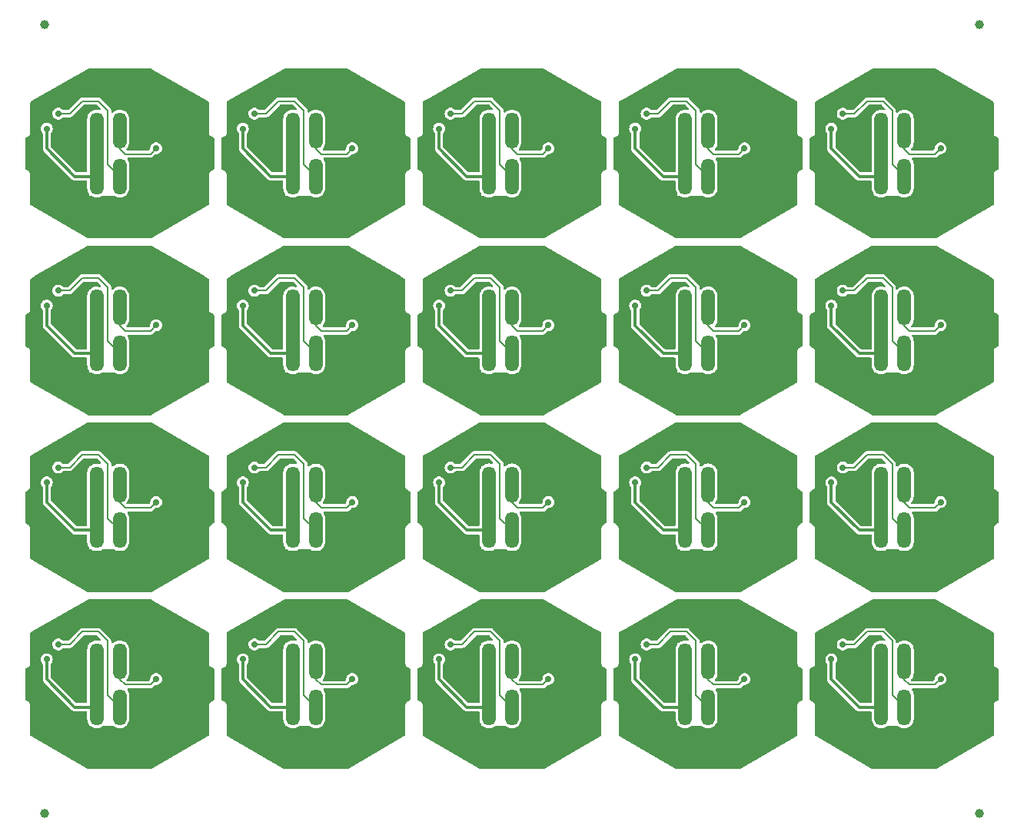
<source format=gbr>
%TF.GenerationSoftware,KiCad,Pcbnew,8.0.4*%
%TF.CreationDate,2024-10-17T13:25:31+11:00*%
%TF.ProjectId,panel,70616e65-6c2e-46b6-9963-61645f706362,rev?*%
%TF.SameCoordinates,Original*%
%TF.FileFunction,Copper,L2,Bot*%
%TF.FilePolarity,Positive*%
%FSLAX46Y46*%
G04 Gerber Fmt 4.6, Leading zero omitted, Abs format (unit mm)*
G04 Created by KiCad (PCBNEW 8.0.4) date 2024-10-17 13:25:31*
%MOMM*%
%LPD*%
G01*
G04 APERTURE LIST*
G04 Aperture macros list*
%AMRoundRect*
0 Rectangle with rounded corners*
0 $1 Rounding radius*
0 $2 $3 $4 $5 $6 $7 $8 $9 X,Y pos of 4 corners*
0 Add a 4 corners polygon primitive as box body*
4,1,4,$2,$3,$4,$5,$6,$7,$8,$9,$2,$3,0*
0 Add four circle primitives for the rounded corners*
1,1,$1+$1,$2,$3*
1,1,$1+$1,$4,$5*
1,1,$1+$1,$6,$7*
1,1,$1+$1,$8,$9*
0 Add four rect primitives between the rounded corners*
20,1,$1+$1,$2,$3,$4,$5,0*
20,1,$1+$1,$4,$5,$6,$7,0*
20,1,$1+$1,$6,$7,$8,$9,0*
20,1,$1+$1,$8,$9,$2,$3,0*%
G04 Aperture macros list end*
%TA.AperFunction,SMDPad,CuDef*%
%ADD10RoundRect,0.750000X-0.000010X1.250000X-0.000010X-1.250000X0.000010X-1.250000X0.000010X1.250000X0*%
%TD*%
%TA.AperFunction,SMDPad,CuDef*%
%ADD11C,1.000000*%
%TD*%
%TA.AperFunction,ViaPad*%
%ADD12C,0.700000*%
%TD*%
%TA.AperFunction,Conductor*%
%ADD13C,1.500000*%
%TD*%
%TA.AperFunction,Conductor*%
%ADD14C,0.300000*%
%TD*%
%TA.AperFunction,Conductor*%
%ADD15C,0.200000*%
%TD*%
G04 APERTURE END LIST*
D10*
%TO.P,J1,1,Pin_1*%
%TO.N,Board_1-+5V*%
X36860000Y-14225000D03*
%TO.P,J1,2,Pin_2*%
%TO.N,Board_1-DOUT*%
X39400000Y-14225000D03*
%TO.P,J1,3,Pin_3*%
%TO.N,Board_1-GND*%
X41940000Y-14225000D03*
%TO.P,J1,4,Pin_4*%
X41940000Y-19275000D03*
%TO.P,J1,5,Pin_5*%
%TO.N,Board_1-DIN*%
X39400000Y-19275000D03*
%TO.P,J1,6,Pin_6*%
%TO.N,Board_1-+5V*%
X36860000Y-19275000D03*
%TD*%
%TO.P,J1,1,Pin_1*%
%TO.N,Board_18-+5V*%
X80060000Y-72725000D03*
%TO.P,J1,2,Pin_2*%
%TO.N,Board_18-DOUT*%
X82600000Y-72725000D03*
%TO.P,J1,3,Pin_3*%
%TO.N,Board_18-GND*%
X85140000Y-72725000D03*
%TO.P,J1,4,Pin_4*%
X85140000Y-77775000D03*
%TO.P,J1,5,Pin_5*%
%TO.N,Board_18-DIN*%
X82600000Y-77775000D03*
%TO.P,J1,6,Pin_6*%
%TO.N,Board_18-+5V*%
X80060000Y-77775000D03*
%TD*%
%TO.P,J1,1,Pin_1*%
%TO.N,Board_8-+5V*%
X80060000Y-33725000D03*
%TO.P,J1,2,Pin_2*%
%TO.N,Board_8-DOUT*%
X82600000Y-33725000D03*
%TO.P,J1,3,Pin_3*%
%TO.N,Board_8-GND*%
X85140000Y-33725000D03*
%TO.P,J1,4,Pin_4*%
X85140000Y-38775000D03*
%TO.P,J1,5,Pin_5*%
%TO.N,Board_8-DIN*%
X82600000Y-38775000D03*
%TO.P,J1,6,Pin_6*%
%TO.N,Board_8-+5V*%
X80060000Y-38775000D03*
%TD*%
%TO.P,J1,1,Pin_1*%
%TO.N,Board_17-+5V*%
X58460000Y-72725000D03*
%TO.P,J1,2,Pin_2*%
%TO.N,Board_17-DOUT*%
X61000000Y-72725000D03*
%TO.P,J1,3,Pin_3*%
%TO.N,Board_17-GND*%
X63540000Y-72725000D03*
%TO.P,J1,4,Pin_4*%
X63540000Y-77775000D03*
%TO.P,J1,5,Pin_5*%
%TO.N,Board_17-DIN*%
X61000000Y-77775000D03*
%TO.P,J1,6,Pin_6*%
%TO.N,Board_17-+5V*%
X58460000Y-77775000D03*
%TD*%
D11*
%TO.P,KiKit_FID_B_2,*%
%TO.N,*%
X112500000Y-2500000D03*
%TD*%
D10*
%TO.P,J1,1,Pin_1*%
%TO.N,Board_16-+5V*%
X36860000Y-72725000D03*
%TO.P,J1,2,Pin_2*%
%TO.N,Board_16-DOUT*%
X39400000Y-72725000D03*
%TO.P,J1,3,Pin_3*%
%TO.N,Board_16-GND*%
X41940000Y-72725000D03*
%TO.P,J1,4,Pin_4*%
X41940000Y-77775000D03*
%TO.P,J1,5,Pin_5*%
%TO.N,Board_16-DIN*%
X39400000Y-77775000D03*
%TO.P,J1,6,Pin_6*%
%TO.N,Board_16-+5V*%
X36860000Y-77775000D03*
%TD*%
%TO.P,J1,1,Pin_1*%
%TO.N,Board_4-+5V*%
X101660000Y-14225000D03*
%TO.P,J1,2,Pin_2*%
%TO.N,Board_4-DOUT*%
X104200000Y-14225000D03*
%TO.P,J1,3,Pin_3*%
%TO.N,Board_4-GND*%
X106740000Y-14225000D03*
%TO.P,J1,4,Pin_4*%
X106740000Y-19275000D03*
%TO.P,J1,5,Pin_5*%
%TO.N,Board_4-DIN*%
X104200000Y-19275000D03*
%TO.P,J1,6,Pin_6*%
%TO.N,Board_4-+5V*%
X101660000Y-19275000D03*
%TD*%
%TO.P,J1,1,Pin_1*%
%TO.N,Board_19-+5V*%
X101660000Y-72725000D03*
%TO.P,J1,2,Pin_2*%
%TO.N,Board_19-DOUT*%
X104200000Y-72725000D03*
%TO.P,J1,3,Pin_3*%
%TO.N,Board_19-GND*%
X106740000Y-72725000D03*
%TO.P,J1,4,Pin_4*%
X106740000Y-77775000D03*
%TO.P,J1,5,Pin_5*%
%TO.N,Board_19-DIN*%
X104200000Y-77775000D03*
%TO.P,J1,6,Pin_6*%
%TO.N,Board_19-+5V*%
X101660000Y-77775000D03*
%TD*%
%TO.P,J1,1,Pin_1*%
%TO.N,Board_14-+5V*%
X101660000Y-53225000D03*
%TO.P,J1,2,Pin_2*%
%TO.N,Board_14-DOUT*%
X104200000Y-53225000D03*
%TO.P,J1,3,Pin_3*%
%TO.N,Board_14-GND*%
X106740000Y-53225000D03*
%TO.P,J1,4,Pin_4*%
X106740000Y-58275000D03*
%TO.P,J1,5,Pin_5*%
%TO.N,Board_14-DIN*%
X104200000Y-58275000D03*
%TO.P,J1,6,Pin_6*%
%TO.N,Board_14-+5V*%
X101660000Y-58275000D03*
%TD*%
%TO.P,J1,1,Pin_1*%
%TO.N,Board_15-+5V*%
X15260000Y-72725000D03*
%TO.P,J1,2,Pin_2*%
%TO.N,Board_15-DOUT*%
X17800000Y-72725000D03*
%TO.P,J1,3,Pin_3*%
%TO.N,Board_15-GND*%
X20340000Y-72725000D03*
%TO.P,J1,4,Pin_4*%
X20340000Y-77775000D03*
%TO.P,J1,5,Pin_5*%
%TO.N,Board_15-DIN*%
X17800000Y-77775000D03*
%TO.P,J1,6,Pin_6*%
%TO.N,Board_15-+5V*%
X15260000Y-77775000D03*
%TD*%
%TO.P,J1,1,Pin_1*%
%TO.N,Board_9-+5V*%
X101660000Y-33725000D03*
%TO.P,J1,2,Pin_2*%
%TO.N,Board_9-DOUT*%
X104200000Y-33725000D03*
%TO.P,J1,3,Pin_3*%
%TO.N,Board_9-GND*%
X106740000Y-33725000D03*
%TO.P,J1,4,Pin_4*%
X106740000Y-38775000D03*
%TO.P,J1,5,Pin_5*%
%TO.N,Board_9-DIN*%
X104200000Y-38775000D03*
%TO.P,J1,6,Pin_6*%
%TO.N,Board_9-+5V*%
X101660000Y-38775000D03*
%TD*%
D11*
%TO.P,KiKit_FID_B_1,*%
%TO.N,*%
X9500000Y-2500000D03*
%TD*%
D10*
%TO.P,J1,1,Pin_1*%
%TO.N,Board_12-+5V*%
X58460000Y-53225000D03*
%TO.P,J1,2,Pin_2*%
%TO.N,Board_12-DOUT*%
X61000000Y-53225000D03*
%TO.P,J1,3,Pin_3*%
%TO.N,Board_12-GND*%
X63540000Y-53225000D03*
%TO.P,J1,4,Pin_4*%
X63540000Y-58275000D03*
%TO.P,J1,5,Pin_5*%
%TO.N,Board_12-DIN*%
X61000000Y-58275000D03*
%TO.P,J1,6,Pin_6*%
%TO.N,Board_12-+5V*%
X58460000Y-58275000D03*
%TD*%
D11*
%TO.P,KiKit_FID_B_4,*%
%TO.N,*%
X112500000Y-89500000D03*
%TD*%
D10*
%TO.P,J1,1,Pin_1*%
%TO.N,Board_5-+5V*%
X15260000Y-33725000D03*
%TO.P,J1,2,Pin_2*%
%TO.N,Board_5-DOUT*%
X17800000Y-33725000D03*
%TO.P,J1,3,Pin_3*%
%TO.N,Board_5-GND*%
X20340000Y-33725000D03*
%TO.P,J1,4,Pin_4*%
X20340000Y-38775000D03*
%TO.P,J1,5,Pin_5*%
%TO.N,Board_5-DIN*%
X17800000Y-38775000D03*
%TO.P,J1,6,Pin_6*%
%TO.N,Board_5-+5V*%
X15260000Y-38775000D03*
%TD*%
%TO.P,J1,1,Pin_1*%
%TO.N,Board_11-+5V*%
X36860000Y-53225000D03*
%TO.P,J1,2,Pin_2*%
%TO.N,Board_11-DOUT*%
X39400000Y-53225000D03*
%TO.P,J1,3,Pin_3*%
%TO.N,Board_11-GND*%
X41940000Y-53225000D03*
%TO.P,J1,4,Pin_4*%
X41940000Y-58275000D03*
%TO.P,J1,5,Pin_5*%
%TO.N,Board_11-DIN*%
X39400000Y-58275000D03*
%TO.P,J1,6,Pin_6*%
%TO.N,Board_11-+5V*%
X36860000Y-58275000D03*
%TD*%
%TO.P,J1,1,Pin_1*%
%TO.N,Board_6-+5V*%
X36860000Y-33725000D03*
%TO.P,J1,2,Pin_2*%
%TO.N,Board_6-DOUT*%
X39400000Y-33725000D03*
%TO.P,J1,3,Pin_3*%
%TO.N,Board_6-GND*%
X41940000Y-33725000D03*
%TO.P,J1,4,Pin_4*%
X41940000Y-38775000D03*
%TO.P,J1,5,Pin_5*%
%TO.N,Board_6-DIN*%
X39400000Y-38775000D03*
%TO.P,J1,6,Pin_6*%
%TO.N,Board_6-+5V*%
X36860000Y-38775000D03*
%TD*%
%TO.P,J1,1,Pin_1*%
%TO.N,Board_7-+5V*%
X58460000Y-33725000D03*
%TO.P,J1,2,Pin_2*%
%TO.N,Board_7-DOUT*%
X61000000Y-33725000D03*
%TO.P,J1,3,Pin_3*%
%TO.N,Board_7-GND*%
X63540000Y-33725000D03*
%TO.P,J1,4,Pin_4*%
X63540000Y-38775000D03*
%TO.P,J1,5,Pin_5*%
%TO.N,Board_7-DIN*%
X61000000Y-38775000D03*
%TO.P,J1,6,Pin_6*%
%TO.N,Board_7-+5V*%
X58460000Y-38775000D03*
%TD*%
%TO.P,J1,1,Pin_1*%
%TO.N,Board_0-+5V*%
X15260000Y-14225000D03*
%TO.P,J1,2,Pin_2*%
%TO.N,Board_0-DOUT*%
X17800000Y-14225000D03*
%TO.P,J1,3,Pin_3*%
%TO.N,Board_0-GND*%
X20340000Y-14225000D03*
%TO.P,J1,4,Pin_4*%
X20340000Y-19275000D03*
%TO.P,J1,5,Pin_5*%
%TO.N,Board_0-DIN*%
X17800000Y-19275000D03*
%TO.P,J1,6,Pin_6*%
%TO.N,Board_0-+5V*%
X15260000Y-19275000D03*
%TD*%
%TO.P,J1,1,Pin_1*%
%TO.N,Board_13-+5V*%
X80060000Y-53225000D03*
%TO.P,J1,2,Pin_2*%
%TO.N,Board_13-DOUT*%
X82600000Y-53225000D03*
%TO.P,J1,3,Pin_3*%
%TO.N,Board_13-GND*%
X85140000Y-53225000D03*
%TO.P,J1,4,Pin_4*%
X85140000Y-58275000D03*
%TO.P,J1,5,Pin_5*%
%TO.N,Board_13-DIN*%
X82600000Y-58275000D03*
%TO.P,J1,6,Pin_6*%
%TO.N,Board_13-+5V*%
X80060000Y-58275000D03*
%TD*%
%TO.P,J1,1,Pin_1*%
%TO.N,Board_10-+5V*%
X15260000Y-53225000D03*
%TO.P,J1,2,Pin_2*%
%TO.N,Board_10-DOUT*%
X17800000Y-53225000D03*
%TO.P,J1,3,Pin_3*%
%TO.N,Board_10-GND*%
X20340000Y-53225000D03*
%TO.P,J1,4,Pin_4*%
X20340000Y-58275000D03*
%TO.P,J1,5,Pin_5*%
%TO.N,Board_10-DIN*%
X17800000Y-58275000D03*
%TO.P,J1,6,Pin_6*%
%TO.N,Board_10-+5V*%
X15260000Y-58275000D03*
%TD*%
%TO.P,J1,1,Pin_1*%
%TO.N,Board_3-+5V*%
X80060000Y-14225000D03*
%TO.P,J1,2,Pin_2*%
%TO.N,Board_3-DOUT*%
X82600000Y-14225000D03*
%TO.P,J1,3,Pin_3*%
%TO.N,Board_3-GND*%
X85140000Y-14225000D03*
%TO.P,J1,4,Pin_4*%
X85140000Y-19275000D03*
%TO.P,J1,5,Pin_5*%
%TO.N,Board_3-DIN*%
X82600000Y-19275000D03*
%TO.P,J1,6,Pin_6*%
%TO.N,Board_3-+5V*%
X80060000Y-19275000D03*
%TD*%
D11*
%TO.P,KiKit_FID_B_3,*%
%TO.N,*%
X9500000Y-89500000D03*
%TD*%
D10*
%TO.P,J1,1,Pin_1*%
%TO.N,Board_2-+5V*%
X58460000Y-14225000D03*
%TO.P,J1,2,Pin_2*%
%TO.N,Board_2-DOUT*%
X61000000Y-14225000D03*
%TO.P,J1,3,Pin_3*%
%TO.N,Board_2-GND*%
X63540000Y-14225000D03*
%TO.P,J1,4,Pin_4*%
X63540000Y-19275000D03*
%TO.P,J1,5,Pin_5*%
%TO.N,Board_2-DIN*%
X61000000Y-19275000D03*
%TO.P,J1,6,Pin_6*%
%TO.N,Board_2-+5V*%
X58460000Y-19275000D03*
%TD*%
D12*
%TO.N,Board_0-+5V*%
X9766400Y-14014000D03*
%TO.N,Board_0-DIN*%
X11033267Y-12360769D03*
%TO.N,Board_0-DOUT*%
X21806000Y-16173000D03*
%TO.N,Board_0-GND*%
X12408000Y-23158000D03*
X15456000Y-24682000D03*
X9868000Y-20364000D03*
X22822000Y-23412000D03*
X23076000Y-10204000D03*
X12916000Y-9950000D03*
X20028000Y-8426000D03*
X19266000Y-17570000D03*
X20028000Y-24936000D03*
X8598000Y-14522000D03*
X21704400Y-19576600D03*
X15456000Y-8426000D03*
X22060000Y-14268000D03*
X9360000Y-17570000D03*
X16726000Y-21888000D03*
X13449400Y-20084600D03*
X24854000Y-19856000D03*
X13170000Y-14903000D03*
X26378000Y-16046000D03*
%TO.N,Board_1-+5V*%
X31366400Y-14014000D03*
%TO.N,Board_1-DIN*%
X32633267Y-12360769D03*
%TO.N,Board_1-DOUT*%
X43406000Y-16173000D03*
%TO.N,Board_1-GND*%
X35049400Y-20084600D03*
X38326000Y-21888000D03*
X43304400Y-19576600D03*
X40866000Y-17570000D03*
X31468000Y-20364000D03*
X34770000Y-14903000D03*
X44676000Y-10204000D03*
X37056000Y-8426000D03*
X34008000Y-23158000D03*
X41628000Y-24936000D03*
X47978000Y-16046000D03*
X30960000Y-17570000D03*
X41628000Y-8426000D03*
X34516000Y-9950000D03*
X37056000Y-24682000D03*
X30198000Y-14522000D03*
X46454000Y-19856000D03*
X43660000Y-14268000D03*
X44422000Y-23412000D03*
%TO.N,Board_2-+5V*%
X52966400Y-14014000D03*
%TO.N,Board_2-DIN*%
X54233267Y-12360769D03*
%TO.N,Board_2-DOUT*%
X65006000Y-16173000D03*
%TO.N,Board_2-GND*%
X68054000Y-19856000D03*
X66276000Y-10204000D03*
X69578000Y-16046000D03*
X58656000Y-8426000D03*
X51798000Y-14522000D03*
X66022000Y-23412000D03*
X53068000Y-20364000D03*
X56116000Y-9950000D03*
X56370000Y-14903000D03*
X52560000Y-17570000D03*
X59926000Y-21888000D03*
X56649400Y-20084600D03*
X55608000Y-23158000D03*
X63228000Y-8426000D03*
X58656000Y-24682000D03*
X64904400Y-19576600D03*
X63228000Y-24936000D03*
X65260000Y-14268000D03*
X62466000Y-17570000D03*
%TO.N,Board_3-+5V*%
X74566400Y-14014000D03*
%TO.N,Board_3-DIN*%
X75833267Y-12360769D03*
%TO.N,Board_3-DOUT*%
X86606000Y-16173000D03*
%TO.N,Board_3-GND*%
X91178000Y-16046000D03*
X80256000Y-24682000D03*
X84828000Y-24936000D03*
X80256000Y-8426000D03*
X87876000Y-10204000D03*
X74160000Y-17570000D03*
X77970000Y-14903000D03*
X86504400Y-19576600D03*
X73398000Y-14522000D03*
X84828000Y-8426000D03*
X86860000Y-14268000D03*
X87622000Y-23412000D03*
X77208000Y-23158000D03*
X78249400Y-20084600D03*
X74668000Y-20364000D03*
X84066000Y-17570000D03*
X77716000Y-9950000D03*
X81526000Y-21888000D03*
X89654000Y-19856000D03*
%TO.N,Board_4-+5V*%
X96166400Y-14014000D03*
%TO.N,Board_4-DIN*%
X97433267Y-12360769D03*
%TO.N,Board_4-DOUT*%
X108206000Y-16173000D03*
%TO.N,Board_4-GND*%
X112778000Y-16046000D03*
X105666000Y-17570000D03*
X103126000Y-21888000D03*
X101856000Y-8426000D03*
X109222000Y-23412000D03*
X99316000Y-9950000D03*
X108104400Y-19576600D03*
X108460000Y-14268000D03*
X106428000Y-8426000D03*
X98808000Y-23158000D03*
X96268000Y-20364000D03*
X99570000Y-14903000D03*
X95760000Y-17570000D03*
X94998000Y-14522000D03*
X101856000Y-24682000D03*
X111254000Y-19856000D03*
X99849400Y-20084600D03*
X106428000Y-24936000D03*
X109476000Y-10204000D03*
%TO.N,Board_5-+5V*%
X9766400Y-33514000D03*
%TO.N,Board_5-DIN*%
X11033267Y-31860769D03*
%TO.N,Board_5-DOUT*%
X21806000Y-35673000D03*
%TO.N,Board_5-GND*%
X12916000Y-29450000D03*
X22822000Y-42912000D03*
X12408000Y-42658000D03*
X13170000Y-34403000D03*
X23076000Y-29704000D03*
X24854000Y-39356000D03*
X8598000Y-34022000D03*
X26378000Y-35546000D03*
X20028000Y-44436000D03*
X9360000Y-37070000D03*
X22060000Y-33768000D03*
X16726000Y-41388000D03*
X21704400Y-39076600D03*
X15456000Y-27926000D03*
X9868000Y-39864000D03*
X20028000Y-27926000D03*
X15456000Y-44182000D03*
X19266000Y-37070000D03*
X13449400Y-39584600D03*
%TO.N,Board_6-+5V*%
X31366400Y-33514000D03*
%TO.N,Board_6-DIN*%
X32633267Y-31860769D03*
%TO.N,Board_6-DOUT*%
X43406000Y-35673000D03*
%TO.N,Board_6-GND*%
X40866000Y-37070000D03*
X37056000Y-27926000D03*
X34008000Y-42658000D03*
X47978000Y-35546000D03*
X31468000Y-39864000D03*
X44422000Y-42912000D03*
X35049400Y-39584600D03*
X34770000Y-34403000D03*
X30960000Y-37070000D03*
X30198000Y-34022000D03*
X34516000Y-29450000D03*
X43304400Y-39076600D03*
X41628000Y-44436000D03*
X44676000Y-29704000D03*
X38326000Y-41388000D03*
X41628000Y-27926000D03*
X43660000Y-33768000D03*
X46454000Y-39356000D03*
X37056000Y-44182000D03*
%TO.N,Board_7-+5V*%
X52966400Y-33514000D03*
%TO.N,Board_7-DIN*%
X54233267Y-31860769D03*
%TO.N,Board_7-DOUT*%
X65006000Y-35673000D03*
%TO.N,Board_7-GND*%
X63228000Y-27926000D03*
X55608000Y-42658000D03*
X53068000Y-39864000D03*
X66276000Y-29704000D03*
X56370000Y-34403000D03*
X66022000Y-42912000D03*
X69578000Y-35546000D03*
X68054000Y-39356000D03*
X58656000Y-44182000D03*
X63228000Y-44436000D03*
X65260000Y-33768000D03*
X51798000Y-34022000D03*
X62466000Y-37070000D03*
X58656000Y-27926000D03*
X64904400Y-39076600D03*
X56116000Y-29450000D03*
X56649400Y-39584600D03*
X59926000Y-41388000D03*
X52560000Y-37070000D03*
%TO.N,Board_8-+5V*%
X74566400Y-33514000D03*
%TO.N,Board_8-DIN*%
X75833267Y-31860769D03*
%TO.N,Board_8-DOUT*%
X86606000Y-35673000D03*
%TO.N,Board_8-GND*%
X81526000Y-41388000D03*
X74668000Y-39864000D03*
X89654000Y-39356000D03*
X86860000Y-33768000D03*
X73398000Y-34022000D03*
X87622000Y-42912000D03*
X74160000Y-37070000D03*
X84828000Y-27926000D03*
X84066000Y-37070000D03*
X80256000Y-44182000D03*
X78249400Y-39584600D03*
X80256000Y-27926000D03*
X77208000Y-42658000D03*
X77716000Y-29450000D03*
X87876000Y-29704000D03*
X91178000Y-35546000D03*
X84828000Y-44436000D03*
X86504400Y-39076600D03*
X77970000Y-34403000D03*
%TO.N,Board_9-+5V*%
X96166400Y-33514000D03*
%TO.N,Board_9-DIN*%
X97433267Y-31860769D03*
%TO.N,Board_9-DOUT*%
X108206000Y-35673000D03*
%TO.N,Board_9-GND*%
X108460000Y-33768000D03*
X94998000Y-34022000D03*
X108104400Y-39076600D03*
X111254000Y-39356000D03*
X106428000Y-44436000D03*
X109222000Y-42912000D03*
X99570000Y-34403000D03*
X99849400Y-39584600D03*
X106428000Y-27926000D03*
X103126000Y-41388000D03*
X101856000Y-27926000D03*
X98808000Y-42658000D03*
X96268000Y-39864000D03*
X105666000Y-37070000D03*
X112778000Y-35546000D03*
X99316000Y-29450000D03*
X101856000Y-44182000D03*
X95760000Y-37070000D03*
X109476000Y-29704000D03*
%TO.N,Board_10-+5V*%
X9766400Y-53014000D03*
%TO.N,Board_10-DIN*%
X11033267Y-51360769D03*
%TO.N,Board_10-DOUT*%
X21806000Y-55173000D03*
%TO.N,Board_10-GND*%
X8598000Y-53522000D03*
X15456000Y-63682000D03*
X13170000Y-53903000D03*
X13449400Y-59084600D03*
X16726000Y-60888000D03*
X23076000Y-49204000D03*
X20028000Y-63936000D03*
X12408000Y-62158000D03*
X12916000Y-48950000D03*
X21704400Y-58576600D03*
X15456000Y-47426000D03*
X19266000Y-56570000D03*
X9360000Y-56570000D03*
X24854000Y-58856000D03*
X26378000Y-55046000D03*
X22822000Y-62412000D03*
X9868000Y-59364000D03*
X20028000Y-47426000D03*
X22060000Y-53268000D03*
%TO.N,Board_11-+5V*%
X31366400Y-53014000D03*
%TO.N,Board_11-DIN*%
X32633267Y-51360769D03*
%TO.N,Board_11-DOUT*%
X43406000Y-55173000D03*
%TO.N,Board_11-GND*%
X34516000Y-48950000D03*
X38326000Y-60888000D03*
X44676000Y-49204000D03*
X41628000Y-47426000D03*
X43660000Y-53268000D03*
X31468000Y-59364000D03*
X43304400Y-58576600D03*
X34770000Y-53903000D03*
X37056000Y-63682000D03*
X40866000Y-56570000D03*
X30960000Y-56570000D03*
X44422000Y-62412000D03*
X47978000Y-55046000D03*
X46454000Y-58856000D03*
X30198000Y-53522000D03*
X41628000Y-63936000D03*
X34008000Y-62158000D03*
X37056000Y-47426000D03*
X35049400Y-59084600D03*
%TO.N,Board_12-+5V*%
X52966400Y-53014000D03*
%TO.N,Board_12-DIN*%
X54233267Y-51360769D03*
%TO.N,Board_12-DOUT*%
X65006000Y-55173000D03*
%TO.N,Board_12-GND*%
X62466000Y-56570000D03*
X65260000Y-53268000D03*
X58656000Y-63682000D03*
X51798000Y-53522000D03*
X68054000Y-58856000D03*
X64904400Y-58576600D03*
X59926000Y-60888000D03*
X53068000Y-59364000D03*
X66022000Y-62412000D03*
X58656000Y-47426000D03*
X69578000Y-55046000D03*
X56370000Y-53903000D03*
X52560000Y-56570000D03*
X66276000Y-49204000D03*
X56649400Y-59084600D03*
X63228000Y-63936000D03*
X56116000Y-48950000D03*
X55608000Y-62158000D03*
X63228000Y-47426000D03*
%TO.N,Board_13-+5V*%
X74566400Y-53014000D03*
%TO.N,Board_13-DIN*%
X75833267Y-51360769D03*
%TO.N,Board_13-DOUT*%
X86606000Y-55173000D03*
%TO.N,Board_13-GND*%
X89654000Y-58856000D03*
X78249400Y-59084600D03*
X74160000Y-56570000D03*
X81526000Y-60888000D03*
X80256000Y-47426000D03*
X84828000Y-63936000D03*
X91178000Y-55046000D03*
X86504400Y-58576600D03*
X74668000Y-59364000D03*
X84828000Y-47426000D03*
X77716000Y-48950000D03*
X87876000Y-49204000D03*
X87622000Y-62412000D03*
X80256000Y-63682000D03*
X84066000Y-56570000D03*
X77208000Y-62158000D03*
X86860000Y-53268000D03*
X77970000Y-53903000D03*
X73398000Y-53522000D03*
%TO.N,Board_14-+5V*%
X96166400Y-53014000D03*
%TO.N,Board_14-DIN*%
X97433267Y-51360769D03*
%TO.N,Board_14-DOUT*%
X108206000Y-55173000D03*
%TO.N,Board_14-GND*%
X95760000Y-56570000D03*
X99570000Y-53903000D03*
X101856000Y-63682000D03*
X109476000Y-49204000D03*
X103126000Y-60888000D03*
X109222000Y-62412000D03*
X108460000Y-53268000D03*
X108104400Y-58576600D03*
X94998000Y-53522000D03*
X101856000Y-47426000D03*
X106428000Y-47426000D03*
X99316000Y-48950000D03*
X111254000Y-58856000D03*
X98808000Y-62158000D03*
X112778000Y-55046000D03*
X106428000Y-63936000D03*
X105666000Y-56570000D03*
X96268000Y-59364000D03*
X99849400Y-59084600D03*
%TO.N,Board_15-+5V*%
X9766400Y-72514000D03*
%TO.N,Board_15-DIN*%
X11033267Y-70860769D03*
%TO.N,Board_15-DOUT*%
X21806000Y-74673000D03*
%TO.N,Board_15-GND*%
X20028000Y-83436000D03*
X9868000Y-78864000D03*
X12408000Y-81658000D03*
X9360000Y-76070000D03*
X26378000Y-74546000D03*
X8598000Y-73022000D03*
X12916000Y-68450000D03*
X22060000Y-72768000D03*
X13449400Y-78584600D03*
X15456000Y-66926000D03*
X21704400Y-78076600D03*
X24854000Y-78356000D03*
X20028000Y-66926000D03*
X16726000Y-80388000D03*
X19266000Y-76070000D03*
X22822000Y-81912000D03*
X23076000Y-68704000D03*
X13170000Y-73403000D03*
X15456000Y-83182000D03*
%TO.N,Board_16-+5V*%
X31366400Y-72514000D03*
%TO.N,Board_16-DIN*%
X32633267Y-70860769D03*
%TO.N,Board_16-DOUT*%
X43406000Y-74673000D03*
%TO.N,Board_16-GND*%
X30960000Y-76070000D03*
X35049400Y-78584600D03*
X41628000Y-66926000D03*
X34770000Y-73403000D03*
X31468000Y-78864000D03*
X47978000Y-74546000D03*
X34516000Y-68450000D03*
X46454000Y-78356000D03*
X37056000Y-66926000D03*
X34008000Y-81658000D03*
X43304400Y-78076600D03*
X44676000Y-68704000D03*
X43660000Y-72768000D03*
X38326000Y-80388000D03*
X41628000Y-83436000D03*
X40866000Y-76070000D03*
X37056000Y-83182000D03*
X44422000Y-81912000D03*
X30198000Y-73022000D03*
%TO.N,Board_17-+5V*%
X52966400Y-72514000D03*
%TO.N,Board_17-DIN*%
X54233267Y-70860769D03*
%TO.N,Board_17-DOUT*%
X65006000Y-74673000D03*
%TO.N,Board_17-GND*%
X66022000Y-81912000D03*
X69578000Y-74546000D03*
X56649400Y-78584600D03*
X64904400Y-78076600D03*
X51798000Y-73022000D03*
X68054000Y-78356000D03*
X52560000Y-76070000D03*
X62466000Y-76070000D03*
X56370000Y-73403000D03*
X58656000Y-83182000D03*
X59926000Y-80388000D03*
X65260000Y-72768000D03*
X63228000Y-66926000D03*
X63228000Y-83436000D03*
X58656000Y-66926000D03*
X55608000Y-81658000D03*
X66276000Y-68704000D03*
X53068000Y-78864000D03*
X56116000Y-68450000D03*
%TO.N,Board_18-+5V*%
X74566400Y-72514000D03*
%TO.N,Board_18-DIN*%
X75833267Y-70860769D03*
%TO.N,Board_18-DOUT*%
X86606000Y-74673000D03*
%TO.N,Board_18-GND*%
X74668000Y-78864000D03*
X78249400Y-78584600D03*
X84066000Y-76070000D03*
X73398000Y-73022000D03*
X74160000Y-76070000D03*
X77716000Y-68450000D03*
X91178000Y-74546000D03*
X77208000Y-81658000D03*
X77970000Y-73403000D03*
X80256000Y-83182000D03*
X86504400Y-78076600D03*
X89654000Y-78356000D03*
X84828000Y-83436000D03*
X84828000Y-66926000D03*
X80256000Y-66926000D03*
X87622000Y-81912000D03*
X81526000Y-80388000D03*
X86860000Y-72768000D03*
X87876000Y-68704000D03*
%TO.N,Board_19-+5V*%
X96166400Y-72514000D03*
%TO.N,Board_19-DIN*%
X97433267Y-70860769D03*
%TO.N,Board_19-DOUT*%
X108206000Y-74673000D03*
%TO.N,Board_19-GND*%
X101856000Y-66926000D03*
X99849400Y-78584600D03*
X103126000Y-80388000D03*
X94998000Y-73022000D03*
X105666000Y-76070000D03*
X106428000Y-66926000D03*
X98808000Y-81658000D03*
X112778000Y-74546000D03*
X96268000Y-78864000D03*
X108460000Y-72768000D03*
X109222000Y-81912000D03*
X99316000Y-68450000D03*
X111254000Y-78356000D03*
X106428000Y-83436000D03*
X108104400Y-78076600D03*
X95760000Y-76070000D03*
X109476000Y-68704000D03*
X99570000Y-73403000D03*
X101856000Y-83182000D03*
%TD*%
D13*
%TO.N,Board_0-+5V*%
X15260000Y-14225000D02*
X15260000Y-19275000D01*
D14*
X12843000Y-19275000D02*
X15260000Y-19275000D01*
X9766400Y-16198400D02*
X12843000Y-19275000D01*
X9766400Y-14014000D02*
X9766400Y-16198400D01*
D15*
%TO.N,Board_0-DIN*%
X13678000Y-10966000D02*
X15456000Y-10966000D01*
X16472000Y-11982000D02*
X16472000Y-17947000D01*
X11033267Y-12360769D02*
X12283231Y-12360769D01*
X12283231Y-12360769D02*
X13678000Y-10966000D01*
X15456000Y-10966000D02*
X16472000Y-11982000D01*
X16472000Y-17947000D02*
X17800000Y-19275000D01*
%TO.N,Board_0-DOUT*%
X18383001Y-16808000D02*
X21171000Y-16808000D01*
X21171000Y-16808000D02*
X21806000Y-16173000D01*
X17800000Y-16224999D02*
X18383001Y-16808000D01*
X17800000Y-14225000D02*
X17800000Y-16224999D01*
D14*
%TO.N,Board_1-+5V*%
X31366400Y-16198400D02*
X34443000Y-19275000D01*
X34443000Y-19275000D02*
X36860000Y-19275000D01*
D13*
X36860000Y-14225000D02*
X36860000Y-19275000D01*
D14*
X31366400Y-14014000D02*
X31366400Y-16198400D01*
D15*
%TO.N,Board_1-DIN*%
X35278000Y-10966000D02*
X37056000Y-10966000D01*
X33883231Y-12360769D02*
X35278000Y-10966000D01*
X32633267Y-12360769D02*
X33883231Y-12360769D01*
X38072000Y-17947000D02*
X39400000Y-19275000D01*
X37056000Y-10966000D02*
X38072000Y-11982000D01*
X38072000Y-11982000D02*
X38072000Y-17947000D01*
%TO.N,Board_1-DOUT*%
X42771000Y-16808000D02*
X43406000Y-16173000D01*
X39400000Y-14225000D02*
X39400000Y-16224999D01*
X39983001Y-16808000D02*
X42771000Y-16808000D01*
X39400000Y-16224999D02*
X39983001Y-16808000D01*
D14*
%TO.N,Board_2-+5V*%
X52966400Y-16198400D02*
X56043000Y-19275000D01*
X56043000Y-19275000D02*
X58460000Y-19275000D01*
X52966400Y-14014000D02*
X52966400Y-16198400D01*
D13*
X58460000Y-14225000D02*
X58460000Y-19275000D01*
D15*
%TO.N,Board_2-DIN*%
X55483231Y-12360769D02*
X56878000Y-10966000D01*
X56878000Y-10966000D02*
X58656000Y-10966000D01*
X59672000Y-11982000D02*
X59672000Y-17947000D01*
X58656000Y-10966000D02*
X59672000Y-11982000D01*
X54233267Y-12360769D02*
X55483231Y-12360769D01*
X59672000Y-17947000D02*
X61000000Y-19275000D01*
%TO.N,Board_2-DOUT*%
X61000000Y-16224999D02*
X61583001Y-16808000D01*
X61000000Y-14225000D02*
X61000000Y-16224999D01*
X64371000Y-16808000D02*
X65006000Y-16173000D01*
X61583001Y-16808000D02*
X64371000Y-16808000D01*
D14*
%TO.N,Board_3-+5V*%
X77643000Y-19275000D02*
X80060000Y-19275000D01*
X74566400Y-16198400D02*
X77643000Y-19275000D01*
D13*
X80060000Y-14225000D02*
X80060000Y-19275000D01*
D14*
X74566400Y-14014000D02*
X74566400Y-16198400D01*
D15*
%TO.N,Board_3-DIN*%
X81272000Y-11982000D02*
X81272000Y-17947000D01*
X80256000Y-10966000D02*
X81272000Y-11982000D01*
X75833267Y-12360769D02*
X77083231Y-12360769D01*
X77083231Y-12360769D02*
X78478000Y-10966000D01*
X81272000Y-17947000D02*
X82600000Y-19275000D01*
X78478000Y-10966000D02*
X80256000Y-10966000D01*
%TO.N,Board_3-DOUT*%
X85971000Y-16808000D02*
X86606000Y-16173000D01*
X83183001Y-16808000D02*
X85971000Y-16808000D01*
X82600000Y-16224999D02*
X83183001Y-16808000D01*
X82600000Y-14225000D02*
X82600000Y-16224999D01*
D14*
%TO.N,Board_4-+5V*%
X96166400Y-14014000D02*
X96166400Y-16198400D01*
D13*
X101660000Y-14225000D02*
X101660000Y-19275000D01*
D14*
X96166400Y-16198400D02*
X99243000Y-19275000D01*
X99243000Y-19275000D02*
X101660000Y-19275000D01*
D15*
%TO.N,Board_4-DIN*%
X97433267Y-12360769D02*
X98683231Y-12360769D01*
X102872000Y-17947000D02*
X104200000Y-19275000D01*
X98683231Y-12360769D02*
X100078000Y-10966000D01*
X101856000Y-10966000D02*
X102872000Y-11982000D01*
X100078000Y-10966000D02*
X101856000Y-10966000D01*
X102872000Y-11982000D02*
X102872000Y-17947000D01*
%TO.N,Board_4-DOUT*%
X104200000Y-14225000D02*
X104200000Y-16224999D01*
X107571000Y-16808000D02*
X108206000Y-16173000D01*
X104200000Y-16224999D02*
X104783001Y-16808000D01*
X104783001Y-16808000D02*
X107571000Y-16808000D01*
D14*
%TO.N,Board_5-+5V*%
X9766400Y-35698400D02*
X12843000Y-38775000D01*
D13*
X15260000Y-33725000D02*
X15260000Y-38775000D01*
D14*
X12843000Y-38775000D02*
X15260000Y-38775000D01*
X9766400Y-33514000D02*
X9766400Y-35698400D01*
D15*
%TO.N,Board_5-DIN*%
X16472000Y-37447000D02*
X17800000Y-38775000D01*
X15456000Y-30466000D02*
X16472000Y-31482000D01*
X16472000Y-31482000D02*
X16472000Y-37447000D01*
X11033267Y-31860769D02*
X12283231Y-31860769D01*
X12283231Y-31860769D02*
X13678000Y-30466000D01*
X13678000Y-30466000D02*
X15456000Y-30466000D01*
%TO.N,Board_5-DOUT*%
X21171000Y-36308000D02*
X21806000Y-35673000D01*
X17800000Y-33725000D02*
X17800000Y-35724999D01*
X18383001Y-36308000D02*
X21171000Y-36308000D01*
X17800000Y-35724999D02*
X18383001Y-36308000D01*
D14*
%TO.N,Board_6-+5V*%
X31366400Y-35698400D02*
X34443000Y-38775000D01*
X31366400Y-33514000D02*
X31366400Y-35698400D01*
D13*
X36860000Y-33725000D02*
X36860000Y-38775000D01*
D14*
X34443000Y-38775000D02*
X36860000Y-38775000D01*
D15*
%TO.N,Board_6-DIN*%
X38072000Y-37447000D02*
X39400000Y-38775000D01*
X33883231Y-31860769D02*
X35278000Y-30466000D01*
X37056000Y-30466000D02*
X38072000Y-31482000D01*
X35278000Y-30466000D02*
X37056000Y-30466000D01*
X38072000Y-31482000D02*
X38072000Y-37447000D01*
X32633267Y-31860769D02*
X33883231Y-31860769D01*
%TO.N,Board_6-DOUT*%
X39983001Y-36308000D02*
X42771000Y-36308000D01*
X39400000Y-35724999D02*
X39983001Y-36308000D01*
X42771000Y-36308000D02*
X43406000Y-35673000D01*
X39400000Y-33725000D02*
X39400000Y-35724999D01*
D14*
%TO.N,Board_7-+5V*%
X52966400Y-35698400D02*
X56043000Y-38775000D01*
D13*
X58460000Y-33725000D02*
X58460000Y-38775000D01*
D14*
X56043000Y-38775000D02*
X58460000Y-38775000D01*
X52966400Y-33514000D02*
X52966400Y-35698400D01*
D15*
%TO.N,Board_7-DIN*%
X55483231Y-31860769D02*
X56878000Y-30466000D01*
X59672000Y-37447000D02*
X61000000Y-38775000D01*
X56878000Y-30466000D02*
X58656000Y-30466000D01*
X54233267Y-31860769D02*
X55483231Y-31860769D01*
X58656000Y-30466000D02*
X59672000Y-31482000D01*
X59672000Y-31482000D02*
X59672000Y-37447000D01*
%TO.N,Board_7-DOUT*%
X61583001Y-36308000D02*
X64371000Y-36308000D01*
X64371000Y-36308000D02*
X65006000Y-35673000D01*
X61000000Y-33725000D02*
X61000000Y-35724999D01*
X61000000Y-35724999D02*
X61583001Y-36308000D01*
D14*
%TO.N,Board_8-+5V*%
X77643000Y-38775000D02*
X80060000Y-38775000D01*
X74566400Y-35698400D02*
X77643000Y-38775000D01*
X74566400Y-33514000D02*
X74566400Y-35698400D01*
D13*
X80060000Y-33725000D02*
X80060000Y-38775000D01*
D15*
%TO.N,Board_8-DIN*%
X75833267Y-31860769D02*
X77083231Y-31860769D01*
X81272000Y-37447000D02*
X82600000Y-38775000D01*
X80256000Y-30466000D02*
X81272000Y-31482000D01*
X78478000Y-30466000D02*
X80256000Y-30466000D01*
X77083231Y-31860769D02*
X78478000Y-30466000D01*
X81272000Y-31482000D02*
X81272000Y-37447000D01*
%TO.N,Board_8-DOUT*%
X85971000Y-36308000D02*
X86606000Y-35673000D01*
X82600000Y-33725000D02*
X82600000Y-35724999D01*
X83183001Y-36308000D02*
X85971000Y-36308000D01*
X82600000Y-35724999D02*
X83183001Y-36308000D01*
D13*
%TO.N,Board_9-+5V*%
X101660000Y-33725000D02*
X101660000Y-38775000D01*
D14*
X96166400Y-33514000D02*
X96166400Y-35698400D01*
X99243000Y-38775000D02*
X101660000Y-38775000D01*
X96166400Y-35698400D02*
X99243000Y-38775000D01*
D15*
%TO.N,Board_9-DIN*%
X97433267Y-31860769D02*
X98683231Y-31860769D01*
X101856000Y-30466000D02*
X102872000Y-31482000D01*
X102872000Y-31482000D02*
X102872000Y-37447000D01*
X100078000Y-30466000D02*
X101856000Y-30466000D01*
X98683231Y-31860769D02*
X100078000Y-30466000D01*
X102872000Y-37447000D02*
X104200000Y-38775000D01*
%TO.N,Board_9-DOUT*%
X107571000Y-36308000D02*
X108206000Y-35673000D01*
X104200000Y-35724999D02*
X104783001Y-36308000D01*
X104200000Y-33725000D02*
X104200000Y-35724999D01*
X104783001Y-36308000D02*
X107571000Y-36308000D01*
D13*
%TO.N,Board_10-+5V*%
X15260000Y-53225000D02*
X15260000Y-58275000D01*
D14*
X9766400Y-55198400D02*
X12843000Y-58275000D01*
X12843000Y-58275000D02*
X15260000Y-58275000D01*
X9766400Y-53014000D02*
X9766400Y-55198400D01*
D15*
%TO.N,Board_10-DIN*%
X16472000Y-56947000D02*
X17800000Y-58275000D01*
X13678000Y-49966000D02*
X15456000Y-49966000D01*
X16472000Y-50982000D02*
X16472000Y-56947000D01*
X12283231Y-51360769D02*
X13678000Y-49966000D01*
X11033267Y-51360769D02*
X12283231Y-51360769D01*
X15456000Y-49966000D02*
X16472000Y-50982000D01*
%TO.N,Board_10-DOUT*%
X18383001Y-55808000D02*
X21171000Y-55808000D01*
X21171000Y-55808000D02*
X21806000Y-55173000D01*
X17800000Y-55224999D02*
X18383001Y-55808000D01*
X17800000Y-53225000D02*
X17800000Y-55224999D01*
D14*
%TO.N,Board_11-+5V*%
X31366400Y-55198400D02*
X34443000Y-58275000D01*
D13*
X36860000Y-53225000D02*
X36860000Y-58275000D01*
D14*
X34443000Y-58275000D02*
X36860000Y-58275000D01*
X31366400Y-53014000D02*
X31366400Y-55198400D01*
D15*
%TO.N,Board_11-DIN*%
X33883231Y-51360769D02*
X35278000Y-49966000D01*
X38072000Y-50982000D02*
X38072000Y-56947000D01*
X35278000Y-49966000D02*
X37056000Y-49966000D01*
X37056000Y-49966000D02*
X38072000Y-50982000D01*
X38072000Y-56947000D02*
X39400000Y-58275000D01*
X32633267Y-51360769D02*
X33883231Y-51360769D01*
%TO.N,Board_11-DOUT*%
X39400000Y-53225000D02*
X39400000Y-55224999D01*
X39983001Y-55808000D02*
X42771000Y-55808000D01*
X39400000Y-55224999D02*
X39983001Y-55808000D01*
X42771000Y-55808000D02*
X43406000Y-55173000D01*
D14*
%TO.N,Board_12-+5V*%
X56043000Y-58275000D02*
X58460000Y-58275000D01*
X52966400Y-55198400D02*
X56043000Y-58275000D01*
D13*
X58460000Y-53225000D02*
X58460000Y-58275000D01*
D14*
X52966400Y-53014000D02*
X52966400Y-55198400D01*
D15*
%TO.N,Board_12-DIN*%
X55483231Y-51360769D02*
X56878000Y-49966000D01*
X54233267Y-51360769D02*
X55483231Y-51360769D01*
X58656000Y-49966000D02*
X59672000Y-50982000D01*
X59672000Y-50982000D02*
X59672000Y-56947000D01*
X56878000Y-49966000D02*
X58656000Y-49966000D01*
X59672000Y-56947000D02*
X61000000Y-58275000D01*
%TO.N,Board_12-DOUT*%
X61000000Y-53225000D02*
X61000000Y-55224999D01*
X64371000Y-55808000D02*
X65006000Y-55173000D01*
X61000000Y-55224999D02*
X61583001Y-55808000D01*
X61583001Y-55808000D02*
X64371000Y-55808000D01*
D14*
%TO.N,Board_13-+5V*%
X77643000Y-58275000D02*
X80060000Y-58275000D01*
D13*
X80060000Y-53225000D02*
X80060000Y-58275000D01*
D14*
X74566400Y-53014000D02*
X74566400Y-55198400D01*
X74566400Y-55198400D02*
X77643000Y-58275000D01*
D15*
%TO.N,Board_13-DIN*%
X77083231Y-51360769D02*
X78478000Y-49966000D01*
X81272000Y-56947000D02*
X82600000Y-58275000D01*
X81272000Y-50982000D02*
X81272000Y-56947000D01*
X78478000Y-49966000D02*
X80256000Y-49966000D01*
X75833267Y-51360769D02*
X77083231Y-51360769D01*
X80256000Y-49966000D02*
X81272000Y-50982000D01*
%TO.N,Board_13-DOUT*%
X82600000Y-53225000D02*
X82600000Y-55224999D01*
X85971000Y-55808000D02*
X86606000Y-55173000D01*
X82600000Y-55224999D02*
X83183001Y-55808000D01*
X83183001Y-55808000D02*
X85971000Y-55808000D01*
D14*
%TO.N,Board_14-+5V*%
X96166400Y-55198400D02*
X99243000Y-58275000D01*
X99243000Y-58275000D02*
X101660000Y-58275000D01*
X96166400Y-53014000D02*
X96166400Y-55198400D01*
D13*
X101660000Y-53225000D02*
X101660000Y-58275000D01*
D15*
%TO.N,Board_14-DIN*%
X101856000Y-49966000D02*
X102872000Y-50982000D01*
X102872000Y-56947000D02*
X104200000Y-58275000D01*
X100078000Y-49966000D02*
X101856000Y-49966000D01*
X102872000Y-50982000D02*
X102872000Y-56947000D01*
X97433267Y-51360769D02*
X98683231Y-51360769D01*
X98683231Y-51360769D02*
X100078000Y-49966000D01*
%TO.N,Board_14-DOUT*%
X104783001Y-55808000D02*
X107571000Y-55808000D01*
X104200000Y-53225000D02*
X104200000Y-55224999D01*
X104200000Y-55224999D02*
X104783001Y-55808000D01*
X107571000Y-55808000D02*
X108206000Y-55173000D01*
D14*
%TO.N,Board_15-+5V*%
X9766400Y-72514000D02*
X9766400Y-74698400D01*
X9766400Y-74698400D02*
X12843000Y-77775000D01*
X12843000Y-77775000D02*
X15260000Y-77775000D01*
D13*
X15260000Y-72725000D02*
X15260000Y-77775000D01*
D15*
%TO.N,Board_15-DIN*%
X16472000Y-76447000D02*
X17800000Y-77775000D01*
X13678000Y-69466000D02*
X15456000Y-69466000D01*
X11033267Y-70860769D02*
X12283231Y-70860769D01*
X12283231Y-70860769D02*
X13678000Y-69466000D01*
X15456000Y-69466000D02*
X16472000Y-70482000D01*
X16472000Y-70482000D02*
X16472000Y-76447000D01*
%TO.N,Board_15-DOUT*%
X18383001Y-75308000D02*
X21171000Y-75308000D01*
X17800000Y-74724999D02*
X18383001Y-75308000D01*
X21171000Y-75308000D02*
X21806000Y-74673000D01*
X17800000Y-72725000D02*
X17800000Y-74724999D01*
D14*
%TO.N,Board_16-+5V*%
X31366400Y-72514000D02*
X31366400Y-74698400D01*
D13*
X36860000Y-72725000D02*
X36860000Y-77775000D01*
D14*
X34443000Y-77775000D02*
X36860000Y-77775000D01*
X31366400Y-74698400D02*
X34443000Y-77775000D01*
D15*
%TO.N,Board_16-DIN*%
X37056000Y-69466000D02*
X38072000Y-70482000D01*
X38072000Y-76447000D02*
X39400000Y-77775000D01*
X33883231Y-70860769D02*
X35278000Y-69466000D01*
X38072000Y-70482000D02*
X38072000Y-76447000D01*
X32633267Y-70860769D02*
X33883231Y-70860769D01*
X35278000Y-69466000D02*
X37056000Y-69466000D01*
%TO.N,Board_16-DOUT*%
X39400000Y-72725000D02*
X39400000Y-74724999D01*
X42771000Y-75308000D02*
X43406000Y-74673000D01*
X39400000Y-74724999D02*
X39983001Y-75308000D01*
X39983001Y-75308000D02*
X42771000Y-75308000D01*
D14*
%TO.N,Board_17-+5V*%
X56043000Y-77775000D02*
X58460000Y-77775000D01*
X52966400Y-72514000D02*
X52966400Y-74698400D01*
D13*
X58460000Y-72725000D02*
X58460000Y-77775000D01*
D14*
X52966400Y-74698400D02*
X56043000Y-77775000D01*
D15*
%TO.N,Board_17-DIN*%
X54233267Y-70860769D02*
X55483231Y-70860769D01*
X55483231Y-70860769D02*
X56878000Y-69466000D01*
X59672000Y-76447000D02*
X61000000Y-77775000D01*
X59672000Y-70482000D02*
X59672000Y-76447000D01*
X58656000Y-69466000D02*
X59672000Y-70482000D01*
X56878000Y-69466000D02*
X58656000Y-69466000D01*
%TO.N,Board_17-DOUT*%
X61000000Y-74724999D02*
X61583001Y-75308000D01*
X61583001Y-75308000D02*
X64371000Y-75308000D01*
X61000000Y-72725000D02*
X61000000Y-74724999D01*
X64371000Y-75308000D02*
X65006000Y-74673000D01*
D14*
%TO.N,Board_18-+5V*%
X74566400Y-74698400D02*
X77643000Y-77775000D01*
X74566400Y-72514000D02*
X74566400Y-74698400D01*
X77643000Y-77775000D02*
X80060000Y-77775000D01*
D13*
X80060000Y-72725000D02*
X80060000Y-77775000D01*
D15*
%TO.N,Board_18-DIN*%
X81272000Y-70482000D02*
X81272000Y-76447000D01*
X78478000Y-69466000D02*
X80256000Y-69466000D01*
X77083231Y-70860769D02*
X78478000Y-69466000D01*
X75833267Y-70860769D02*
X77083231Y-70860769D01*
X81272000Y-76447000D02*
X82600000Y-77775000D01*
X80256000Y-69466000D02*
X81272000Y-70482000D01*
%TO.N,Board_18-DOUT*%
X82600000Y-72725000D02*
X82600000Y-74724999D01*
X82600000Y-74724999D02*
X83183001Y-75308000D01*
X83183001Y-75308000D02*
X85971000Y-75308000D01*
X85971000Y-75308000D02*
X86606000Y-74673000D01*
D14*
%TO.N,Board_19-+5V*%
X99243000Y-77775000D02*
X101660000Y-77775000D01*
X96166400Y-74698400D02*
X99243000Y-77775000D01*
D13*
X101660000Y-72725000D02*
X101660000Y-77775000D01*
D14*
X96166400Y-72514000D02*
X96166400Y-74698400D01*
D15*
%TO.N,Board_19-DIN*%
X102872000Y-70482000D02*
X102872000Y-76447000D01*
X100078000Y-69466000D02*
X101856000Y-69466000D01*
X101856000Y-69466000D02*
X102872000Y-70482000D01*
X98683231Y-70860769D02*
X100078000Y-69466000D01*
X97433267Y-70860769D02*
X98683231Y-70860769D01*
X102872000Y-76447000D02*
X104200000Y-77775000D01*
%TO.N,Board_19-DOUT*%
X104200000Y-72725000D02*
X104200000Y-74724999D01*
X104783001Y-75308000D02*
X107571000Y-75308000D01*
X107571000Y-75308000D02*
X108206000Y-74673000D01*
X104200000Y-74724999D02*
X104783001Y-75308000D01*
%TD*%
%TA.AperFunction,Conductor*%
%TO.N,Board_12-GND*%
G36*
X64533965Y-46417112D02*
G01*
X70181247Y-49677573D01*
X70787500Y-50027593D01*
X70835716Y-50078160D01*
X70849500Y-50134980D01*
X70849500Y-53416739D01*
X70849500Y-53522193D01*
X70876793Y-53624053D01*
X70929520Y-53715379D01*
X71004087Y-53789946D01*
X71337500Y-53982441D01*
X71385715Y-54033008D01*
X71399500Y-54089828D01*
X71399500Y-57410170D01*
X71379815Y-57477209D01*
X71337500Y-57517557D01*
X71095413Y-57657327D01*
X71004085Y-57710055D01*
X70929521Y-57784619D01*
X70876794Y-57875944D01*
X70876793Y-57875947D01*
X70849500Y-57977807D01*
X70849500Y-61365018D01*
X70829815Y-61432057D01*
X70787500Y-61472405D01*
X64533966Y-65082887D01*
X64471966Y-65099500D01*
X57528034Y-65099500D01*
X57466034Y-65082887D01*
X51212500Y-61472405D01*
X51164284Y-61421838D01*
X51150500Y-61365018D01*
X51150500Y-57977809D01*
X51150500Y-57977807D01*
X51123207Y-57875947D01*
X51070480Y-57784621D01*
X50995913Y-57710054D01*
X50904587Y-57657327D01*
X50662500Y-57517557D01*
X50614284Y-57466990D01*
X50600500Y-57410170D01*
X50600500Y-54089828D01*
X50620185Y-54022789D01*
X50662498Y-53982442D01*
X50995913Y-53789946D01*
X51070480Y-53715379D01*
X51123207Y-53624053D01*
X51150500Y-53522193D01*
X51150500Y-53013999D01*
X52311122Y-53013999D01*
X52311122Y-53014000D01*
X52330162Y-53170818D01*
X52386180Y-53318523D01*
X52386181Y-53318524D01*
X52475918Y-53448532D01*
X52480891Y-53454145D01*
X52479444Y-53455426D01*
X52511250Y-53506120D01*
X52515900Y-53539759D01*
X52515900Y-55257709D01*
X52534624Y-55327587D01*
X52546601Y-55372287D01*
X52605911Y-55475014D01*
X55766386Y-58635489D01*
X55766387Y-58635490D01*
X55766389Y-58635491D01*
X55825693Y-58669729D01*
X55825696Y-58669732D01*
X55859937Y-58689500D01*
X55869114Y-58694799D01*
X55983691Y-58725500D01*
X57285500Y-58725500D01*
X57352539Y-58745185D01*
X57398294Y-58797989D01*
X57409500Y-58849500D01*
X57409500Y-59576604D01*
X57424699Y-59730932D01*
X57424700Y-59730934D01*
X57484768Y-59928954D01*
X57582315Y-60111450D01*
X57611853Y-60147442D01*
X57639166Y-60211751D01*
X57640000Y-60226107D01*
X57640000Y-60380000D01*
X57801984Y-60380000D01*
X57869023Y-60399685D01*
X57870877Y-60400900D01*
X57873548Y-60402685D01*
X58056041Y-60500230D01*
X58056043Y-60500230D01*
X58056046Y-60500232D01*
X58254066Y-60560300D01*
X58254065Y-60560300D01*
X58292647Y-60564100D01*
X58408392Y-60575500D01*
X58408395Y-60575500D01*
X58511605Y-60575500D01*
X58511608Y-60575500D01*
X58665934Y-60560300D01*
X58863954Y-60500232D01*
X58863958Y-60500230D01*
X59046451Y-60402685D01*
X59049123Y-60400900D01*
X59050736Y-60400394D01*
X59051823Y-60399814D01*
X59051933Y-60400019D01*
X59115799Y-60380020D01*
X59118016Y-60380000D01*
X60341984Y-60380000D01*
X60409023Y-60399685D01*
X60410877Y-60400900D01*
X60413548Y-60402685D01*
X60596041Y-60500230D01*
X60596043Y-60500230D01*
X60596046Y-60500232D01*
X60794066Y-60560300D01*
X60794065Y-60560300D01*
X60832647Y-60564100D01*
X60948392Y-60575500D01*
X60948395Y-60575500D01*
X61051605Y-60575500D01*
X61051608Y-60575500D01*
X61205934Y-60560300D01*
X61403954Y-60500232D01*
X61403958Y-60500230D01*
X61586451Y-60402685D01*
X61589123Y-60400900D01*
X61590736Y-60400394D01*
X61591823Y-60399814D01*
X61591933Y-60400019D01*
X61655799Y-60380020D01*
X61658016Y-60380000D01*
X61704000Y-60380000D01*
X61704000Y-60364863D01*
X61723685Y-60297824D01*
X61742770Y-60276387D01*
X61742102Y-60275719D01*
X61746407Y-60271413D01*
X61746408Y-60271411D01*
X61746410Y-60271410D01*
X61877685Y-60111450D01*
X61975232Y-59928954D01*
X62035300Y-59730934D01*
X62050500Y-59576608D01*
X62050500Y-56973392D01*
X62035300Y-56819066D01*
X61975232Y-56621046D01*
X61877685Y-56438550D01*
X61855211Y-56411165D01*
X61827898Y-56346855D01*
X61839689Y-56277988D01*
X61886841Y-56226427D01*
X61951064Y-56208500D01*
X64423725Y-56208500D01*
X64423727Y-56208500D01*
X64525588Y-56181207D01*
X64616913Y-56128480D01*
X64885574Y-55859817D01*
X64946895Y-55826334D01*
X64973254Y-55823500D01*
X65084985Y-55823500D01*
X65238365Y-55785696D01*
X65378240Y-55712283D01*
X65496483Y-55607530D01*
X65586220Y-55477523D01*
X65642237Y-55329818D01*
X65661278Y-55173000D01*
X65647734Y-55061450D01*
X65642237Y-55016181D01*
X65590193Y-54878954D01*
X65586220Y-54868477D01*
X65496483Y-54738470D01*
X65378240Y-54633717D01*
X65378238Y-54633716D01*
X65378237Y-54633715D01*
X65238365Y-54560303D01*
X65084986Y-54522500D01*
X65084985Y-54522500D01*
X64927015Y-54522500D01*
X64927014Y-54522500D01*
X64773634Y-54560303D01*
X64633762Y-54633715D01*
X64515516Y-54738471D01*
X64425781Y-54868475D01*
X64425780Y-54868476D01*
X64369763Y-55016181D01*
X64350722Y-55173000D01*
X64350722Y-55173003D01*
X64353068Y-55192328D01*
X64341606Y-55261251D01*
X64317654Y-55294953D01*
X64241424Y-55371182D01*
X64180104Y-55404666D01*
X64153745Y-55407500D01*
X61855866Y-55407500D01*
X61788827Y-55387815D01*
X61743072Y-55335011D01*
X61733128Y-55265853D01*
X61760013Y-55204835D01*
X61804733Y-55150342D01*
X61877685Y-55061450D01*
X61975232Y-54878954D01*
X62035300Y-54680934D01*
X62050500Y-54526608D01*
X62050500Y-51923392D01*
X62035300Y-51769066D01*
X61975232Y-51571046D01*
X61877685Y-51388550D01*
X61820000Y-51318260D01*
X61746410Y-51228589D01*
X61586452Y-51097317D01*
X61586453Y-51097317D01*
X61586450Y-51097315D01*
X61403954Y-50999768D01*
X61205934Y-50939700D01*
X61205932Y-50939699D01*
X61205934Y-50939699D01*
X61086805Y-50927966D01*
X61051608Y-50924500D01*
X60948392Y-50924500D01*
X60910298Y-50928251D01*
X60794067Y-50939699D01*
X60596043Y-50999769D01*
X60413546Y-51097317D01*
X60278858Y-51207853D01*
X60214548Y-51235166D01*
X60200193Y-51236000D01*
X60196500Y-51236000D01*
X60129461Y-51216315D01*
X60083706Y-51163511D01*
X60072500Y-51112000D01*
X60072500Y-50929275D01*
X60072500Y-50929273D01*
X60045207Y-50827413D01*
X60045207Y-50827412D01*
X59992480Y-50736087D01*
X58901913Y-49645520D01*
X58856250Y-49619156D01*
X58810589Y-49592793D01*
X58759657Y-49579146D01*
X58708727Y-49565500D01*
X56930727Y-49565500D01*
X56825273Y-49565500D01*
X56723410Y-49592793D01*
X56632087Y-49645520D01*
X56632084Y-49645522D01*
X55353657Y-50923950D01*
X55292334Y-50957435D01*
X55265976Y-50960269D01*
X54809189Y-50960269D01*
X54742150Y-50940584D01*
X54726962Y-50929085D01*
X54723750Y-50926240D01*
X54723750Y-50926239D01*
X54605507Y-50821486D01*
X54605505Y-50821485D01*
X54605504Y-50821484D01*
X54465632Y-50748072D01*
X54312253Y-50710269D01*
X54312252Y-50710269D01*
X54154282Y-50710269D01*
X54154281Y-50710269D01*
X54000901Y-50748072D01*
X53861029Y-50821484D01*
X53742783Y-50926240D01*
X53653048Y-51056244D01*
X53653047Y-51056245D01*
X53597029Y-51203950D01*
X53577989Y-51360768D01*
X53577989Y-51360769D01*
X53597029Y-51517587D01*
X53617303Y-51571043D01*
X53653047Y-51665292D01*
X53742784Y-51795299D01*
X53861027Y-51900052D01*
X53861029Y-51900053D01*
X54000901Y-51973465D01*
X54154281Y-52011269D01*
X54154282Y-52011269D01*
X54312252Y-52011269D01*
X54465632Y-51973465D01*
X54605507Y-51900052D01*
X54723750Y-51795299D01*
X54723750Y-51795297D01*
X54726962Y-51792453D01*
X54790196Y-51762732D01*
X54809189Y-51761269D01*
X55535956Y-51761269D01*
X55535958Y-51761269D01*
X55637819Y-51733976D01*
X55729144Y-51681249D01*
X57007574Y-50402819D01*
X57068897Y-50369334D01*
X57095255Y-50366500D01*
X58438745Y-50366500D01*
X58505784Y-50386185D01*
X58526426Y-50402819D01*
X58886293Y-50762686D01*
X58919778Y-50824009D01*
X58914794Y-50893701D01*
X58872922Y-50949634D01*
X58807458Y-50974051D01*
X58762617Y-50969028D01*
X58668848Y-50940584D01*
X58665934Y-50939700D01*
X58665932Y-50939699D01*
X58665934Y-50939699D01*
X58546805Y-50927966D01*
X58511608Y-50924500D01*
X58408392Y-50924500D01*
X58370298Y-50928251D01*
X58254067Y-50939699D01*
X58056043Y-50999769D01*
X57873546Y-51097317D01*
X57738858Y-51207853D01*
X57674548Y-51235166D01*
X57660193Y-51236000D01*
X57640000Y-51236000D01*
X57640000Y-51273892D01*
X57620315Y-51340931D01*
X57611854Y-51352556D01*
X57582317Y-51388547D01*
X57484769Y-51571043D01*
X57424699Y-51769067D01*
X57409500Y-51923395D01*
X57409500Y-57700500D01*
X57389815Y-57767539D01*
X57337011Y-57813294D01*
X57285500Y-57824500D01*
X56280965Y-57824500D01*
X56213926Y-57804815D01*
X56193284Y-57788181D01*
X53453219Y-55048116D01*
X53419734Y-54986793D01*
X53416900Y-54960435D01*
X53416900Y-53539759D01*
X53436585Y-53472720D01*
X53452246Y-53454444D01*
X53451909Y-53454145D01*
X53456881Y-53448532D01*
X53456881Y-53448531D01*
X53456883Y-53448530D01*
X53546620Y-53318523D01*
X53602637Y-53170818D01*
X53621678Y-53014000D01*
X53602637Y-52857182D01*
X53546620Y-52709477D01*
X53456883Y-52579470D01*
X53338640Y-52474717D01*
X53338638Y-52474716D01*
X53338637Y-52474715D01*
X53198765Y-52401303D01*
X53045386Y-52363500D01*
X53045385Y-52363500D01*
X52887415Y-52363500D01*
X52887414Y-52363500D01*
X52734034Y-52401303D01*
X52594162Y-52474715D01*
X52475916Y-52579471D01*
X52386181Y-52709475D01*
X52386180Y-52709476D01*
X52330162Y-52857181D01*
X52311122Y-53013999D01*
X51150500Y-53013999D01*
X51150500Y-50134980D01*
X51170185Y-50067941D01*
X51212500Y-50027593D01*
X51818753Y-49677573D01*
X57466034Y-46417112D01*
X57528034Y-46400500D01*
X64471966Y-46400500D01*
X64533965Y-46417112D01*
G37*
%TD.AperFunction*%
%TD*%
%TA.AperFunction,Conductor*%
%TO.N,Board_4-GND*%
G36*
X107733965Y-7417112D02*
G01*
X113381247Y-10677573D01*
X113987500Y-11027593D01*
X114035716Y-11078160D01*
X114049500Y-11134980D01*
X114049500Y-14416739D01*
X114049500Y-14522193D01*
X114076793Y-14624053D01*
X114129520Y-14715379D01*
X114204087Y-14789946D01*
X114537500Y-14982441D01*
X114585715Y-15033008D01*
X114599500Y-15089828D01*
X114599500Y-18410170D01*
X114579815Y-18477209D01*
X114537500Y-18517557D01*
X114295413Y-18657327D01*
X114204085Y-18710055D01*
X114129521Y-18784619D01*
X114076794Y-18875944D01*
X114076793Y-18875947D01*
X114049500Y-18977807D01*
X114049500Y-22365018D01*
X114029815Y-22432057D01*
X113987500Y-22472405D01*
X107733966Y-26082887D01*
X107671966Y-26099500D01*
X100728034Y-26099500D01*
X100666034Y-26082887D01*
X94412500Y-22472405D01*
X94364284Y-22421838D01*
X94350500Y-22365018D01*
X94350500Y-18977809D01*
X94350500Y-18977807D01*
X94323207Y-18875947D01*
X94270480Y-18784621D01*
X94195913Y-18710054D01*
X94104587Y-18657327D01*
X93862500Y-18517557D01*
X93814284Y-18466990D01*
X93800500Y-18410170D01*
X93800500Y-15089828D01*
X93820185Y-15022789D01*
X93862498Y-14982442D01*
X94195913Y-14789946D01*
X94270480Y-14715379D01*
X94323207Y-14624053D01*
X94350500Y-14522193D01*
X94350500Y-14013999D01*
X95511122Y-14013999D01*
X95511122Y-14014000D01*
X95530162Y-14170818D01*
X95586180Y-14318523D01*
X95586181Y-14318524D01*
X95675918Y-14448532D01*
X95680891Y-14454145D01*
X95679444Y-14455426D01*
X95711250Y-14506120D01*
X95715900Y-14539759D01*
X95715900Y-16257709D01*
X95734624Y-16327587D01*
X95746601Y-16372287D01*
X95805911Y-16475014D01*
X98966386Y-19635489D01*
X98966387Y-19635490D01*
X98966389Y-19635491D01*
X99025693Y-19669729D01*
X99025696Y-19669732D01*
X99059937Y-19689500D01*
X99069114Y-19694799D01*
X99183691Y-19725500D01*
X100485500Y-19725500D01*
X100552539Y-19745185D01*
X100598294Y-19797989D01*
X100609500Y-19849500D01*
X100609500Y-20576604D01*
X100624699Y-20730932D01*
X100624700Y-20730934D01*
X100684768Y-20928954D01*
X100782315Y-21111450D01*
X100811853Y-21147442D01*
X100839166Y-21211751D01*
X100840000Y-21226107D01*
X100840000Y-21380000D01*
X101001984Y-21380000D01*
X101069023Y-21399685D01*
X101070877Y-21400900D01*
X101073548Y-21402685D01*
X101256041Y-21500230D01*
X101256043Y-21500230D01*
X101256046Y-21500232D01*
X101454066Y-21560300D01*
X101454065Y-21560300D01*
X101492647Y-21564100D01*
X101608392Y-21575500D01*
X101608395Y-21575500D01*
X101711605Y-21575500D01*
X101711608Y-21575500D01*
X101865934Y-21560300D01*
X102063954Y-21500232D01*
X102063958Y-21500230D01*
X102246451Y-21402685D01*
X102249123Y-21400900D01*
X102250736Y-21400394D01*
X102251823Y-21399814D01*
X102251933Y-21400019D01*
X102315799Y-21380020D01*
X102318016Y-21380000D01*
X103541984Y-21380000D01*
X103609023Y-21399685D01*
X103610877Y-21400900D01*
X103613548Y-21402685D01*
X103796041Y-21500230D01*
X103796043Y-21500230D01*
X103796046Y-21500232D01*
X103994066Y-21560300D01*
X103994065Y-21560300D01*
X104032647Y-21564100D01*
X104148392Y-21575500D01*
X104148395Y-21575500D01*
X104251605Y-21575500D01*
X104251608Y-21575500D01*
X104405934Y-21560300D01*
X104603954Y-21500232D01*
X104603958Y-21500230D01*
X104786451Y-21402685D01*
X104789123Y-21400900D01*
X104790736Y-21400394D01*
X104791823Y-21399814D01*
X104791933Y-21400019D01*
X104855799Y-21380020D01*
X104858016Y-21380000D01*
X104904000Y-21380000D01*
X104904000Y-21364863D01*
X104923685Y-21297824D01*
X104942770Y-21276387D01*
X104942102Y-21275719D01*
X104946407Y-21271413D01*
X104946408Y-21271411D01*
X104946410Y-21271410D01*
X105077685Y-21111450D01*
X105175232Y-20928954D01*
X105235300Y-20730934D01*
X105250500Y-20576608D01*
X105250500Y-17973392D01*
X105235300Y-17819066D01*
X105175232Y-17621046D01*
X105077685Y-17438550D01*
X105055211Y-17411165D01*
X105027898Y-17346855D01*
X105039689Y-17277988D01*
X105086841Y-17226427D01*
X105151064Y-17208500D01*
X107623725Y-17208500D01*
X107623727Y-17208500D01*
X107725588Y-17181207D01*
X107816913Y-17128480D01*
X108085574Y-16859817D01*
X108146895Y-16826334D01*
X108173254Y-16823500D01*
X108284985Y-16823500D01*
X108438365Y-16785696D01*
X108578240Y-16712283D01*
X108696483Y-16607530D01*
X108786220Y-16477523D01*
X108842237Y-16329818D01*
X108861278Y-16173000D01*
X108847734Y-16061450D01*
X108842237Y-16016181D01*
X108790193Y-15878954D01*
X108786220Y-15868477D01*
X108696483Y-15738470D01*
X108578240Y-15633717D01*
X108578238Y-15633716D01*
X108578237Y-15633715D01*
X108438365Y-15560303D01*
X108284986Y-15522500D01*
X108284985Y-15522500D01*
X108127015Y-15522500D01*
X108127014Y-15522500D01*
X107973634Y-15560303D01*
X107833762Y-15633715D01*
X107715516Y-15738471D01*
X107625781Y-15868475D01*
X107625780Y-15868476D01*
X107569763Y-16016181D01*
X107550722Y-16173000D01*
X107550722Y-16173003D01*
X107553068Y-16192328D01*
X107541606Y-16261251D01*
X107517654Y-16294953D01*
X107441424Y-16371182D01*
X107380104Y-16404666D01*
X107353745Y-16407500D01*
X105055866Y-16407500D01*
X104988827Y-16387815D01*
X104943072Y-16335011D01*
X104933128Y-16265853D01*
X104960013Y-16204835D01*
X105004733Y-16150342D01*
X105077685Y-16061450D01*
X105175232Y-15878954D01*
X105235300Y-15680934D01*
X105250500Y-15526608D01*
X105250500Y-12923392D01*
X105235300Y-12769066D01*
X105175232Y-12571046D01*
X105077685Y-12388550D01*
X105020000Y-12318260D01*
X104946410Y-12228589D01*
X104786452Y-12097317D01*
X104786453Y-12097317D01*
X104786450Y-12097315D01*
X104603954Y-11999768D01*
X104405934Y-11939700D01*
X104405932Y-11939699D01*
X104405934Y-11939699D01*
X104286805Y-11927966D01*
X104251608Y-11924500D01*
X104148392Y-11924500D01*
X104110298Y-11928251D01*
X103994067Y-11939699D01*
X103796043Y-11999769D01*
X103613546Y-12097317D01*
X103478858Y-12207853D01*
X103414548Y-12235166D01*
X103400193Y-12236000D01*
X103396500Y-12236000D01*
X103329461Y-12216315D01*
X103283706Y-12163511D01*
X103272500Y-12112000D01*
X103272500Y-11929275D01*
X103272500Y-11929273D01*
X103245207Y-11827413D01*
X103245207Y-11827412D01*
X103192480Y-11736087D01*
X102101913Y-10645520D01*
X102056250Y-10619156D01*
X102010589Y-10592793D01*
X101959657Y-10579146D01*
X101908727Y-10565500D01*
X100130727Y-10565500D01*
X100025273Y-10565500D01*
X99923410Y-10592793D01*
X99832087Y-10645520D01*
X99832084Y-10645522D01*
X98553657Y-11923950D01*
X98492334Y-11957435D01*
X98465976Y-11960269D01*
X98009189Y-11960269D01*
X97942150Y-11940584D01*
X97926962Y-11929085D01*
X97923750Y-11926240D01*
X97923750Y-11926239D01*
X97805507Y-11821486D01*
X97805505Y-11821485D01*
X97805504Y-11821484D01*
X97665632Y-11748072D01*
X97512253Y-11710269D01*
X97512252Y-11710269D01*
X97354282Y-11710269D01*
X97354281Y-11710269D01*
X97200901Y-11748072D01*
X97061029Y-11821484D01*
X96942783Y-11926240D01*
X96853048Y-12056244D01*
X96853047Y-12056245D01*
X96797029Y-12203950D01*
X96777989Y-12360768D01*
X96777989Y-12360769D01*
X96797029Y-12517587D01*
X96817303Y-12571043D01*
X96853047Y-12665292D01*
X96942784Y-12795299D01*
X97061027Y-12900052D01*
X97061029Y-12900053D01*
X97200901Y-12973465D01*
X97354281Y-13011269D01*
X97354282Y-13011269D01*
X97512252Y-13011269D01*
X97665632Y-12973465D01*
X97805507Y-12900052D01*
X97923750Y-12795299D01*
X97923750Y-12795297D01*
X97926962Y-12792453D01*
X97990196Y-12762732D01*
X98009189Y-12761269D01*
X98735956Y-12761269D01*
X98735958Y-12761269D01*
X98837819Y-12733976D01*
X98929144Y-12681249D01*
X100207574Y-11402819D01*
X100268897Y-11369334D01*
X100295255Y-11366500D01*
X101638745Y-11366500D01*
X101705784Y-11386185D01*
X101726426Y-11402819D01*
X102086293Y-11762686D01*
X102119778Y-11824009D01*
X102114794Y-11893701D01*
X102072922Y-11949634D01*
X102007458Y-11974051D01*
X101962617Y-11969028D01*
X101868848Y-11940584D01*
X101865934Y-11939700D01*
X101865932Y-11939699D01*
X101865934Y-11939699D01*
X101746805Y-11927966D01*
X101711608Y-11924500D01*
X101608392Y-11924500D01*
X101570298Y-11928251D01*
X101454067Y-11939699D01*
X101256043Y-11999769D01*
X101073546Y-12097317D01*
X100938858Y-12207853D01*
X100874548Y-12235166D01*
X100860193Y-12236000D01*
X100840000Y-12236000D01*
X100840000Y-12273892D01*
X100820315Y-12340931D01*
X100811854Y-12352556D01*
X100782317Y-12388547D01*
X100684769Y-12571043D01*
X100624699Y-12769067D01*
X100609500Y-12923395D01*
X100609500Y-18700500D01*
X100589815Y-18767539D01*
X100537011Y-18813294D01*
X100485500Y-18824500D01*
X99480965Y-18824500D01*
X99413926Y-18804815D01*
X99393284Y-18788181D01*
X96653219Y-16048116D01*
X96619734Y-15986793D01*
X96616900Y-15960435D01*
X96616900Y-14539759D01*
X96636585Y-14472720D01*
X96652246Y-14454444D01*
X96651909Y-14454145D01*
X96656881Y-14448532D01*
X96656881Y-14448531D01*
X96656883Y-14448530D01*
X96746620Y-14318523D01*
X96802637Y-14170818D01*
X96821678Y-14014000D01*
X96802637Y-13857182D01*
X96746620Y-13709477D01*
X96656883Y-13579470D01*
X96538640Y-13474717D01*
X96538638Y-13474716D01*
X96538637Y-13474715D01*
X96398765Y-13401303D01*
X96245386Y-13363500D01*
X96245385Y-13363500D01*
X96087415Y-13363500D01*
X96087414Y-13363500D01*
X95934034Y-13401303D01*
X95794162Y-13474715D01*
X95675916Y-13579471D01*
X95586181Y-13709475D01*
X95586180Y-13709476D01*
X95530162Y-13857181D01*
X95511122Y-14013999D01*
X94350500Y-14013999D01*
X94350500Y-11134980D01*
X94370185Y-11067941D01*
X94412500Y-11027593D01*
X95018753Y-10677573D01*
X100666034Y-7417112D01*
X100728034Y-7400500D01*
X107671966Y-7400500D01*
X107733965Y-7417112D01*
G37*
%TD.AperFunction*%
%TD*%
%TA.AperFunction,Conductor*%
%TO.N,Board_3-GND*%
G36*
X86133965Y-7417112D02*
G01*
X91781247Y-10677573D01*
X92387500Y-11027593D01*
X92435716Y-11078160D01*
X92449500Y-11134980D01*
X92449500Y-14416739D01*
X92449500Y-14522193D01*
X92476793Y-14624053D01*
X92529520Y-14715379D01*
X92604087Y-14789946D01*
X92937500Y-14982441D01*
X92985715Y-15033008D01*
X92999500Y-15089828D01*
X92999500Y-18410170D01*
X92979815Y-18477209D01*
X92937500Y-18517557D01*
X92695413Y-18657327D01*
X92604085Y-18710055D01*
X92529521Y-18784619D01*
X92476794Y-18875944D01*
X92476793Y-18875947D01*
X92449500Y-18977807D01*
X92449500Y-22365018D01*
X92429815Y-22432057D01*
X92387500Y-22472405D01*
X86133966Y-26082887D01*
X86071966Y-26099500D01*
X79128034Y-26099500D01*
X79066034Y-26082887D01*
X72812500Y-22472405D01*
X72764284Y-22421838D01*
X72750500Y-22365018D01*
X72750500Y-18977809D01*
X72750500Y-18977807D01*
X72723207Y-18875947D01*
X72670480Y-18784621D01*
X72595913Y-18710054D01*
X72504587Y-18657327D01*
X72262500Y-18517557D01*
X72214284Y-18466990D01*
X72200500Y-18410170D01*
X72200500Y-15089828D01*
X72220185Y-15022789D01*
X72262498Y-14982442D01*
X72595913Y-14789946D01*
X72670480Y-14715379D01*
X72723207Y-14624053D01*
X72750500Y-14522193D01*
X72750500Y-14013999D01*
X73911122Y-14013999D01*
X73911122Y-14014000D01*
X73930162Y-14170818D01*
X73986180Y-14318523D01*
X73986181Y-14318524D01*
X74075918Y-14448532D01*
X74080891Y-14454145D01*
X74079444Y-14455426D01*
X74111250Y-14506120D01*
X74115900Y-14539759D01*
X74115900Y-16257709D01*
X74134624Y-16327587D01*
X74146601Y-16372287D01*
X74205911Y-16475014D01*
X77366386Y-19635489D01*
X77366387Y-19635490D01*
X77366389Y-19635491D01*
X77425693Y-19669729D01*
X77425696Y-19669732D01*
X77459937Y-19689500D01*
X77469114Y-19694799D01*
X77583691Y-19725500D01*
X78885500Y-19725500D01*
X78952539Y-19745185D01*
X78998294Y-19797989D01*
X79009500Y-19849500D01*
X79009500Y-20576604D01*
X79024699Y-20730932D01*
X79024700Y-20730934D01*
X79084768Y-20928954D01*
X79182315Y-21111450D01*
X79211853Y-21147442D01*
X79239166Y-21211751D01*
X79240000Y-21226107D01*
X79240000Y-21380000D01*
X79401984Y-21380000D01*
X79469023Y-21399685D01*
X79470877Y-21400900D01*
X79473548Y-21402685D01*
X79656041Y-21500230D01*
X79656043Y-21500230D01*
X79656046Y-21500232D01*
X79854066Y-21560300D01*
X79854065Y-21560300D01*
X79892647Y-21564100D01*
X80008392Y-21575500D01*
X80008395Y-21575500D01*
X80111605Y-21575500D01*
X80111608Y-21575500D01*
X80265934Y-21560300D01*
X80463954Y-21500232D01*
X80463958Y-21500230D01*
X80646451Y-21402685D01*
X80649123Y-21400900D01*
X80650736Y-21400394D01*
X80651823Y-21399814D01*
X80651933Y-21400019D01*
X80715799Y-21380020D01*
X80718016Y-21380000D01*
X81941984Y-21380000D01*
X82009023Y-21399685D01*
X82010877Y-21400900D01*
X82013548Y-21402685D01*
X82196041Y-21500230D01*
X82196043Y-21500230D01*
X82196046Y-21500232D01*
X82394066Y-21560300D01*
X82394065Y-21560300D01*
X82432647Y-21564100D01*
X82548392Y-21575500D01*
X82548395Y-21575500D01*
X82651605Y-21575500D01*
X82651608Y-21575500D01*
X82805934Y-21560300D01*
X83003954Y-21500232D01*
X83003958Y-21500230D01*
X83186451Y-21402685D01*
X83189123Y-21400900D01*
X83190736Y-21400394D01*
X83191823Y-21399814D01*
X83191933Y-21400019D01*
X83255799Y-21380020D01*
X83258016Y-21380000D01*
X83304000Y-21380000D01*
X83304000Y-21364863D01*
X83323685Y-21297824D01*
X83342770Y-21276387D01*
X83342102Y-21275719D01*
X83346407Y-21271413D01*
X83346408Y-21271411D01*
X83346410Y-21271410D01*
X83477685Y-21111450D01*
X83575232Y-20928954D01*
X83635300Y-20730934D01*
X83650500Y-20576608D01*
X83650500Y-17973392D01*
X83635300Y-17819066D01*
X83575232Y-17621046D01*
X83477685Y-17438550D01*
X83455211Y-17411165D01*
X83427898Y-17346855D01*
X83439689Y-17277988D01*
X83486841Y-17226427D01*
X83551064Y-17208500D01*
X86023725Y-17208500D01*
X86023727Y-17208500D01*
X86125588Y-17181207D01*
X86216913Y-17128480D01*
X86485574Y-16859817D01*
X86546895Y-16826334D01*
X86573254Y-16823500D01*
X86684985Y-16823500D01*
X86838365Y-16785696D01*
X86978240Y-16712283D01*
X87096483Y-16607530D01*
X87186220Y-16477523D01*
X87242237Y-16329818D01*
X87261278Y-16173000D01*
X87247734Y-16061450D01*
X87242237Y-16016181D01*
X87190193Y-15878954D01*
X87186220Y-15868477D01*
X87096483Y-15738470D01*
X86978240Y-15633717D01*
X86978238Y-15633716D01*
X86978237Y-15633715D01*
X86838365Y-15560303D01*
X86684986Y-15522500D01*
X86684985Y-15522500D01*
X86527015Y-15522500D01*
X86527014Y-15522500D01*
X86373634Y-15560303D01*
X86233762Y-15633715D01*
X86115516Y-15738471D01*
X86025781Y-15868475D01*
X86025780Y-15868476D01*
X85969763Y-16016181D01*
X85950722Y-16173000D01*
X85950722Y-16173003D01*
X85953068Y-16192328D01*
X85941606Y-16261251D01*
X85917654Y-16294953D01*
X85841424Y-16371182D01*
X85780104Y-16404666D01*
X85753745Y-16407500D01*
X83455866Y-16407500D01*
X83388827Y-16387815D01*
X83343072Y-16335011D01*
X83333128Y-16265853D01*
X83360013Y-16204835D01*
X83404733Y-16150342D01*
X83477685Y-16061450D01*
X83575232Y-15878954D01*
X83635300Y-15680934D01*
X83650500Y-15526608D01*
X83650500Y-12923392D01*
X83635300Y-12769066D01*
X83575232Y-12571046D01*
X83477685Y-12388550D01*
X83420000Y-12318260D01*
X83346410Y-12228589D01*
X83186452Y-12097317D01*
X83186453Y-12097317D01*
X83186450Y-12097315D01*
X83003954Y-11999768D01*
X82805934Y-11939700D01*
X82805932Y-11939699D01*
X82805934Y-11939699D01*
X82686805Y-11927966D01*
X82651608Y-11924500D01*
X82548392Y-11924500D01*
X82510298Y-11928251D01*
X82394067Y-11939699D01*
X82196043Y-11999769D01*
X82013546Y-12097317D01*
X81878858Y-12207853D01*
X81814548Y-12235166D01*
X81800193Y-12236000D01*
X81796500Y-12236000D01*
X81729461Y-12216315D01*
X81683706Y-12163511D01*
X81672500Y-12112000D01*
X81672500Y-11929275D01*
X81672500Y-11929273D01*
X81645207Y-11827413D01*
X81645207Y-11827412D01*
X81592480Y-11736087D01*
X80501913Y-10645520D01*
X80456250Y-10619156D01*
X80410589Y-10592793D01*
X80359657Y-10579146D01*
X80308727Y-10565500D01*
X78530727Y-10565500D01*
X78425273Y-10565500D01*
X78323410Y-10592793D01*
X78232087Y-10645520D01*
X78232084Y-10645522D01*
X76953657Y-11923950D01*
X76892334Y-11957435D01*
X76865976Y-11960269D01*
X76409189Y-11960269D01*
X76342150Y-11940584D01*
X76326962Y-11929085D01*
X76323750Y-11926240D01*
X76323750Y-11926239D01*
X76205507Y-11821486D01*
X76205505Y-11821485D01*
X76205504Y-11821484D01*
X76065632Y-11748072D01*
X75912253Y-11710269D01*
X75912252Y-11710269D01*
X75754282Y-11710269D01*
X75754281Y-11710269D01*
X75600901Y-11748072D01*
X75461029Y-11821484D01*
X75342783Y-11926240D01*
X75253048Y-12056244D01*
X75253047Y-12056245D01*
X75197029Y-12203950D01*
X75177989Y-12360768D01*
X75177989Y-12360769D01*
X75197029Y-12517587D01*
X75217303Y-12571043D01*
X75253047Y-12665292D01*
X75342784Y-12795299D01*
X75461027Y-12900052D01*
X75461029Y-12900053D01*
X75600901Y-12973465D01*
X75754281Y-13011269D01*
X75754282Y-13011269D01*
X75912252Y-13011269D01*
X76065632Y-12973465D01*
X76205507Y-12900052D01*
X76323750Y-12795299D01*
X76323750Y-12795297D01*
X76326962Y-12792453D01*
X76390196Y-12762732D01*
X76409189Y-12761269D01*
X77135956Y-12761269D01*
X77135958Y-12761269D01*
X77237819Y-12733976D01*
X77329144Y-12681249D01*
X78607574Y-11402819D01*
X78668897Y-11369334D01*
X78695255Y-11366500D01*
X80038745Y-11366500D01*
X80105784Y-11386185D01*
X80126426Y-11402819D01*
X80486293Y-11762686D01*
X80519778Y-11824009D01*
X80514794Y-11893701D01*
X80472922Y-11949634D01*
X80407458Y-11974051D01*
X80362617Y-11969028D01*
X80268848Y-11940584D01*
X80265934Y-11939700D01*
X80265932Y-11939699D01*
X80265934Y-11939699D01*
X80146805Y-11927966D01*
X80111608Y-11924500D01*
X80008392Y-11924500D01*
X79970298Y-11928251D01*
X79854067Y-11939699D01*
X79656043Y-11999769D01*
X79473546Y-12097317D01*
X79338858Y-12207853D01*
X79274548Y-12235166D01*
X79260193Y-12236000D01*
X79240000Y-12236000D01*
X79240000Y-12273892D01*
X79220315Y-12340931D01*
X79211854Y-12352556D01*
X79182317Y-12388547D01*
X79084769Y-12571043D01*
X79024699Y-12769067D01*
X79009500Y-12923395D01*
X79009500Y-18700500D01*
X78989815Y-18767539D01*
X78937011Y-18813294D01*
X78885500Y-18824500D01*
X77880965Y-18824500D01*
X77813926Y-18804815D01*
X77793284Y-18788181D01*
X75053219Y-16048116D01*
X75019734Y-15986793D01*
X75016900Y-15960435D01*
X75016900Y-14539759D01*
X75036585Y-14472720D01*
X75052246Y-14454444D01*
X75051909Y-14454145D01*
X75056881Y-14448532D01*
X75056881Y-14448531D01*
X75056883Y-14448530D01*
X75146620Y-14318523D01*
X75202637Y-14170818D01*
X75221678Y-14014000D01*
X75202637Y-13857182D01*
X75146620Y-13709477D01*
X75056883Y-13579470D01*
X74938640Y-13474717D01*
X74938638Y-13474716D01*
X74938637Y-13474715D01*
X74798765Y-13401303D01*
X74645386Y-13363500D01*
X74645385Y-13363500D01*
X74487415Y-13363500D01*
X74487414Y-13363500D01*
X74334034Y-13401303D01*
X74194162Y-13474715D01*
X74075916Y-13579471D01*
X73986181Y-13709475D01*
X73986180Y-13709476D01*
X73930162Y-13857181D01*
X73911122Y-14013999D01*
X72750500Y-14013999D01*
X72750500Y-11134980D01*
X72770185Y-11067941D01*
X72812500Y-11027593D01*
X73418753Y-10677573D01*
X79066034Y-7417112D01*
X79128034Y-7400500D01*
X86071966Y-7400500D01*
X86133965Y-7417112D01*
G37*
%TD.AperFunction*%
%TD*%
%TA.AperFunction,Conductor*%
%TO.N,Board_15-GND*%
G36*
X21333965Y-65917112D02*
G01*
X26981247Y-69177573D01*
X27587500Y-69527593D01*
X27635716Y-69578160D01*
X27649500Y-69634980D01*
X27649500Y-72916739D01*
X27649500Y-73022193D01*
X27676793Y-73124053D01*
X27729520Y-73215379D01*
X27804087Y-73289946D01*
X28137500Y-73482441D01*
X28185715Y-73533008D01*
X28199500Y-73589828D01*
X28199500Y-76910170D01*
X28179815Y-76977209D01*
X28137500Y-77017557D01*
X27895413Y-77157327D01*
X27804085Y-77210055D01*
X27729521Y-77284619D01*
X27676794Y-77375944D01*
X27676793Y-77375947D01*
X27649500Y-77477807D01*
X27649500Y-80865018D01*
X27629815Y-80932057D01*
X27587500Y-80972405D01*
X21333966Y-84582887D01*
X21271966Y-84599500D01*
X14328034Y-84599500D01*
X14266034Y-84582887D01*
X8012500Y-80972405D01*
X7964284Y-80921838D01*
X7950500Y-80865018D01*
X7950500Y-77477809D01*
X7950500Y-77477807D01*
X7923207Y-77375947D01*
X7870480Y-77284621D01*
X7795913Y-77210054D01*
X7704587Y-77157327D01*
X7462500Y-77017557D01*
X7414284Y-76966990D01*
X7400500Y-76910170D01*
X7400500Y-73589828D01*
X7420185Y-73522789D01*
X7462498Y-73482442D01*
X7795913Y-73289946D01*
X7870480Y-73215379D01*
X7923207Y-73124053D01*
X7950500Y-73022193D01*
X7950500Y-72513999D01*
X9111122Y-72513999D01*
X9111122Y-72514000D01*
X9130162Y-72670818D01*
X9186180Y-72818523D01*
X9186181Y-72818524D01*
X9275918Y-72948532D01*
X9280891Y-72954145D01*
X9279444Y-72955426D01*
X9311250Y-73006120D01*
X9315900Y-73039759D01*
X9315900Y-74757709D01*
X9334624Y-74827587D01*
X9346601Y-74872287D01*
X9405911Y-74975014D01*
X12566386Y-78135489D01*
X12566387Y-78135490D01*
X12566389Y-78135491D01*
X12625693Y-78169729D01*
X12625696Y-78169732D01*
X12659937Y-78189500D01*
X12669114Y-78194799D01*
X12783691Y-78225500D01*
X14085500Y-78225500D01*
X14152539Y-78245185D01*
X14198294Y-78297989D01*
X14209500Y-78349500D01*
X14209500Y-79076604D01*
X14224699Y-79230932D01*
X14224700Y-79230934D01*
X14284768Y-79428954D01*
X14382315Y-79611450D01*
X14411853Y-79647442D01*
X14439166Y-79711751D01*
X14440000Y-79726107D01*
X14440000Y-79880000D01*
X14601984Y-79880000D01*
X14669023Y-79899685D01*
X14670877Y-79900900D01*
X14673548Y-79902685D01*
X14856041Y-80000230D01*
X14856043Y-80000230D01*
X14856046Y-80000232D01*
X15054066Y-80060300D01*
X15054065Y-80060300D01*
X15092647Y-80064100D01*
X15208392Y-80075500D01*
X15208395Y-80075500D01*
X15311605Y-80075500D01*
X15311608Y-80075500D01*
X15465934Y-80060300D01*
X15663954Y-80000232D01*
X15663958Y-80000230D01*
X15846451Y-79902685D01*
X15849123Y-79900900D01*
X15850736Y-79900394D01*
X15851823Y-79899814D01*
X15851933Y-79900019D01*
X15915799Y-79880020D01*
X15918016Y-79880000D01*
X17141984Y-79880000D01*
X17209023Y-79899685D01*
X17210877Y-79900900D01*
X17213548Y-79902685D01*
X17396041Y-80000230D01*
X17396043Y-80000230D01*
X17396046Y-80000232D01*
X17594066Y-80060300D01*
X17594065Y-80060300D01*
X17632647Y-80064100D01*
X17748392Y-80075500D01*
X17748395Y-80075500D01*
X17851605Y-80075500D01*
X17851608Y-80075500D01*
X18005934Y-80060300D01*
X18203954Y-80000232D01*
X18203958Y-80000230D01*
X18386451Y-79902685D01*
X18389123Y-79900900D01*
X18390736Y-79900394D01*
X18391823Y-79899814D01*
X18391933Y-79900019D01*
X18455799Y-79880020D01*
X18458016Y-79880000D01*
X18504000Y-79880000D01*
X18504000Y-79864863D01*
X18523685Y-79797824D01*
X18542770Y-79776387D01*
X18542102Y-79775719D01*
X18546407Y-79771413D01*
X18546408Y-79771411D01*
X18546410Y-79771410D01*
X18677685Y-79611450D01*
X18775232Y-79428954D01*
X18835300Y-79230934D01*
X18850500Y-79076608D01*
X18850500Y-76473392D01*
X18835300Y-76319066D01*
X18775232Y-76121046D01*
X18677685Y-75938550D01*
X18655211Y-75911165D01*
X18627898Y-75846855D01*
X18639689Y-75777988D01*
X18686841Y-75726427D01*
X18751064Y-75708500D01*
X21223725Y-75708500D01*
X21223727Y-75708500D01*
X21325588Y-75681207D01*
X21416913Y-75628480D01*
X21685574Y-75359817D01*
X21746895Y-75326334D01*
X21773254Y-75323500D01*
X21884985Y-75323500D01*
X22038365Y-75285696D01*
X22178240Y-75212283D01*
X22296483Y-75107530D01*
X22386220Y-74977523D01*
X22442237Y-74829818D01*
X22461278Y-74673000D01*
X22447734Y-74561450D01*
X22442237Y-74516181D01*
X22390193Y-74378954D01*
X22386220Y-74368477D01*
X22296483Y-74238470D01*
X22178240Y-74133717D01*
X22178238Y-74133716D01*
X22178237Y-74133715D01*
X22038365Y-74060303D01*
X21884986Y-74022500D01*
X21884985Y-74022500D01*
X21727015Y-74022500D01*
X21727014Y-74022500D01*
X21573634Y-74060303D01*
X21433762Y-74133715D01*
X21315516Y-74238471D01*
X21225781Y-74368475D01*
X21225780Y-74368476D01*
X21169763Y-74516181D01*
X21150722Y-74673000D01*
X21150722Y-74673003D01*
X21153068Y-74692328D01*
X21141606Y-74761251D01*
X21117654Y-74794953D01*
X21041424Y-74871182D01*
X20980104Y-74904666D01*
X20953745Y-74907500D01*
X18655866Y-74907500D01*
X18588827Y-74887815D01*
X18543072Y-74835011D01*
X18533128Y-74765853D01*
X18560013Y-74704835D01*
X18604733Y-74650342D01*
X18677685Y-74561450D01*
X18775232Y-74378954D01*
X18835300Y-74180934D01*
X18850500Y-74026608D01*
X18850500Y-71423392D01*
X18835300Y-71269066D01*
X18775232Y-71071046D01*
X18677685Y-70888550D01*
X18620000Y-70818260D01*
X18546410Y-70728589D01*
X18386452Y-70597317D01*
X18386453Y-70597317D01*
X18386450Y-70597315D01*
X18203954Y-70499768D01*
X18005934Y-70439700D01*
X18005932Y-70439699D01*
X18005934Y-70439699D01*
X17886805Y-70427966D01*
X17851608Y-70424500D01*
X17748392Y-70424500D01*
X17710298Y-70428251D01*
X17594067Y-70439699D01*
X17396043Y-70499769D01*
X17213546Y-70597317D01*
X17078858Y-70707853D01*
X17014548Y-70735166D01*
X17000193Y-70736000D01*
X16996500Y-70736000D01*
X16929461Y-70716315D01*
X16883706Y-70663511D01*
X16872500Y-70612000D01*
X16872500Y-70429275D01*
X16872500Y-70429273D01*
X16845207Y-70327413D01*
X16845207Y-70327412D01*
X16792480Y-70236087D01*
X15701913Y-69145520D01*
X15656250Y-69119156D01*
X15610589Y-69092793D01*
X15559657Y-69079146D01*
X15508727Y-69065500D01*
X13730727Y-69065500D01*
X13625273Y-69065500D01*
X13523410Y-69092793D01*
X13432087Y-69145520D01*
X13432084Y-69145522D01*
X12153657Y-70423950D01*
X12092334Y-70457435D01*
X12065976Y-70460269D01*
X11609189Y-70460269D01*
X11542150Y-70440584D01*
X11526962Y-70429085D01*
X11523750Y-70426240D01*
X11523750Y-70426239D01*
X11405507Y-70321486D01*
X11405505Y-70321485D01*
X11405504Y-70321484D01*
X11265632Y-70248072D01*
X11112253Y-70210269D01*
X11112252Y-70210269D01*
X10954282Y-70210269D01*
X10954281Y-70210269D01*
X10800901Y-70248072D01*
X10661029Y-70321484D01*
X10542783Y-70426240D01*
X10453048Y-70556244D01*
X10453047Y-70556245D01*
X10397029Y-70703950D01*
X10377989Y-70860768D01*
X10377989Y-70860769D01*
X10397029Y-71017587D01*
X10417303Y-71071043D01*
X10453047Y-71165292D01*
X10542784Y-71295299D01*
X10661027Y-71400052D01*
X10661029Y-71400053D01*
X10800901Y-71473465D01*
X10954281Y-71511269D01*
X10954282Y-71511269D01*
X11112252Y-71511269D01*
X11265632Y-71473465D01*
X11405507Y-71400052D01*
X11523750Y-71295299D01*
X11523750Y-71295297D01*
X11526962Y-71292453D01*
X11590196Y-71262732D01*
X11609189Y-71261269D01*
X12335956Y-71261269D01*
X12335958Y-71261269D01*
X12437819Y-71233976D01*
X12529144Y-71181249D01*
X13807574Y-69902819D01*
X13868897Y-69869334D01*
X13895255Y-69866500D01*
X15238745Y-69866500D01*
X15305784Y-69886185D01*
X15326426Y-69902819D01*
X15686293Y-70262686D01*
X15719778Y-70324009D01*
X15714794Y-70393701D01*
X15672922Y-70449634D01*
X15607458Y-70474051D01*
X15562617Y-70469028D01*
X15468848Y-70440584D01*
X15465934Y-70439700D01*
X15465932Y-70439699D01*
X15465934Y-70439699D01*
X15346805Y-70427966D01*
X15311608Y-70424500D01*
X15208392Y-70424500D01*
X15170298Y-70428251D01*
X15054067Y-70439699D01*
X14856043Y-70499769D01*
X14673546Y-70597317D01*
X14538858Y-70707853D01*
X14474548Y-70735166D01*
X14460193Y-70736000D01*
X14440000Y-70736000D01*
X14440000Y-70773892D01*
X14420315Y-70840931D01*
X14411854Y-70852556D01*
X14382317Y-70888547D01*
X14284769Y-71071043D01*
X14224699Y-71269067D01*
X14209500Y-71423395D01*
X14209500Y-77200500D01*
X14189815Y-77267539D01*
X14137011Y-77313294D01*
X14085500Y-77324500D01*
X13080965Y-77324500D01*
X13013926Y-77304815D01*
X12993284Y-77288181D01*
X10253219Y-74548116D01*
X10219734Y-74486793D01*
X10216900Y-74460435D01*
X10216900Y-73039759D01*
X10236585Y-72972720D01*
X10252246Y-72954444D01*
X10251909Y-72954145D01*
X10256881Y-72948532D01*
X10256881Y-72948531D01*
X10256883Y-72948530D01*
X10346620Y-72818523D01*
X10402637Y-72670818D01*
X10421678Y-72514000D01*
X10402637Y-72357182D01*
X10346620Y-72209477D01*
X10256883Y-72079470D01*
X10138640Y-71974717D01*
X10138638Y-71974716D01*
X10138637Y-71974715D01*
X9998765Y-71901303D01*
X9845386Y-71863500D01*
X9845385Y-71863500D01*
X9687415Y-71863500D01*
X9687414Y-71863500D01*
X9534034Y-71901303D01*
X9394162Y-71974715D01*
X9275916Y-72079471D01*
X9186181Y-72209475D01*
X9186180Y-72209476D01*
X9130162Y-72357181D01*
X9111122Y-72513999D01*
X7950500Y-72513999D01*
X7950500Y-69634980D01*
X7970185Y-69567941D01*
X8012500Y-69527593D01*
X8618753Y-69177573D01*
X14266034Y-65917112D01*
X14328034Y-65900500D01*
X21271966Y-65900500D01*
X21333965Y-65917112D01*
G37*
%TD.AperFunction*%
%TD*%
%TA.AperFunction,Conductor*%
%TO.N,Board_7-GND*%
G36*
X64533965Y-26917112D02*
G01*
X70181247Y-30177573D01*
X70787500Y-30527593D01*
X70835716Y-30578160D01*
X70849500Y-30634980D01*
X70849500Y-33916739D01*
X70849500Y-34022193D01*
X70876793Y-34124053D01*
X70929520Y-34215379D01*
X71004087Y-34289946D01*
X71337500Y-34482441D01*
X71385715Y-34533008D01*
X71399500Y-34589828D01*
X71399500Y-37910170D01*
X71379815Y-37977209D01*
X71337500Y-38017557D01*
X71095413Y-38157327D01*
X71004085Y-38210055D01*
X70929521Y-38284619D01*
X70876794Y-38375944D01*
X70876793Y-38375947D01*
X70849500Y-38477807D01*
X70849500Y-41865018D01*
X70829815Y-41932057D01*
X70787500Y-41972405D01*
X64533966Y-45582887D01*
X64471966Y-45599500D01*
X57528034Y-45599500D01*
X57466034Y-45582887D01*
X51212500Y-41972405D01*
X51164284Y-41921838D01*
X51150500Y-41865018D01*
X51150500Y-38477809D01*
X51150500Y-38477807D01*
X51123207Y-38375947D01*
X51070480Y-38284621D01*
X50995913Y-38210054D01*
X50904587Y-38157327D01*
X50662500Y-38017557D01*
X50614284Y-37966990D01*
X50600500Y-37910170D01*
X50600500Y-34589828D01*
X50620185Y-34522789D01*
X50662498Y-34482442D01*
X50995913Y-34289946D01*
X51070480Y-34215379D01*
X51123207Y-34124053D01*
X51150500Y-34022193D01*
X51150500Y-33513999D01*
X52311122Y-33513999D01*
X52311122Y-33514000D01*
X52330162Y-33670818D01*
X52386180Y-33818523D01*
X52386181Y-33818524D01*
X52475918Y-33948532D01*
X52480891Y-33954145D01*
X52479444Y-33955426D01*
X52511250Y-34006120D01*
X52515900Y-34039759D01*
X52515900Y-35757709D01*
X52534624Y-35827587D01*
X52546601Y-35872287D01*
X52605911Y-35975014D01*
X55766386Y-39135489D01*
X55766387Y-39135490D01*
X55766389Y-39135491D01*
X55825693Y-39169729D01*
X55825696Y-39169732D01*
X55859937Y-39189500D01*
X55869114Y-39194799D01*
X55983691Y-39225500D01*
X57285500Y-39225500D01*
X57352539Y-39245185D01*
X57398294Y-39297989D01*
X57409500Y-39349500D01*
X57409500Y-40076604D01*
X57424699Y-40230932D01*
X57424700Y-40230934D01*
X57484768Y-40428954D01*
X57582315Y-40611450D01*
X57611853Y-40647442D01*
X57639166Y-40711751D01*
X57640000Y-40726107D01*
X57640000Y-40880000D01*
X57801984Y-40880000D01*
X57869023Y-40899685D01*
X57870877Y-40900900D01*
X57873548Y-40902685D01*
X58056041Y-41000230D01*
X58056043Y-41000230D01*
X58056046Y-41000232D01*
X58254066Y-41060300D01*
X58254065Y-41060300D01*
X58292647Y-41064100D01*
X58408392Y-41075500D01*
X58408395Y-41075500D01*
X58511605Y-41075500D01*
X58511608Y-41075500D01*
X58665934Y-41060300D01*
X58863954Y-41000232D01*
X58863958Y-41000230D01*
X59046451Y-40902685D01*
X59049123Y-40900900D01*
X59050736Y-40900394D01*
X59051823Y-40899814D01*
X59051933Y-40900019D01*
X59115799Y-40880020D01*
X59118016Y-40880000D01*
X60341984Y-40880000D01*
X60409023Y-40899685D01*
X60410877Y-40900900D01*
X60413548Y-40902685D01*
X60596041Y-41000230D01*
X60596043Y-41000230D01*
X60596046Y-41000232D01*
X60794066Y-41060300D01*
X60794065Y-41060300D01*
X60832647Y-41064100D01*
X60948392Y-41075500D01*
X60948395Y-41075500D01*
X61051605Y-41075500D01*
X61051608Y-41075500D01*
X61205934Y-41060300D01*
X61403954Y-41000232D01*
X61403958Y-41000230D01*
X61586451Y-40902685D01*
X61589123Y-40900900D01*
X61590736Y-40900394D01*
X61591823Y-40899814D01*
X61591933Y-40900019D01*
X61655799Y-40880020D01*
X61658016Y-40880000D01*
X61704000Y-40880000D01*
X61704000Y-40864863D01*
X61723685Y-40797824D01*
X61742770Y-40776387D01*
X61742102Y-40775719D01*
X61746407Y-40771413D01*
X61746408Y-40771411D01*
X61746410Y-40771410D01*
X61877685Y-40611450D01*
X61975232Y-40428954D01*
X62035300Y-40230934D01*
X62050500Y-40076608D01*
X62050500Y-37473392D01*
X62035300Y-37319066D01*
X61975232Y-37121046D01*
X61877685Y-36938550D01*
X61855211Y-36911165D01*
X61827898Y-36846855D01*
X61839689Y-36777988D01*
X61886841Y-36726427D01*
X61951064Y-36708500D01*
X64423725Y-36708500D01*
X64423727Y-36708500D01*
X64525588Y-36681207D01*
X64616913Y-36628480D01*
X64885574Y-36359817D01*
X64946895Y-36326334D01*
X64973254Y-36323500D01*
X65084985Y-36323500D01*
X65238365Y-36285696D01*
X65378240Y-36212283D01*
X65496483Y-36107530D01*
X65586220Y-35977523D01*
X65642237Y-35829818D01*
X65661278Y-35673000D01*
X65647734Y-35561450D01*
X65642237Y-35516181D01*
X65590193Y-35378954D01*
X65586220Y-35368477D01*
X65496483Y-35238470D01*
X65378240Y-35133717D01*
X65378238Y-35133716D01*
X65378237Y-35133715D01*
X65238365Y-35060303D01*
X65084986Y-35022500D01*
X65084985Y-35022500D01*
X64927015Y-35022500D01*
X64927014Y-35022500D01*
X64773634Y-35060303D01*
X64633762Y-35133715D01*
X64515516Y-35238471D01*
X64425781Y-35368475D01*
X64425780Y-35368476D01*
X64369763Y-35516181D01*
X64350722Y-35673000D01*
X64350722Y-35673003D01*
X64353068Y-35692328D01*
X64341606Y-35761251D01*
X64317654Y-35794953D01*
X64241424Y-35871182D01*
X64180104Y-35904666D01*
X64153745Y-35907500D01*
X61855866Y-35907500D01*
X61788827Y-35887815D01*
X61743072Y-35835011D01*
X61733128Y-35765853D01*
X61760013Y-35704835D01*
X61804733Y-35650342D01*
X61877685Y-35561450D01*
X61975232Y-35378954D01*
X62035300Y-35180934D01*
X62050500Y-35026608D01*
X62050500Y-32423392D01*
X62035300Y-32269066D01*
X61975232Y-32071046D01*
X61877685Y-31888550D01*
X61820000Y-31818260D01*
X61746410Y-31728589D01*
X61586452Y-31597317D01*
X61586453Y-31597317D01*
X61586450Y-31597315D01*
X61403954Y-31499768D01*
X61205934Y-31439700D01*
X61205932Y-31439699D01*
X61205934Y-31439699D01*
X61086805Y-31427966D01*
X61051608Y-31424500D01*
X60948392Y-31424500D01*
X60910298Y-31428251D01*
X60794067Y-31439699D01*
X60596043Y-31499769D01*
X60413546Y-31597317D01*
X60278858Y-31707853D01*
X60214548Y-31735166D01*
X60200193Y-31736000D01*
X60196500Y-31736000D01*
X60129461Y-31716315D01*
X60083706Y-31663511D01*
X60072500Y-31612000D01*
X60072500Y-31429275D01*
X60072500Y-31429273D01*
X60045207Y-31327413D01*
X60045207Y-31327412D01*
X59992480Y-31236087D01*
X58901913Y-30145520D01*
X58856250Y-30119156D01*
X58810589Y-30092793D01*
X58759657Y-30079146D01*
X58708727Y-30065500D01*
X56930727Y-30065500D01*
X56825273Y-30065500D01*
X56723410Y-30092793D01*
X56632087Y-30145520D01*
X56632084Y-30145522D01*
X55353657Y-31423950D01*
X55292334Y-31457435D01*
X55265976Y-31460269D01*
X54809189Y-31460269D01*
X54742150Y-31440584D01*
X54726962Y-31429085D01*
X54723750Y-31426240D01*
X54723750Y-31426239D01*
X54605507Y-31321486D01*
X54605505Y-31321485D01*
X54605504Y-31321484D01*
X54465632Y-31248072D01*
X54312253Y-31210269D01*
X54312252Y-31210269D01*
X54154282Y-31210269D01*
X54154281Y-31210269D01*
X54000901Y-31248072D01*
X53861029Y-31321484D01*
X53742783Y-31426240D01*
X53653048Y-31556244D01*
X53653047Y-31556245D01*
X53597029Y-31703950D01*
X53577989Y-31860768D01*
X53577989Y-31860769D01*
X53597029Y-32017587D01*
X53617303Y-32071043D01*
X53653047Y-32165292D01*
X53742784Y-32295299D01*
X53861027Y-32400052D01*
X53861029Y-32400053D01*
X54000901Y-32473465D01*
X54154281Y-32511269D01*
X54154282Y-32511269D01*
X54312252Y-32511269D01*
X54465632Y-32473465D01*
X54605507Y-32400052D01*
X54723750Y-32295299D01*
X54723750Y-32295297D01*
X54726962Y-32292453D01*
X54790196Y-32262732D01*
X54809189Y-32261269D01*
X55535956Y-32261269D01*
X55535958Y-32261269D01*
X55637819Y-32233976D01*
X55729144Y-32181249D01*
X57007574Y-30902819D01*
X57068897Y-30869334D01*
X57095255Y-30866500D01*
X58438745Y-30866500D01*
X58505784Y-30886185D01*
X58526426Y-30902819D01*
X58886293Y-31262686D01*
X58919778Y-31324009D01*
X58914794Y-31393701D01*
X58872922Y-31449634D01*
X58807458Y-31474051D01*
X58762617Y-31469028D01*
X58668848Y-31440584D01*
X58665934Y-31439700D01*
X58665932Y-31439699D01*
X58665934Y-31439699D01*
X58546805Y-31427966D01*
X58511608Y-31424500D01*
X58408392Y-31424500D01*
X58370298Y-31428251D01*
X58254067Y-31439699D01*
X58056043Y-31499769D01*
X57873546Y-31597317D01*
X57738858Y-31707853D01*
X57674548Y-31735166D01*
X57660193Y-31736000D01*
X57640000Y-31736000D01*
X57640000Y-31773892D01*
X57620315Y-31840931D01*
X57611854Y-31852556D01*
X57582317Y-31888547D01*
X57484769Y-32071043D01*
X57424699Y-32269067D01*
X57409500Y-32423395D01*
X57409500Y-38200500D01*
X57389815Y-38267539D01*
X57337011Y-38313294D01*
X57285500Y-38324500D01*
X56280965Y-38324500D01*
X56213926Y-38304815D01*
X56193284Y-38288181D01*
X53453219Y-35548116D01*
X53419734Y-35486793D01*
X53416900Y-35460435D01*
X53416900Y-34039759D01*
X53436585Y-33972720D01*
X53452246Y-33954444D01*
X53451909Y-33954145D01*
X53456881Y-33948532D01*
X53456881Y-33948531D01*
X53456883Y-33948530D01*
X53546620Y-33818523D01*
X53602637Y-33670818D01*
X53621678Y-33514000D01*
X53602637Y-33357182D01*
X53546620Y-33209477D01*
X53456883Y-33079470D01*
X53338640Y-32974717D01*
X53338638Y-32974716D01*
X53338637Y-32974715D01*
X53198765Y-32901303D01*
X53045386Y-32863500D01*
X53045385Y-32863500D01*
X52887415Y-32863500D01*
X52887414Y-32863500D01*
X52734034Y-32901303D01*
X52594162Y-32974715D01*
X52475916Y-33079471D01*
X52386181Y-33209475D01*
X52386180Y-33209476D01*
X52330162Y-33357181D01*
X52311122Y-33513999D01*
X51150500Y-33513999D01*
X51150500Y-30634980D01*
X51170185Y-30567941D01*
X51212500Y-30527593D01*
X51818753Y-30177573D01*
X57466034Y-26917112D01*
X57528034Y-26900500D01*
X64471966Y-26900500D01*
X64533965Y-26917112D01*
G37*
%TD.AperFunction*%
%TD*%
%TA.AperFunction,Conductor*%
%TO.N,Board_16-GND*%
G36*
X42933965Y-65917112D02*
G01*
X48581247Y-69177573D01*
X49187500Y-69527593D01*
X49235716Y-69578160D01*
X49249500Y-69634980D01*
X49249500Y-72916739D01*
X49249500Y-73022193D01*
X49276793Y-73124053D01*
X49329520Y-73215379D01*
X49404087Y-73289946D01*
X49737500Y-73482441D01*
X49785715Y-73533008D01*
X49799500Y-73589828D01*
X49799500Y-76910170D01*
X49779815Y-76977209D01*
X49737500Y-77017557D01*
X49495413Y-77157327D01*
X49404085Y-77210055D01*
X49329521Y-77284619D01*
X49276794Y-77375944D01*
X49276793Y-77375947D01*
X49249500Y-77477807D01*
X49249500Y-80865018D01*
X49229815Y-80932057D01*
X49187500Y-80972405D01*
X42933966Y-84582887D01*
X42871966Y-84599500D01*
X35928034Y-84599500D01*
X35866034Y-84582887D01*
X29612500Y-80972405D01*
X29564284Y-80921838D01*
X29550500Y-80865018D01*
X29550500Y-77477809D01*
X29550500Y-77477807D01*
X29523207Y-77375947D01*
X29470480Y-77284621D01*
X29395913Y-77210054D01*
X29304587Y-77157327D01*
X29062500Y-77017557D01*
X29014284Y-76966990D01*
X29000500Y-76910170D01*
X29000500Y-73589828D01*
X29020185Y-73522789D01*
X29062498Y-73482442D01*
X29395913Y-73289946D01*
X29470480Y-73215379D01*
X29523207Y-73124053D01*
X29550500Y-73022193D01*
X29550500Y-72513999D01*
X30711122Y-72513999D01*
X30711122Y-72514000D01*
X30730162Y-72670818D01*
X30786180Y-72818523D01*
X30786181Y-72818524D01*
X30875918Y-72948532D01*
X30880891Y-72954145D01*
X30879444Y-72955426D01*
X30911250Y-73006120D01*
X30915900Y-73039759D01*
X30915900Y-74757709D01*
X30934624Y-74827587D01*
X30946601Y-74872287D01*
X31005911Y-74975014D01*
X34166386Y-78135489D01*
X34166387Y-78135490D01*
X34166389Y-78135491D01*
X34225693Y-78169729D01*
X34225696Y-78169732D01*
X34259937Y-78189500D01*
X34269114Y-78194799D01*
X34383691Y-78225500D01*
X35685500Y-78225500D01*
X35752539Y-78245185D01*
X35798294Y-78297989D01*
X35809500Y-78349500D01*
X35809500Y-79076604D01*
X35824699Y-79230932D01*
X35824700Y-79230934D01*
X35884768Y-79428954D01*
X35982315Y-79611450D01*
X36011853Y-79647442D01*
X36039166Y-79711751D01*
X36040000Y-79726107D01*
X36040000Y-79880000D01*
X36201984Y-79880000D01*
X36269023Y-79899685D01*
X36270877Y-79900900D01*
X36273548Y-79902685D01*
X36456041Y-80000230D01*
X36456043Y-80000230D01*
X36456046Y-80000232D01*
X36654066Y-80060300D01*
X36654065Y-80060300D01*
X36692647Y-80064100D01*
X36808392Y-80075500D01*
X36808395Y-80075500D01*
X36911605Y-80075500D01*
X36911608Y-80075500D01*
X37065934Y-80060300D01*
X37263954Y-80000232D01*
X37263958Y-80000230D01*
X37446451Y-79902685D01*
X37449123Y-79900900D01*
X37450736Y-79900394D01*
X37451823Y-79899814D01*
X37451933Y-79900019D01*
X37515799Y-79880020D01*
X37518016Y-79880000D01*
X38741984Y-79880000D01*
X38809023Y-79899685D01*
X38810877Y-79900900D01*
X38813548Y-79902685D01*
X38996041Y-80000230D01*
X38996043Y-80000230D01*
X38996046Y-80000232D01*
X39194066Y-80060300D01*
X39194065Y-80060300D01*
X39232647Y-80064100D01*
X39348392Y-80075500D01*
X39348395Y-80075500D01*
X39451605Y-80075500D01*
X39451608Y-80075500D01*
X39605934Y-80060300D01*
X39803954Y-80000232D01*
X39803958Y-80000230D01*
X39986451Y-79902685D01*
X39989123Y-79900900D01*
X39990736Y-79900394D01*
X39991823Y-79899814D01*
X39991933Y-79900019D01*
X40055799Y-79880020D01*
X40058016Y-79880000D01*
X40104000Y-79880000D01*
X40104000Y-79864863D01*
X40123685Y-79797824D01*
X40142770Y-79776387D01*
X40142102Y-79775719D01*
X40146407Y-79771413D01*
X40146408Y-79771411D01*
X40146410Y-79771410D01*
X40277685Y-79611450D01*
X40375232Y-79428954D01*
X40435300Y-79230934D01*
X40450500Y-79076608D01*
X40450500Y-76473392D01*
X40435300Y-76319066D01*
X40375232Y-76121046D01*
X40277685Y-75938550D01*
X40255211Y-75911165D01*
X40227898Y-75846855D01*
X40239689Y-75777988D01*
X40286841Y-75726427D01*
X40351064Y-75708500D01*
X42823725Y-75708500D01*
X42823727Y-75708500D01*
X42925588Y-75681207D01*
X43016913Y-75628480D01*
X43285574Y-75359817D01*
X43346895Y-75326334D01*
X43373254Y-75323500D01*
X43484985Y-75323500D01*
X43638365Y-75285696D01*
X43778240Y-75212283D01*
X43896483Y-75107530D01*
X43986220Y-74977523D01*
X44042237Y-74829818D01*
X44061278Y-74673000D01*
X44047734Y-74561450D01*
X44042237Y-74516181D01*
X43990193Y-74378954D01*
X43986220Y-74368477D01*
X43896483Y-74238470D01*
X43778240Y-74133717D01*
X43778238Y-74133716D01*
X43778237Y-74133715D01*
X43638365Y-74060303D01*
X43484986Y-74022500D01*
X43484985Y-74022500D01*
X43327015Y-74022500D01*
X43327014Y-74022500D01*
X43173634Y-74060303D01*
X43033762Y-74133715D01*
X42915516Y-74238471D01*
X42825781Y-74368475D01*
X42825780Y-74368476D01*
X42769763Y-74516181D01*
X42750722Y-74673000D01*
X42750722Y-74673003D01*
X42753068Y-74692328D01*
X42741606Y-74761251D01*
X42717654Y-74794953D01*
X42641424Y-74871182D01*
X42580104Y-74904666D01*
X42553745Y-74907500D01*
X40255866Y-74907500D01*
X40188827Y-74887815D01*
X40143072Y-74835011D01*
X40133128Y-74765853D01*
X40160013Y-74704835D01*
X40204733Y-74650342D01*
X40277685Y-74561450D01*
X40375232Y-74378954D01*
X40435300Y-74180934D01*
X40450500Y-74026608D01*
X40450500Y-71423392D01*
X40435300Y-71269066D01*
X40375232Y-71071046D01*
X40277685Y-70888550D01*
X40220000Y-70818260D01*
X40146410Y-70728589D01*
X39986452Y-70597317D01*
X39986453Y-70597317D01*
X39986450Y-70597315D01*
X39803954Y-70499768D01*
X39605934Y-70439700D01*
X39605932Y-70439699D01*
X39605934Y-70439699D01*
X39486805Y-70427966D01*
X39451608Y-70424500D01*
X39348392Y-70424500D01*
X39310298Y-70428251D01*
X39194067Y-70439699D01*
X38996043Y-70499769D01*
X38813546Y-70597317D01*
X38678858Y-70707853D01*
X38614548Y-70735166D01*
X38600193Y-70736000D01*
X38596500Y-70736000D01*
X38529461Y-70716315D01*
X38483706Y-70663511D01*
X38472500Y-70612000D01*
X38472500Y-70429275D01*
X38472500Y-70429273D01*
X38445207Y-70327413D01*
X38445207Y-70327412D01*
X38392480Y-70236087D01*
X37301913Y-69145520D01*
X37256250Y-69119156D01*
X37210589Y-69092793D01*
X37159657Y-69079146D01*
X37108727Y-69065500D01*
X35330727Y-69065500D01*
X35225273Y-69065500D01*
X35123410Y-69092793D01*
X35032087Y-69145520D01*
X35032084Y-69145522D01*
X33753657Y-70423950D01*
X33692334Y-70457435D01*
X33665976Y-70460269D01*
X33209189Y-70460269D01*
X33142150Y-70440584D01*
X33126962Y-70429085D01*
X33123750Y-70426240D01*
X33123750Y-70426239D01*
X33005507Y-70321486D01*
X33005505Y-70321485D01*
X33005504Y-70321484D01*
X32865632Y-70248072D01*
X32712253Y-70210269D01*
X32712252Y-70210269D01*
X32554282Y-70210269D01*
X32554281Y-70210269D01*
X32400901Y-70248072D01*
X32261029Y-70321484D01*
X32142783Y-70426240D01*
X32053048Y-70556244D01*
X32053047Y-70556245D01*
X31997029Y-70703950D01*
X31977989Y-70860768D01*
X31977989Y-70860769D01*
X31997029Y-71017587D01*
X32017303Y-71071043D01*
X32053047Y-71165292D01*
X32142784Y-71295299D01*
X32261027Y-71400052D01*
X32261029Y-71400053D01*
X32400901Y-71473465D01*
X32554281Y-71511269D01*
X32554282Y-71511269D01*
X32712252Y-71511269D01*
X32865632Y-71473465D01*
X33005507Y-71400052D01*
X33123750Y-71295299D01*
X33123750Y-71295297D01*
X33126962Y-71292453D01*
X33190196Y-71262732D01*
X33209189Y-71261269D01*
X33935956Y-71261269D01*
X33935958Y-71261269D01*
X34037819Y-71233976D01*
X34129144Y-71181249D01*
X35407574Y-69902819D01*
X35468897Y-69869334D01*
X35495255Y-69866500D01*
X36838745Y-69866500D01*
X36905784Y-69886185D01*
X36926426Y-69902819D01*
X37286293Y-70262686D01*
X37319778Y-70324009D01*
X37314794Y-70393701D01*
X37272922Y-70449634D01*
X37207458Y-70474051D01*
X37162617Y-70469028D01*
X37068848Y-70440584D01*
X37065934Y-70439700D01*
X37065932Y-70439699D01*
X37065934Y-70439699D01*
X36946805Y-70427966D01*
X36911608Y-70424500D01*
X36808392Y-70424500D01*
X36770298Y-70428251D01*
X36654067Y-70439699D01*
X36456043Y-70499769D01*
X36273546Y-70597317D01*
X36138858Y-70707853D01*
X36074548Y-70735166D01*
X36060193Y-70736000D01*
X36040000Y-70736000D01*
X36040000Y-70773892D01*
X36020315Y-70840931D01*
X36011854Y-70852556D01*
X35982317Y-70888547D01*
X35884769Y-71071043D01*
X35824699Y-71269067D01*
X35809500Y-71423395D01*
X35809500Y-77200500D01*
X35789815Y-77267539D01*
X35737011Y-77313294D01*
X35685500Y-77324500D01*
X34680965Y-77324500D01*
X34613926Y-77304815D01*
X34593284Y-77288181D01*
X31853219Y-74548116D01*
X31819734Y-74486793D01*
X31816900Y-74460435D01*
X31816900Y-73039759D01*
X31836585Y-72972720D01*
X31852246Y-72954444D01*
X31851909Y-72954145D01*
X31856881Y-72948532D01*
X31856881Y-72948531D01*
X31856883Y-72948530D01*
X31946620Y-72818523D01*
X32002637Y-72670818D01*
X32021678Y-72514000D01*
X32002637Y-72357182D01*
X31946620Y-72209477D01*
X31856883Y-72079470D01*
X31738640Y-71974717D01*
X31738638Y-71974716D01*
X31738637Y-71974715D01*
X31598765Y-71901303D01*
X31445386Y-71863500D01*
X31445385Y-71863500D01*
X31287415Y-71863500D01*
X31287414Y-71863500D01*
X31134034Y-71901303D01*
X30994162Y-71974715D01*
X30875916Y-72079471D01*
X30786181Y-72209475D01*
X30786180Y-72209476D01*
X30730162Y-72357181D01*
X30711122Y-72513999D01*
X29550500Y-72513999D01*
X29550500Y-69634980D01*
X29570185Y-69567941D01*
X29612500Y-69527593D01*
X30218753Y-69177573D01*
X35866034Y-65917112D01*
X35928034Y-65900500D01*
X42871966Y-65900500D01*
X42933965Y-65917112D01*
G37*
%TD.AperFunction*%
%TD*%
%TA.AperFunction,Conductor*%
%TO.N,Board_13-GND*%
G36*
X86133965Y-46417112D02*
G01*
X91781247Y-49677573D01*
X92387500Y-50027593D01*
X92435716Y-50078160D01*
X92449500Y-50134980D01*
X92449500Y-53416739D01*
X92449500Y-53522193D01*
X92476793Y-53624053D01*
X92529520Y-53715379D01*
X92604087Y-53789946D01*
X92937500Y-53982441D01*
X92985715Y-54033008D01*
X92999500Y-54089828D01*
X92999500Y-57410170D01*
X92979815Y-57477209D01*
X92937500Y-57517557D01*
X92695413Y-57657327D01*
X92604085Y-57710055D01*
X92529521Y-57784619D01*
X92476794Y-57875944D01*
X92476793Y-57875947D01*
X92449500Y-57977807D01*
X92449500Y-61365018D01*
X92429815Y-61432057D01*
X92387500Y-61472405D01*
X86133966Y-65082887D01*
X86071966Y-65099500D01*
X79128034Y-65099500D01*
X79066034Y-65082887D01*
X72812500Y-61472405D01*
X72764284Y-61421838D01*
X72750500Y-61365018D01*
X72750500Y-57977809D01*
X72750500Y-57977807D01*
X72723207Y-57875947D01*
X72670480Y-57784621D01*
X72595913Y-57710054D01*
X72504587Y-57657327D01*
X72262500Y-57517557D01*
X72214284Y-57466990D01*
X72200500Y-57410170D01*
X72200500Y-54089828D01*
X72220185Y-54022789D01*
X72262498Y-53982442D01*
X72595913Y-53789946D01*
X72670480Y-53715379D01*
X72723207Y-53624053D01*
X72750500Y-53522193D01*
X72750500Y-53013999D01*
X73911122Y-53013999D01*
X73911122Y-53014000D01*
X73930162Y-53170818D01*
X73986180Y-53318523D01*
X73986181Y-53318524D01*
X74075918Y-53448532D01*
X74080891Y-53454145D01*
X74079444Y-53455426D01*
X74111250Y-53506120D01*
X74115900Y-53539759D01*
X74115900Y-55257709D01*
X74134624Y-55327587D01*
X74146601Y-55372287D01*
X74205911Y-55475014D01*
X77366386Y-58635489D01*
X77366387Y-58635490D01*
X77366389Y-58635491D01*
X77425693Y-58669729D01*
X77425696Y-58669732D01*
X77459937Y-58689500D01*
X77469114Y-58694799D01*
X77583691Y-58725500D01*
X78885500Y-58725500D01*
X78952539Y-58745185D01*
X78998294Y-58797989D01*
X79009500Y-58849500D01*
X79009500Y-59576604D01*
X79024699Y-59730932D01*
X79024700Y-59730934D01*
X79084768Y-59928954D01*
X79182315Y-60111450D01*
X79211853Y-60147442D01*
X79239166Y-60211751D01*
X79240000Y-60226107D01*
X79240000Y-60380000D01*
X79401984Y-60380000D01*
X79469023Y-60399685D01*
X79470877Y-60400900D01*
X79473548Y-60402685D01*
X79656041Y-60500230D01*
X79656043Y-60500230D01*
X79656046Y-60500232D01*
X79854066Y-60560300D01*
X79854065Y-60560300D01*
X79892647Y-60564100D01*
X80008392Y-60575500D01*
X80008395Y-60575500D01*
X80111605Y-60575500D01*
X80111608Y-60575500D01*
X80265934Y-60560300D01*
X80463954Y-60500232D01*
X80463958Y-60500230D01*
X80646451Y-60402685D01*
X80649123Y-60400900D01*
X80650736Y-60400394D01*
X80651823Y-60399814D01*
X80651933Y-60400019D01*
X80715799Y-60380020D01*
X80718016Y-60380000D01*
X81941984Y-60380000D01*
X82009023Y-60399685D01*
X82010877Y-60400900D01*
X82013548Y-60402685D01*
X82196041Y-60500230D01*
X82196043Y-60500230D01*
X82196046Y-60500232D01*
X82394066Y-60560300D01*
X82394065Y-60560300D01*
X82432647Y-60564100D01*
X82548392Y-60575500D01*
X82548395Y-60575500D01*
X82651605Y-60575500D01*
X82651608Y-60575500D01*
X82805934Y-60560300D01*
X83003954Y-60500232D01*
X83003958Y-60500230D01*
X83186451Y-60402685D01*
X83189123Y-60400900D01*
X83190736Y-60400394D01*
X83191823Y-60399814D01*
X83191933Y-60400019D01*
X83255799Y-60380020D01*
X83258016Y-60380000D01*
X83304000Y-60380000D01*
X83304000Y-60364863D01*
X83323685Y-60297824D01*
X83342770Y-60276387D01*
X83342102Y-60275719D01*
X83346407Y-60271413D01*
X83346408Y-60271411D01*
X83346410Y-60271410D01*
X83477685Y-60111450D01*
X83575232Y-59928954D01*
X83635300Y-59730934D01*
X83650500Y-59576608D01*
X83650500Y-56973392D01*
X83635300Y-56819066D01*
X83575232Y-56621046D01*
X83477685Y-56438550D01*
X83455211Y-56411165D01*
X83427898Y-56346855D01*
X83439689Y-56277988D01*
X83486841Y-56226427D01*
X83551064Y-56208500D01*
X86023725Y-56208500D01*
X86023727Y-56208500D01*
X86125588Y-56181207D01*
X86216913Y-56128480D01*
X86485574Y-55859817D01*
X86546895Y-55826334D01*
X86573254Y-55823500D01*
X86684985Y-55823500D01*
X86838365Y-55785696D01*
X86978240Y-55712283D01*
X87096483Y-55607530D01*
X87186220Y-55477523D01*
X87242237Y-55329818D01*
X87261278Y-55173000D01*
X87247734Y-55061450D01*
X87242237Y-55016181D01*
X87190193Y-54878954D01*
X87186220Y-54868477D01*
X87096483Y-54738470D01*
X86978240Y-54633717D01*
X86978238Y-54633716D01*
X86978237Y-54633715D01*
X86838365Y-54560303D01*
X86684986Y-54522500D01*
X86684985Y-54522500D01*
X86527015Y-54522500D01*
X86527014Y-54522500D01*
X86373634Y-54560303D01*
X86233762Y-54633715D01*
X86115516Y-54738471D01*
X86025781Y-54868475D01*
X86025780Y-54868476D01*
X85969763Y-55016181D01*
X85950722Y-55173000D01*
X85950722Y-55173003D01*
X85953068Y-55192328D01*
X85941606Y-55261251D01*
X85917654Y-55294953D01*
X85841424Y-55371182D01*
X85780104Y-55404666D01*
X85753745Y-55407500D01*
X83455866Y-55407500D01*
X83388827Y-55387815D01*
X83343072Y-55335011D01*
X83333128Y-55265853D01*
X83360013Y-55204835D01*
X83404733Y-55150342D01*
X83477685Y-55061450D01*
X83575232Y-54878954D01*
X83635300Y-54680934D01*
X83650500Y-54526608D01*
X83650500Y-51923392D01*
X83635300Y-51769066D01*
X83575232Y-51571046D01*
X83477685Y-51388550D01*
X83420000Y-51318260D01*
X83346410Y-51228589D01*
X83186452Y-51097317D01*
X83186453Y-51097317D01*
X83186450Y-51097315D01*
X83003954Y-50999768D01*
X82805934Y-50939700D01*
X82805932Y-50939699D01*
X82805934Y-50939699D01*
X82686805Y-50927966D01*
X82651608Y-50924500D01*
X82548392Y-50924500D01*
X82510298Y-50928251D01*
X82394067Y-50939699D01*
X82196043Y-50999769D01*
X82013546Y-51097317D01*
X81878858Y-51207853D01*
X81814548Y-51235166D01*
X81800193Y-51236000D01*
X81796500Y-51236000D01*
X81729461Y-51216315D01*
X81683706Y-51163511D01*
X81672500Y-51112000D01*
X81672500Y-50929275D01*
X81672500Y-50929273D01*
X81645207Y-50827413D01*
X81645207Y-50827412D01*
X81592480Y-50736087D01*
X80501913Y-49645520D01*
X80456250Y-49619156D01*
X80410589Y-49592793D01*
X80359657Y-49579146D01*
X80308727Y-49565500D01*
X78530727Y-49565500D01*
X78425273Y-49565500D01*
X78323410Y-49592793D01*
X78232087Y-49645520D01*
X78232084Y-49645522D01*
X76953657Y-50923950D01*
X76892334Y-50957435D01*
X76865976Y-50960269D01*
X76409189Y-50960269D01*
X76342150Y-50940584D01*
X76326962Y-50929085D01*
X76323750Y-50926240D01*
X76323750Y-50926239D01*
X76205507Y-50821486D01*
X76205505Y-50821485D01*
X76205504Y-50821484D01*
X76065632Y-50748072D01*
X75912253Y-50710269D01*
X75912252Y-50710269D01*
X75754282Y-50710269D01*
X75754281Y-50710269D01*
X75600901Y-50748072D01*
X75461029Y-50821484D01*
X75342783Y-50926240D01*
X75253048Y-51056244D01*
X75253047Y-51056245D01*
X75197029Y-51203950D01*
X75177989Y-51360768D01*
X75177989Y-51360769D01*
X75197029Y-51517587D01*
X75217303Y-51571043D01*
X75253047Y-51665292D01*
X75342784Y-51795299D01*
X75461027Y-51900052D01*
X75461029Y-51900053D01*
X75600901Y-51973465D01*
X75754281Y-52011269D01*
X75754282Y-52011269D01*
X75912252Y-52011269D01*
X76065632Y-51973465D01*
X76205507Y-51900052D01*
X76323750Y-51795299D01*
X76323750Y-51795297D01*
X76326962Y-51792453D01*
X76390196Y-51762732D01*
X76409189Y-51761269D01*
X77135956Y-51761269D01*
X77135958Y-51761269D01*
X77237819Y-51733976D01*
X77329144Y-51681249D01*
X78607574Y-50402819D01*
X78668897Y-50369334D01*
X78695255Y-50366500D01*
X80038745Y-50366500D01*
X80105784Y-50386185D01*
X80126426Y-50402819D01*
X80486293Y-50762686D01*
X80519778Y-50824009D01*
X80514794Y-50893701D01*
X80472922Y-50949634D01*
X80407458Y-50974051D01*
X80362617Y-50969028D01*
X80268848Y-50940584D01*
X80265934Y-50939700D01*
X80265932Y-50939699D01*
X80265934Y-50939699D01*
X80146805Y-50927966D01*
X80111608Y-50924500D01*
X80008392Y-50924500D01*
X79970298Y-50928251D01*
X79854067Y-50939699D01*
X79656043Y-50999769D01*
X79473546Y-51097317D01*
X79338858Y-51207853D01*
X79274548Y-51235166D01*
X79260193Y-51236000D01*
X79240000Y-51236000D01*
X79240000Y-51273892D01*
X79220315Y-51340931D01*
X79211854Y-51352556D01*
X79182317Y-51388547D01*
X79084769Y-51571043D01*
X79024699Y-51769067D01*
X79009500Y-51923395D01*
X79009500Y-57700500D01*
X78989815Y-57767539D01*
X78937011Y-57813294D01*
X78885500Y-57824500D01*
X77880965Y-57824500D01*
X77813926Y-57804815D01*
X77793284Y-57788181D01*
X75053219Y-55048116D01*
X75019734Y-54986793D01*
X75016900Y-54960435D01*
X75016900Y-53539759D01*
X75036585Y-53472720D01*
X75052246Y-53454444D01*
X75051909Y-53454145D01*
X75056881Y-53448532D01*
X75056881Y-53448531D01*
X75056883Y-53448530D01*
X75146620Y-53318523D01*
X75202637Y-53170818D01*
X75221678Y-53014000D01*
X75202637Y-52857182D01*
X75146620Y-52709477D01*
X75056883Y-52579470D01*
X74938640Y-52474717D01*
X74938638Y-52474716D01*
X74938637Y-52474715D01*
X74798765Y-52401303D01*
X74645386Y-52363500D01*
X74645385Y-52363500D01*
X74487415Y-52363500D01*
X74487414Y-52363500D01*
X74334034Y-52401303D01*
X74194162Y-52474715D01*
X74075916Y-52579471D01*
X73986181Y-52709475D01*
X73986180Y-52709476D01*
X73930162Y-52857181D01*
X73911122Y-53013999D01*
X72750500Y-53013999D01*
X72750500Y-50134980D01*
X72770185Y-50067941D01*
X72812500Y-50027593D01*
X73418753Y-49677573D01*
X79066034Y-46417112D01*
X79128034Y-46400500D01*
X86071966Y-46400500D01*
X86133965Y-46417112D01*
G37*
%TD.AperFunction*%
%TD*%
%TA.AperFunction,Conductor*%
%TO.N,Board_18-GND*%
G36*
X86133965Y-65917112D02*
G01*
X91781247Y-69177573D01*
X92387500Y-69527593D01*
X92435716Y-69578160D01*
X92449500Y-69634980D01*
X92449500Y-72916739D01*
X92449500Y-73022193D01*
X92476793Y-73124053D01*
X92529520Y-73215379D01*
X92604087Y-73289946D01*
X92937500Y-73482441D01*
X92985715Y-73533008D01*
X92999500Y-73589828D01*
X92999500Y-76910170D01*
X92979815Y-76977209D01*
X92937500Y-77017557D01*
X92695413Y-77157327D01*
X92604085Y-77210055D01*
X92529521Y-77284619D01*
X92476794Y-77375944D01*
X92476793Y-77375947D01*
X92449500Y-77477807D01*
X92449500Y-80865018D01*
X92429815Y-80932057D01*
X92387500Y-80972405D01*
X86133966Y-84582887D01*
X86071966Y-84599500D01*
X79128034Y-84599500D01*
X79066034Y-84582887D01*
X72812500Y-80972405D01*
X72764284Y-80921838D01*
X72750500Y-80865018D01*
X72750500Y-77477809D01*
X72750500Y-77477807D01*
X72723207Y-77375947D01*
X72670480Y-77284621D01*
X72595913Y-77210054D01*
X72504587Y-77157327D01*
X72262500Y-77017557D01*
X72214284Y-76966990D01*
X72200500Y-76910170D01*
X72200500Y-73589828D01*
X72220185Y-73522789D01*
X72262498Y-73482442D01*
X72595913Y-73289946D01*
X72670480Y-73215379D01*
X72723207Y-73124053D01*
X72750500Y-73022193D01*
X72750500Y-72513999D01*
X73911122Y-72513999D01*
X73911122Y-72514000D01*
X73930162Y-72670818D01*
X73986180Y-72818523D01*
X73986181Y-72818524D01*
X74075918Y-72948532D01*
X74080891Y-72954145D01*
X74079444Y-72955426D01*
X74111250Y-73006120D01*
X74115900Y-73039759D01*
X74115900Y-74757709D01*
X74134624Y-74827587D01*
X74146601Y-74872287D01*
X74205911Y-74975014D01*
X77366386Y-78135489D01*
X77366387Y-78135490D01*
X77366389Y-78135491D01*
X77425693Y-78169729D01*
X77425696Y-78169732D01*
X77459937Y-78189500D01*
X77469114Y-78194799D01*
X77583691Y-78225500D01*
X78885500Y-78225500D01*
X78952539Y-78245185D01*
X78998294Y-78297989D01*
X79009500Y-78349500D01*
X79009500Y-79076604D01*
X79024699Y-79230932D01*
X79024700Y-79230934D01*
X79084768Y-79428954D01*
X79182315Y-79611450D01*
X79211853Y-79647442D01*
X79239166Y-79711751D01*
X79240000Y-79726107D01*
X79240000Y-79880000D01*
X79401984Y-79880000D01*
X79469023Y-79899685D01*
X79470877Y-79900900D01*
X79473548Y-79902685D01*
X79656041Y-80000230D01*
X79656043Y-80000230D01*
X79656046Y-80000232D01*
X79854066Y-80060300D01*
X79854065Y-80060300D01*
X79892647Y-80064100D01*
X80008392Y-80075500D01*
X80008395Y-80075500D01*
X80111605Y-80075500D01*
X80111608Y-80075500D01*
X80265934Y-80060300D01*
X80463954Y-80000232D01*
X80463958Y-80000230D01*
X80646451Y-79902685D01*
X80649123Y-79900900D01*
X80650736Y-79900394D01*
X80651823Y-79899814D01*
X80651933Y-79900019D01*
X80715799Y-79880020D01*
X80718016Y-79880000D01*
X81941984Y-79880000D01*
X82009023Y-79899685D01*
X82010877Y-79900900D01*
X82013548Y-79902685D01*
X82196041Y-80000230D01*
X82196043Y-80000230D01*
X82196046Y-80000232D01*
X82394066Y-80060300D01*
X82394065Y-80060300D01*
X82432647Y-80064100D01*
X82548392Y-80075500D01*
X82548395Y-80075500D01*
X82651605Y-80075500D01*
X82651608Y-80075500D01*
X82805934Y-80060300D01*
X83003954Y-80000232D01*
X83003958Y-80000230D01*
X83186451Y-79902685D01*
X83189123Y-79900900D01*
X83190736Y-79900394D01*
X83191823Y-79899814D01*
X83191933Y-79900019D01*
X83255799Y-79880020D01*
X83258016Y-79880000D01*
X83304000Y-79880000D01*
X83304000Y-79864863D01*
X83323685Y-79797824D01*
X83342770Y-79776387D01*
X83342102Y-79775719D01*
X83346407Y-79771413D01*
X83346408Y-79771411D01*
X83346410Y-79771410D01*
X83477685Y-79611450D01*
X83575232Y-79428954D01*
X83635300Y-79230934D01*
X83650500Y-79076608D01*
X83650500Y-76473392D01*
X83635300Y-76319066D01*
X83575232Y-76121046D01*
X83477685Y-75938550D01*
X83455211Y-75911165D01*
X83427898Y-75846855D01*
X83439689Y-75777988D01*
X83486841Y-75726427D01*
X83551064Y-75708500D01*
X86023725Y-75708500D01*
X86023727Y-75708500D01*
X86125588Y-75681207D01*
X86216913Y-75628480D01*
X86485574Y-75359817D01*
X86546895Y-75326334D01*
X86573254Y-75323500D01*
X86684985Y-75323500D01*
X86838365Y-75285696D01*
X86978240Y-75212283D01*
X87096483Y-75107530D01*
X87186220Y-74977523D01*
X87242237Y-74829818D01*
X87261278Y-74673000D01*
X87247734Y-74561450D01*
X87242237Y-74516181D01*
X87190193Y-74378954D01*
X87186220Y-74368477D01*
X87096483Y-74238470D01*
X86978240Y-74133717D01*
X86978238Y-74133716D01*
X86978237Y-74133715D01*
X86838365Y-74060303D01*
X86684986Y-74022500D01*
X86684985Y-74022500D01*
X86527015Y-74022500D01*
X86527014Y-74022500D01*
X86373634Y-74060303D01*
X86233762Y-74133715D01*
X86115516Y-74238471D01*
X86025781Y-74368475D01*
X86025780Y-74368476D01*
X85969763Y-74516181D01*
X85950722Y-74673000D01*
X85950722Y-74673003D01*
X85953068Y-74692328D01*
X85941606Y-74761251D01*
X85917654Y-74794953D01*
X85841424Y-74871182D01*
X85780104Y-74904666D01*
X85753745Y-74907500D01*
X83455866Y-74907500D01*
X83388827Y-74887815D01*
X83343072Y-74835011D01*
X83333128Y-74765853D01*
X83360013Y-74704835D01*
X83404733Y-74650342D01*
X83477685Y-74561450D01*
X83575232Y-74378954D01*
X83635300Y-74180934D01*
X83650500Y-74026608D01*
X83650500Y-71423392D01*
X83635300Y-71269066D01*
X83575232Y-71071046D01*
X83477685Y-70888550D01*
X83420000Y-70818260D01*
X83346410Y-70728589D01*
X83186452Y-70597317D01*
X83186453Y-70597317D01*
X83186450Y-70597315D01*
X83003954Y-70499768D01*
X82805934Y-70439700D01*
X82805932Y-70439699D01*
X82805934Y-70439699D01*
X82686805Y-70427966D01*
X82651608Y-70424500D01*
X82548392Y-70424500D01*
X82510298Y-70428251D01*
X82394067Y-70439699D01*
X82196043Y-70499769D01*
X82013546Y-70597317D01*
X81878858Y-70707853D01*
X81814548Y-70735166D01*
X81800193Y-70736000D01*
X81796500Y-70736000D01*
X81729461Y-70716315D01*
X81683706Y-70663511D01*
X81672500Y-70612000D01*
X81672500Y-70429275D01*
X81672500Y-70429273D01*
X81645207Y-70327413D01*
X81645207Y-70327412D01*
X81592480Y-70236087D01*
X80501913Y-69145520D01*
X80456250Y-69119156D01*
X80410589Y-69092793D01*
X80359657Y-69079146D01*
X80308727Y-69065500D01*
X78530727Y-69065500D01*
X78425273Y-69065500D01*
X78323410Y-69092793D01*
X78232087Y-69145520D01*
X78232084Y-69145522D01*
X76953657Y-70423950D01*
X76892334Y-70457435D01*
X76865976Y-70460269D01*
X76409189Y-70460269D01*
X76342150Y-70440584D01*
X76326962Y-70429085D01*
X76323750Y-70426240D01*
X76323750Y-70426239D01*
X76205507Y-70321486D01*
X76205505Y-70321485D01*
X76205504Y-70321484D01*
X76065632Y-70248072D01*
X75912253Y-70210269D01*
X75912252Y-70210269D01*
X75754282Y-70210269D01*
X75754281Y-70210269D01*
X75600901Y-70248072D01*
X75461029Y-70321484D01*
X75342783Y-70426240D01*
X75253048Y-70556244D01*
X75253047Y-70556245D01*
X75197029Y-70703950D01*
X75177989Y-70860768D01*
X75177989Y-70860769D01*
X75197029Y-71017587D01*
X75217303Y-71071043D01*
X75253047Y-71165292D01*
X75342784Y-71295299D01*
X75461027Y-71400052D01*
X75461029Y-71400053D01*
X75600901Y-71473465D01*
X75754281Y-71511269D01*
X75754282Y-71511269D01*
X75912252Y-71511269D01*
X76065632Y-71473465D01*
X76205507Y-71400052D01*
X76323750Y-71295299D01*
X76323750Y-71295297D01*
X76326962Y-71292453D01*
X76390196Y-71262732D01*
X76409189Y-71261269D01*
X77135956Y-71261269D01*
X77135958Y-71261269D01*
X77237819Y-71233976D01*
X77329144Y-71181249D01*
X78607574Y-69902819D01*
X78668897Y-69869334D01*
X78695255Y-69866500D01*
X80038745Y-69866500D01*
X80105784Y-69886185D01*
X80126426Y-69902819D01*
X80486293Y-70262686D01*
X80519778Y-70324009D01*
X80514794Y-70393701D01*
X80472922Y-70449634D01*
X80407458Y-70474051D01*
X80362617Y-70469028D01*
X80268848Y-70440584D01*
X80265934Y-70439700D01*
X80265932Y-70439699D01*
X80265934Y-70439699D01*
X80146805Y-70427966D01*
X80111608Y-70424500D01*
X80008392Y-70424500D01*
X79970298Y-70428251D01*
X79854067Y-70439699D01*
X79656043Y-70499769D01*
X79473546Y-70597317D01*
X79338858Y-70707853D01*
X79274548Y-70735166D01*
X79260193Y-70736000D01*
X79240000Y-70736000D01*
X79240000Y-70773892D01*
X79220315Y-70840931D01*
X79211854Y-70852556D01*
X79182317Y-70888547D01*
X79084769Y-71071043D01*
X79024699Y-71269067D01*
X79009500Y-71423395D01*
X79009500Y-77200500D01*
X78989815Y-77267539D01*
X78937011Y-77313294D01*
X78885500Y-77324500D01*
X77880965Y-77324500D01*
X77813926Y-77304815D01*
X77793284Y-77288181D01*
X75053219Y-74548116D01*
X75019734Y-74486793D01*
X75016900Y-74460435D01*
X75016900Y-73039759D01*
X75036585Y-72972720D01*
X75052246Y-72954444D01*
X75051909Y-72954145D01*
X75056881Y-72948532D01*
X75056881Y-72948531D01*
X75056883Y-72948530D01*
X75146620Y-72818523D01*
X75202637Y-72670818D01*
X75221678Y-72514000D01*
X75202637Y-72357182D01*
X75146620Y-72209477D01*
X75056883Y-72079470D01*
X74938640Y-71974717D01*
X74938638Y-71974716D01*
X74938637Y-71974715D01*
X74798765Y-71901303D01*
X74645386Y-71863500D01*
X74645385Y-71863500D01*
X74487415Y-71863500D01*
X74487414Y-71863500D01*
X74334034Y-71901303D01*
X74194162Y-71974715D01*
X74075916Y-72079471D01*
X73986181Y-72209475D01*
X73986180Y-72209476D01*
X73930162Y-72357181D01*
X73911122Y-72513999D01*
X72750500Y-72513999D01*
X72750500Y-69634980D01*
X72770185Y-69567941D01*
X72812500Y-69527593D01*
X73418753Y-69177573D01*
X79066034Y-65917112D01*
X79128034Y-65900500D01*
X86071966Y-65900500D01*
X86133965Y-65917112D01*
G37*
%TD.AperFunction*%
%TD*%
%TA.AperFunction,Conductor*%
%TO.N,Board_17-GND*%
G36*
X64533965Y-65917112D02*
G01*
X70181247Y-69177573D01*
X70787500Y-69527593D01*
X70835716Y-69578160D01*
X70849500Y-69634980D01*
X70849500Y-72916739D01*
X70849500Y-73022193D01*
X70876793Y-73124053D01*
X70929520Y-73215379D01*
X71004087Y-73289946D01*
X71337500Y-73482441D01*
X71385715Y-73533008D01*
X71399500Y-73589828D01*
X71399500Y-76910170D01*
X71379815Y-76977209D01*
X71337500Y-77017557D01*
X71095413Y-77157327D01*
X71004085Y-77210055D01*
X70929521Y-77284619D01*
X70876794Y-77375944D01*
X70876793Y-77375947D01*
X70849500Y-77477807D01*
X70849500Y-80865018D01*
X70829815Y-80932057D01*
X70787500Y-80972405D01*
X64533966Y-84582887D01*
X64471966Y-84599500D01*
X57528034Y-84599500D01*
X57466034Y-84582887D01*
X51212500Y-80972405D01*
X51164284Y-80921838D01*
X51150500Y-80865018D01*
X51150500Y-77477809D01*
X51150500Y-77477807D01*
X51123207Y-77375947D01*
X51070480Y-77284621D01*
X50995913Y-77210054D01*
X50904587Y-77157327D01*
X50662500Y-77017557D01*
X50614284Y-76966990D01*
X50600500Y-76910170D01*
X50600500Y-73589828D01*
X50620185Y-73522789D01*
X50662498Y-73482442D01*
X50995913Y-73289946D01*
X51070480Y-73215379D01*
X51123207Y-73124053D01*
X51150500Y-73022193D01*
X51150500Y-72513999D01*
X52311122Y-72513999D01*
X52311122Y-72514000D01*
X52330162Y-72670818D01*
X52386180Y-72818523D01*
X52386181Y-72818524D01*
X52475918Y-72948532D01*
X52480891Y-72954145D01*
X52479444Y-72955426D01*
X52511250Y-73006120D01*
X52515900Y-73039759D01*
X52515900Y-74757709D01*
X52534624Y-74827587D01*
X52546601Y-74872287D01*
X52605911Y-74975014D01*
X55766386Y-78135489D01*
X55766387Y-78135490D01*
X55766389Y-78135491D01*
X55825693Y-78169729D01*
X55825696Y-78169732D01*
X55859937Y-78189500D01*
X55869114Y-78194799D01*
X55983691Y-78225500D01*
X57285500Y-78225500D01*
X57352539Y-78245185D01*
X57398294Y-78297989D01*
X57409500Y-78349500D01*
X57409500Y-79076604D01*
X57424699Y-79230932D01*
X57424700Y-79230934D01*
X57484768Y-79428954D01*
X57582315Y-79611450D01*
X57611853Y-79647442D01*
X57639166Y-79711751D01*
X57640000Y-79726107D01*
X57640000Y-79880000D01*
X57801984Y-79880000D01*
X57869023Y-79899685D01*
X57870877Y-79900900D01*
X57873548Y-79902685D01*
X58056041Y-80000230D01*
X58056043Y-80000230D01*
X58056046Y-80000232D01*
X58254066Y-80060300D01*
X58254065Y-80060300D01*
X58292647Y-80064100D01*
X58408392Y-80075500D01*
X58408395Y-80075500D01*
X58511605Y-80075500D01*
X58511608Y-80075500D01*
X58665934Y-80060300D01*
X58863954Y-80000232D01*
X58863958Y-80000230D01*
X59046451Y-79902685D01*
X59049123Y-79900900D01*
X59050736Y-79900394D01*
X59051823Y-79899814D01*
X59051933Y-79900019D01*
X59115799Y-79880020D01*
X59118016Y-79880000D01*
X60341984Y-79880000D01*
X60409023Y-79899685D01*
X60410877Y-79900900D01*
X60413548Y-79902685D01*
X60596041Y-80000230D01*
X60596043Y-80000230D01*
X60596046Y-80000232D01*
X60794066Y-80060300D01*
X60794065Y-80060300D01*
X60832647Y-80064100D01*
X60948392Y-80075500D01*
X60948395Y-80075500D01*
X61051605Y-80075500D01*
X61051608Y-80075500D01*
X61205934Y-80060300D01*
X61403954Y-80000232D01*
X61403958Y-80000230D01*
X61586451Y-79902685D01*
X61589123Y-79900900D01*
X61590736Y-79900394D01*
X61591823Y-79899814D01*
X61591933Y-79900019D01*
X61655799Y-79880020D01*
X61658016Y-79880000D01*
X61704000Y-79880000D01*
X61704000Y-79864863D01*
X61723685Y-79797824D01*
X61742770Y-79776387D01*
X61742102Y-79775719D01*
X61746407Y-79771413D01*
X61746408Y-79771411D01*
X61746410Y-79771410D01*
X61877685Y-79611450D01*
X61975232Y-79428954D01*
X62035300Y-79230934D01*
X62050500Y-79076608D01*
X62050500Y-76473392D01*
X62035300Y-76319066D01*
X61975232Y-76121046D01*
X61877685Y-75938550D01*
X61855211Y-75911165D01*
X61827898Y-75846855D01*
X61839689Y-75777988D01*
X61886841Y-75726427D01*
X61951064Y-75708500D01*
X64423725Y-75708500D01*
X64423727Y-75708500D01*
X64525588Y-75681207D01*
X64616913Y-75628480D01*
X64885574Y-75359817D01*
X64946895Y-75326334D01*
X64973254Y-75323500D01*
X65084985Y-75323500D01*
X65238365Y-75285696D01*
X65378240Y-75212283D01*
X65496483Y-75107530D01*
X65586220Y-74977523D01*
X65642237Y-74829818D01*
X65661278Y-74673000D01*
X65647734Y-74561450D01*
X65642237Y-74516181D01*
X65590193Y-74378954D01*
X65586220Y-74368477D01*
X65496483Y-74238470D01*
X65378240Y-74133717D01*
X65378238Y-74133716D01*
X65378237Y-74133715D01*
X65238365Y-74060303D01*
X65084986Y-74022500D01*
X65084985Y-74022500D01*
X64927015Y-74022500D01*
X64927014Y-74022500D01*
X64773634Y-74060303D01*
X64633762Y-74133715D01*
X64515516Y-74238471D01*
X64425781Y-74368475D01*
X64425780Y-74368476D01*
X64369763Y-74516181D01*
X64350722Y-74673000D01*
X64350722Y-74673003D01*
X64353068Y-74692328D01*
X64341606Y-74761251D01*
X64317654Y-74794953D01*
X64241424Y-74871182D01*
X64180104Y-74904666D01*
X64153745Y-74907500D01*
X61855866Y-74907500D01*
X61788827Y-74887815D01*
X61743072Y-74835011D01*
X61733128Y-74765853D01*
X61760013Y-74704835D01*
X61804733Y-74650342D01*
X61877685Y-74561450D01*
X61975232Y-74378954D01*
X62035300Y-74180934D01*
X62050500Y-74026608D01*
X62050500Y-71423392D01*
X62035300Y-71269066D01*
X61975232Y-71071046D01*
X61877685Y-70888550D01*
X61820000Y-70818260D01*
X61746410Y-70728589D01*
X61586452Y-70597317D01*
X61586453Y-70597317D01*
X61586450Y-70597315D01*
X61403954Y-70499768D01*
X61205934Y-70439700D01*
X61205932Y-70439699D01*
X61205934Y-70439699D01*
X61086805Y-70427966D01*
X61051608Y-70424500D01*
X60948392Y-70424500D01*
X60910298Y-70428251D01*
X60794067Y-70439699D01*
X60596043Y-70499769D01*
X60413546Y-70597317D01*
X60278858Y-70707853D01*
X60214548Y-70735166D01*
X60200193Y-70736000D01*
X60196500Y-70736000D01*
X60129461Y-70716315D01*
X60083706Y-70663511D01*
X60072500Y-70612000D01*
X60072500Y-70429275D01*
X60072500Y-70429273D01*
X60045207Y-70327413D01*
X60045207Y-70327412D01*
X59992480Y-70236087D01*
X58901913Y-69145520D01*
X58856250Y-69119156D01*
X58810589Y-69092793D01*
X58759657Y-69079146D01*
X58708727Y-69065500D01*
X56930727Y-69065500D01*
X56825273Y-69065500D01*
X56723410Y-69092793D01*
X56632087Y-69145520D01*
X56632084Y-69145522D01*
X55353657Y-70423950D01*
X55292334Y-70457435D01*
X55265976Y-70460269D01*
X54809189Y-70460269D01*
X54742150Y-70440584D01*
X54726962Y-70429085D01*
X54723750Y-70426240D01*
X54723750Y-70426239D01*
X54605507Y-70321486D01*
X54605505Y-70321485D01*
X54605504Y-70321484D01*
X54465632Y-70248072D01*
X54312253Y-70210269D01*
X54312252Y-70210269D01*
X54154282Y-70210269D01*
X54154281Y-70210269D01*
X54000901Y-70248072D01*
X53861029Y-70321484D01*
X53742783Y-70426240D01*
X53653048Y-70556244D01*
X53653047Y-70556245D01*
X53597029Y-70703950D01*
X53577989Y-70860768D01*
X53577989Y-70860769D01*
X53597029Y-71017587D01*
X53617303Y-71071043D01*
X53653047Y-71165292D01*
X53742784Y-71295299D01*
X53861027Y-71400052D01*
X53861029Y-71400053D01*
X54000901Y-71473465D01*
X54154281Y-71511269D01*
X54154282Y-71511269D01*
X54312252Y-71511269D01*
X54465632Y-71473465D01*
X54605507Y-71400052D01*
X54723750Y-71295299D01*
X54723750Y-71295297D01*
X54726962Y-71292453D01*
X54790196Y-71262732D01*
X54809189Y-71261269D01*
X55535956Y-71261269D01*
X55535958Y-71261269D01*
X55637819Y-71233976D01*
X55729144Y-71181249D01*
X57007574Y-69902819D01*
X57068897Y-69869334D01*
X57095255Y-69866500D01*
X58438745Y-69866500D01*
X58505784Y-69886185D01*
X58526426Y-69902819D01*
X58886293Y-70262686D01*
X58919778Y-70324009D01*
X58914794Y-70393701D01*
X58872922Y-70449634D01*
X58807458Y-70474051D01*
X58762617Y-70469028D01*
X58668848Y-70440584D01*
X58665934Y-70439700D01*
X58665932Y-70439699D01*
X58665934Y-70439699D01*
X58546805Y-70427966D01*
X58511608Y-70424500D01*
X58408392Y-70424500D01*
X58370298Y-70428251D01*
X58254067Y-70439699D01*
X58056043Y-70499769D01*
X57873546Y-70597317D01*
X57738858Y-70707853D01*
X57674548Y-70735166D01*
X57660193Y-70736000D01*
X57640000Y-70736000D01*
X57640000Y-70773892D01*
X57620315Y-70840931D01*
X57611854Y-70852556D01*
X57582317Y-70888547D01*
X57484769Y-71071043D01*
X57424699Y-71269067D01*
X57409500Y-71423395D01*
X57409500Y-77200500D01*
X57389815Y-77267539D01*
X57337011Y-77313294D01*
X57285500Y-77324500D01*
X56280965Y-77324500D01*
X56213926Y-77304815D01*
X56193284Y-77288181D01*
X53453219Y-74548116D01*
X53419734Y-74486793D01*
X53416900Y-74460435D01*
X53416900Y-73039759D01*
X53436585Y-72972720D01*
X53452246Y-72954444D01*
X53451909Y-72954145D01*
X53456881Y-72948532D01*
X53456881Y-72948531D01*
X53456883Y-72948530D01*
X53546620Y-72818523D01*
X53602637Y-72670818D01*
X53621678Y-72514000D01*
X53602637Y-72357182D01*
X53546620Y-72209477D01*
X53456883Y-72079470D01*
X53338640Y-71974717D01*
X53338638Y-71974716D01*
X53338637Y-71974715D01*
X53198765Y-71901303D01*
X53045386Y-71863500D01*
X53045385Y-71863500D01*
X52887415Y-71863500D01*
X52887414Y-71863500D01*
X52734034Y-71901303D01*
X52594162Y-71974715D01*
X52475916Y-72079471D01*
X52386181Y-72209475D01*
X52386180Y-72209476D01*
X52330162Y-72357181D01*
X52311122Y-72513999D01*
X51150500Y-72513999D01*
X51150500Y-69634980D01*
X51170185Y-69567941D01*
X51212500Y-69527593D01*
X51818753Y-69177573D01*
X57466034Y-65917112D01*
X57528034Y-65900500D01*
X64471966Y-65900500D01*
X64533965Y-65917112D01*
G37*
%TD.AperFunction*%
%TD*%
%TA.AperFunction,Conductor*%
%TO.N,Board_5-GND*%
G36*
X21333965Y-26917112D02*
G01*
X26981247Y-30177573D01*
X27587500Y-30527593D01*
X27635716Y-30578160D01*
X27649500Y-30634980D01*
X27649500Y-33916739D01*
X27649500Y-34022193D01*
X27676793Y-34124053D01*
X27729520Y-34215379D01*
X27804087Y-34289946D01*
X28137500Y-34482441D01*
X28185715Y-34533008D01*
X28199500Y-34589828D01*
X28199500Y-37910170D01*
X28179815Y-37977209D01*
X28137500Y-38017557D01*
X27895413Y-38157327D01*
X27804085Y-38210055D01*
X27729521Y-38284619D01*
X27676794Y-38375944D01*
X27676793Y-38375947D01*
X27649500Y-38477807D01*
X27649500Y-41865018D01*
X27629815Y-41932057D01*
X27587500Y-41972405D01*
X21333966Y-45582887D01*
X21271966Y-45599500D01*
X14328034Y-45599500D01*
X14266034Y-45582887D01*
X8012500Y-41972405D01*
X7964284Y-41921838D01*
X7950500Y-41865018D01*
X7950500Y-38477809D01*
X7950500Y-38477807D01*
X7923207Y-38375947D01*
X7870480Y-38284621D01*
X7795913Y-38210054D01*
X7704587Y-38157327D01*
X7462500Y-38017557D01*
X7414284Y-37966990D01*
X7400500Y-37910170D01*
X7400500Y-34589828D01*
X7420185Y-34522789D01*
X7462498Y-34482442D01*
X7795913Y-34289946D01*
X7870480Y-34215379D01*
X7923207Y-34124053D01*
X7950500Y-34022193D01*
X7950500Y-33513999D01*
X9111122Y-33513999D01*
X9111122Y-33514000D01*
X9130162Y-33670818D01*
X9186180Y-33818523D01*
X9186181Y-33818524D01*
X9275918Y-33948532D01*
X9280891Y-33954145D01*
X9279444Y-33955426D01*
X9311250Y-34006120D01*
X9315900Y-34039759D01*
X9315900Y-35757709D01*
X9334624Y-35827587D01*
X9346601Y-35872287D01*
X9405911Y-35975014D01*
X12566386Y-39135489D01*
X12566387Y-39135490D01*
X12566389Y-39135491D01*
X12625693Y-39169729D01*
X12625696Y-39169732D01*
X12659937Y-39189500D01*
X12669114Y-39194799D01*
X12783691Y-39225500D01*
X14085500Y-39225500D01*
X14152539Y-39245185D01*
X14198294Y-39297989D01*
X14209500Y-39349500D01*
X14209500Y-40076604D01*
X14224699Y-40230932D01*
X14224700Y-40230934D01*
X14284768Y-40428954D01*
X14382315Y-40611450D01*
X14411853Y-40647442D01*
X14439166Y-40711751D01*
X14440000Y-40726107D01*
X14440000Y-40880000D01*
X14601984Y-40880000D01*
X14669023Y-40899685D01*
X14670877Y-40900900D01*
X14673548Y-40902685D01*
X14856041Y-41000230D01*
X14856043Y-41000230D01*
X14856046Y-41000232D01*
X15054066Y-41060300D01*
X15054065Y-41060300D01*
X15092647Y-41064100D01*
X15208392Y-41075500D01*
X15208395Y-41075500D01*
X15311605Y-41075500D01*
X15311608Y-41075500D01*
X15465934Y-41060300D01*
X15663954Y-41000232D01*
X15663958Y-41000230D01*
X15846451Y-40902685D01*
X15849123Y-40900900D01*
X15850736Y-40900394D01*
X15851823Y-40899814D01*
X15851933Y-40900019D01*
X15915799Y-40880020D01*
X15918016Y-40880000D01*
X17141984Y-40880000D01*
X17209023Y-40899685D01*
X17210877Y-40900900D01*
X17213548Y-40902685D01*
X17396041Y-41000230D01*
X17396043Y-41000230D01*
X17396046Y-41000232D01*
X17594066Y-41060300D01*
X17594065Y-41060300D01*
X17632647Y-41064100D01*
X17748392Y-41075500D01*
X17748395Y-41075500D01*
X17851605Y-41075500D01*
X17851608Y-41075500D01*
X18005934Y-41060300D01*
X18203954Y-41000232D01*
X18203958Y-41000230D01*
X18386451Y-40902685D01*
X18389123Y-40900900D01*
X18390736Y-40900394D01*
X18391823Y-40899814D01*
X18391933Y-40900019D01*
X18455799Y-40880020D01*
X18458016Y-40880000D01*
X18504000Y-40880000D01*
X18504000Y-40864863D01*
X18523685Y-40797824D01*
X18542770Y-40776387D01*
X18542102Y-40775719D01*
X18546407Y-40771413D01*
X18546408Y-40771411D01*
X18546410Y-40771410D01*
X18677685Y-40611450D01*
X18775232Y-40428954D01*
X18835300Y-40230934D01*
X18850500Y-40076608D01*
X18850500Y-37473392D01*
X18835300Y-37319066D01*
X18775232Y-37121046D01*
X18677685Y-36938550D01*
X18655211Y-36911165D01*
X18627898Y-36846855D01*
X18639689Y-36777988D01*
X18686841Y-36726427D01*
X18751064Y-36708500D01*
X21223725Y-36708500D01*
X21223727Y-36708500D01*
X21325588Y-36681207D01*
X21416913Y-36628480D01*
X21685574Y-36359817D01*
X21746895Y-36326334D01*
X21773254Y-36323500D01*
X21884985Y-36323500D01*
X22038365Y-36285696D01*
X22178240Y-36212283D01*
X22296483Y-36107530D01*
X22386220Y-35977523D01*
X22442237Y-35829818D01*
X22461278Y-35673000D01*
X22447734Y-35561450D01*
X22442237Y-35516181D01*
X22390193Y-35378954D01*
X22386220Y-35368477D01*
X22296483Y-35238470D01*
X22178240Y-35133717D01*
X22178238Y-35133716D01*
X22178237Y-35133715D01*
X22038365Y-35060303D01*
X21884986Y-35022500D01*
X21884985Y-35022500D01*
X21727015Y-35022500D01*
X21727014Y-35022500D01*
X21573634Y-35060303D01*
X21433762Y-35133715D01*
X21315516Y-35238471D01*
X21225781Y-35368475D01*
X21225780Y-35368476D01*
X21169763Y-35516181D01*
X21150722Y-35673000D01*
X21150722Y-35673003D01*
X21153068Y-35692328D01*
X21141606Y-35761251D01*
X21117654Y-35794953D01*
X21041424Y-35871182D01*
X20980104Y-35904666D01*
X20953745Y-35907500D01*
X18655866Y-35907500D01*
X18588827Y-35887815D01*
X18543072Y-35835011D01*
X18533128Y-35765853D01*
X18560013Y-35704835D01*
X18604733Y-35650342D01*
X18677685Y-35561450D01*
X18775232Y-35378954D01*
X18835300Y-35180934D01*
X18850500Y-35026608D01*
X18850500Y-32423392D01*
X18835300Y-32269066D01*
X18775232Y-32071046D01*
X18677685Y-31888550D01*
X18620000Y-31818260D01*
X18546410Y-31728589D01*
X18386452Y-31597317D01*
X18386453Y-31597317D01*
X18386450Y-31597315D01*
X18203954Y-31499768D01*
X18005934Y-31439700D01*
X18005932Y-31439699D01*
X18005934Y-31439699D01*
X17886805Y-31427966D01*
X17851608Y-31424500D01*
X17748392Y-31424500D01*
X17710298Y-31428251D01*
X17594067Y-31439699D01*
X17396043Y-31499769D01*
X17213546Y-31597317D01*
X17078858Y-31707853D01*
X17014548Y-31735166D01*
X17000193Y-31736000D01*
X16996500Y-31736000D01*
X16929461Y-31716315D01*
X16883706Y-31663511D01*
X16872500Y-31612000D01*
X16872500Y-31429275D01*
X16872500Y-31429273D01*
X16845207Y-31327413D01*
X16845207Y-31327412D01*
X16792480Y-31236087D01*
X15701913Y-30145520D01*
X15656250Y-30119156D01*
X15610589Y-30092793D01*
X15559657Y-30079146D01*
X15508727Y-30065500D01*
X13730727Y-30065500D01*
X13625273Y-30065500D01*
X13523410Y-30092793D01*
X13432087Y-30145520D01*
X13432084Y-30145522D01*
X12153657Y-31423950D01*
X12092334Y-31457435D01*
X12065976Y-31460269D01*
X11609189Y-31460269D01*
X11542150Y-31440584D01*
X11526962Y-31429085D01*
X11523750Y-31426240D01*
X11523750Y-31426239D01*
X11405507Y-31321486D01*
X11405505Y-31321485D01*
X11405504Y-31321484D01*
X11265632Y-31248072D01*
X11112253Y-31210269D01*
X11112252Y-31210269D01*
X10954282Y-31210269D01*
X10954281Y-31210269D01*
X10800901Y-31248072D01*
X10661029Y-31321484D01*
X10542783Y-31426240D01*
X10453048Y-31556244D01*
X10453047Y-31556245D01*
X10397029Y-31703950D01*
X10377989Y-31860768D01*
X10377989Y-31860769D01*
X10397029Y-32017587D01*
X10417303Y-32071043D01*
X10453047Y-32165292D01*
X10542784Y-32295299D01*
X10661027Y-32400052D01*
X10661029Y-32400053D01*
X10800901Y-32473465D01*
X10954281Y-32511269D01*
X10954282Y-32511269D01*
X11112252Y-32511269D01*
X11265632Y-32473465D01*
X11405507Y-32400052D01*
X11523750Y-32295299D01*
X11523750Y-32295297D01*
X11526962Y-32292453D01*
X11590196Y-32262732D01*
X11609189Y-32261269D01*
X12335956Y-32261269D01*
X12335958Y-32261269D01*
X12437819Y-32233976D01*
X12529144Y-32181249D01*
X13807574Y-30902819D01*
X13868897Y-30869334D01*
X13895255Y-30866500D01*
X15238745Y-30866500D01*
X15305784Y-30886185D01*
X15326426Y-30902819D01*
X15686293Y-31262686D01*
X15719778Y-31324009D01*
X15714794Y-31393701D01*
X15672922Y-31449634D01*
X15607458Y-31474051D01*
X15562617Y-31469028D01*
X15468848Y-31440584D01*
X15465934Y-31439700D01*
X15465932Y-31439699D01*
X15465934Y-31439699D01*
X15346805Y-31427966D01*
X15311608Y-31424500D01*
X15208392Y-31424500D01*
X15170298Y-31428251D01*
X15054067Y-31439699D01*
X14856043Y-31499769D01*
X14673546Y-31597317D01*
X14538858Y-31707853D01*
X14474548Y-31735166D01*
X14460193Y-31736000D01*
X14440000Y-31736000D01*
X14440000Y-31773892D01*
X14420315Y-31840931D01*
X14411854Y-31852556D01*
X14382317Y-31888547D01*
X14284769Y-32071043D01*
X14224699Y-32269067D01*
X14209500Y-32423395D01*
X14209500Y-38200500D01*
X14189815Y-38267539D01*
X14137011Y-38313294D01*
X14085500Y-38324500D01*
X13080965Y-38324500D01*
X13013926Y-38304815D01*
X12993284Y-38288181D01*
X10253219Y-35548116D01*
X10219734Y-35486793D01*
X10216900Y-35460435D01*
X10216900Y-34039759D01*
X10236585Y-33972720D01*
X10252246Y-33954444D01*
X10251909Y-33954145D01*
X10256881Y-33948532D01*
X10256881Y-33948531D01*
X10256883Y-33948530D01*
X10346620Y-33818523D01*
X10402637Y-33670818D01*
X10421678Y-33514000D01*
X10402637Y-33357182D01*
X10346620Y-33209477D01*
X10256883Y-33079470D01*
X10138640Y-32974717D01*
X10138638Y-32974716D01*
X10138637Y-32974715D01*
X9998765Y-32901303D01*
X9845386Y-32863500D01*
X9845385Y-32863500D01*
X9687415Y-32863500D01*
X9687414Y-32863500D01*
X9534034Y-32901303D01*
X9394162Y-32974715D01*
X9275916Y-33079471D01*
X9186181Y-33209475D01*
X9186180Y-33209476D01*
X9130162Y-33357181D01*
X9111122Y-33513999D01*
X7950500Y-33513999D01*
X7950500Y-30634980D01*
X7970185Y-30567941D01*
X8012500Y-30527593D01*
X8618753Y-30177573D01*
X14266034Y-26917112D01*
X14328034Y-26900500D01*
X21271966Y-26900500D01*
X21333965Y-26917112D01*
G37*
%TD.AperFunction*%
%TD*%
%TA.AperFunction,Conductor*%
%TO.N,Board_2-GND*%
G36*
X64533965Y-7417112D02*
G01*
X70181247Y-10677573D01*
X70787500Y-11027593D01*
X70835716Y-11078160D01*
X70849500Y-11134980D01*
X70849500Y-14416739D01*
X70849500Y-14522193D01*
X70876793Y-14624053D01*
X70929520Y-14715379D01*
X71004087Y-14789946D01*
X71337500Y-14982441D01*
X71385715Y-15033008D01*
X71399500Y-15089828D01*
X71399500Y-18410170D01*
X71379815Y-18477209D01*
X71337500Y-18517557D01*
X71095413Y-18657327D01*
X71004085Y-18710055D01*
X70929521Y-18784619D01*
X70876794Y-18875944D01*
X70876793Y-18875947D01*
X70849500Y-18977807D01*
X70849500Y-22365018D01*
X70829815Y-22432057D01*
X70787500Y-22472405D01*
X64533966Y-26082887D01*
X64471966Y-26099500D01*
X57528034Y-26099500D01*
X57466034Y-26082887D01*
X51212500Y-22472405D01*
X51164284Y-22421838D01*
X51150500Y-22365018D01*
X51150500Y-18977809D01*
X51150500Y-18977807D01*
X51123207Y-18875947D01*
X51070480Y-18784621D01*
X50995913Y-18710054D01*
X50904587Y-18657327D01*
X50662500Y-18517557D01*
X50614284Y-18466990D01*
X50600500Y-18410170D01*
X50600500Y-15089828D01*
X50620185Y-15022789D01*
X50662498Y-14982442D01*
X50995913Y-14789946D01*
X51070480Y-14715379D01*
X51123207Y-14624053D01*
X51150500Y-14522193D01*
X51150500Y-14013999D01*
X52311122Y-14013999D01*
X52311122Y-14014000D01*
X52330162Y-14170818D01*
X52386180Y-14318523D01*
X52386181Y-14318524D01*
X52475918Y-14448532D01*
X52480891Y-14454145D01*
X52479444Y-14455426D01*
X52511250Y-14506120D01*
X52515900Y-14539759D01*
X52515900Y-16257709D01*
X52534624Y-16327587D01*
X52546601Y-16372287D01*
X52605911Y-16475014D01*
X55766386Y-19635489D01*
X55766387Y-19635490D01*
X55766389Y-19635491D01*
X55825693Y-19669729D01*
X55825696Y-19669732D01*
X55859937Y-19689500D01*
X55869114Y-19694799D01*
X55983691Y-19725500D01*
X57285500Y-19725500D01*
X57352539Y-19745185D01*
X57398294Y-19797989D01*
X57409500Y-19849500D01*
X57409500Y-20576604D01*
X57424699Y-20730932D01*
X57424700Y-20730934D01*
X57484768Y-20928954D01*
X57582315Y-21111450D01*
X57611853Y-21147442D01*
X57639166Y-21211751D01*
X57640000Y-21226107D01*
X57640000Y-21380000D01*
X57801984Y-21380000D01*
X57869023Y-21399685D01*
X57870877Y-21400900D01*
X57873548Y-21402685D01*
X58056041Y-21500230D01*
X58056043Y-21500230D01*
X58056046Y-21500232D01*
X58254066Y-21560300D01*
X58254065Y-21560300D01*
X58292647Y-21564100D01*
X58408392Y-21575500D01*
X58408395Y-21575500D01*
X58511605Y-21575500D01*
X58511608Y-21575500D01*
X58665934Y-21560300D01*
X58863954Y-21500232D01*
X58863958Y-21500230D01*
X59046451Y-21402685D01*
X59049123Y-21400900D01*
X59050736Y-21400394D01*
X59051823Y-21399814D01*
X59051933Y-21400019D01*
X59115799Y-21380020D01*
X59118016Y-21380000D01*
X60341984Y-21380000D01*
X60409023Y-21399685D01*
X60410877Y-21400900D01*
X60413548Y-21402685D01*
X60596041Y-21500230D01*
X60596043Y-21500230D01*
X60596046Y-21500232D01*
X60794066Y-21560300D01*
X60794065Y-21560300D01*
X60832647Y-21564100D01*
X60948392Y-21575500D01*
X60948395Y-21575500D01*
X61051605Y-21575500D01*
X61051608Y-21575500D01*
X61205934Y-21560300D01*
X61403954Y-21500232D01*
X61403958Y-21500230D01*
X61586451Y-21402685D01*
X61589123Y-21400900D01*
X61590736Y-21400394D01*
X61591823Y-21399814D01*
X61591933Y-21400019D01*
X61655799Y-21380020D01*
X61658016Y-21380000D01*
X61704000Y-21380000D01*
X61704000Y-21364863D01*
X61723685Y-21297824D01*
X61742770Y-21276387D01*
X61742102Y-21275719D01*
X61746407Y-21271413D01*
X61746408Y-21271411D01*
X61746410Y-21271410D01*
X61877685Y-21111450D01*
X61975232Y-20928954D01*
X62035300Y-20730934D01*
X62050500Y-20576608D01*
X62050500Y-17973392D01*
X62035300Y-17819066D01*
X61975232Y-17621046D01*
X61877685Y-17438550D01*
X61855211Y-17411165D01*
X61827898Y-17346855D01*
X61839689Y-17277988D01*
X61886841Y-17226427D01*
X61951064Y-17208500D01*
X64423725Y-17208500D01*
X64423727Y-17208500D01*
X64525588Y-17181207D01*
X64616913Y-17128480D01*
X64885574Y-16859817D01*
X64946895Y-16826334D01*
X64973254Y-16823500D01*
X65084985Y-16823500D01*
X65238365Y-16785696D01*
X65378240Y-16712283D01*
X65496483Y-16607530D01*
X65586220Y-16477523D01*
X65642237Y-16329818D01*
X65661278Y-16173000D01*
X65647734Y-16061450D01*
X65642237Y-16016181D01*
X65590193Y-15878954D01*
X65586220Y-15868477D01*
X65496483Y-15738470D01*
X65378240Y-15633717D01*
X65378238Y-15633716D01*
X65378237Y-15633715D01*
X65238365Y-15560303D01*
X65084986Y-15522500D01*
X65084985Y-15522500D01*
X64927015Y-15522500D01*
X64927014Y-15522500D01*
X64773634Y-15560303D01*
X64633762Y-15633715D01*
X64515516Y-15738471D01*
X64425781Y-15868475D01*
X64425780Y-15868476D01*
X64369763Y-16016181D01*
X64350722Y-16173000D01*
X64350722Y-16173003D01*
X64353068Y-16192328D01*
X64341606Y-16261251D01*
X64317654Y-16294953D01*
X64241424Y-16371182D01*
X64180104Y-16404666D01*
X64153745Y-16407500D01*
X61855866Y-16407500D01*
X61788827Y-16387815D01*
X61743072Y-16335011D01*
X61733128Y-16265853D01*
X61760013Y-16204835D01*
X61804733Y-16150342D01*
X61877685Y-16061450D01*
X61975232Y-15878954D01*
X62035300Y-15680934D01*
X62050500Y-15526608D01*
X62050500Y-12923392D01*
X62035300Y-12769066D01*
X61975232Y-12571046D01*
X61877685Y-12388550D01*
X61820000Y-12318260D01*
X61746410Y-12228589D01*
X61586452Y-12097317D01*
X61586453Y-12097317D01*
X61586450Y-12097315D01*
X61403954Y-11999768D01*
X61205934Y-11939700D01*
X61205932Y-11939699D01*
X61205934Y-11939699D01*
X61086805Y-11927966D01*
X61051608Y-11924500D01*
X60948392Y-11924500D01*
X60910298Y-11928251D01*
X60794067Y-11939699D01*
X60596043Y-11999769D01*
X60413546Y-12097317D01*
X60278858Y-12207853D01*
X60214548Y-12235166D01*
X60200193Y-12236000D01*
X60196500Y-12236000D01*
X60129461Y-12216315D01*
X60083706Y-12163511D01*
X60072500Y-12112000D01*
X60072500Y-11929275D01*
X60072500Y-11929273D01*
X60045207Y-11827413D01*
X60045207Y-11827412D01*
X59992480Y-11736087D01*
X58901913Y-10645520D01*
X58856250Y-10619156D01*
X58810589Y-10592793D01*
X58759657Y-10579146D01*
X58708727Y-10565500D01*
X56930727Y-10565500D01*
X56825273Y-10565500D01*
X56723410Y-10592793D01*
X56632087Y-10645520D01*
X56632084Y-10645522D01*
X55353657Y-11923950D01*
X55292334Y-11957435D01*
X55265976Y-11960269D01*
X54809189Y-11960269D01*
X54742150Y-11940584D01*
X54726962Y-11929085D01*
X54723750Y-11926240D01*
X54723750Y-11926239D01*
X54605507Y-11821486D01*
X54605505Y-11821485D01*
X54605504Y-11821484D01*
X54465632Y-11748072D01*
X54312253Y-11710269D01*
X54312252Y-11710269D01*
X54154282Y-11710269D01*
X54154281Y-11710269D01*
X54000901Y-11748072D01*
X53861029Y-11821484D01*
X53742783Y-11926240D01*
X53653048Y-12056244D01*
X53653047Y-12056245D01*
X53597029Y-12203950D01*
X53577989Y-12360768D01*
X53577989Y-12360769D01*
X53597029Y-12517587D01*
X53617303Y-12571043D01*
X53653047Y-12665292D01*
X53742784Y-12795299D01*
X53861027Y-12900052D01*
X53861029Y-12900053D01*
X54000901Y-12973465D01*
X54154281Y-13011269D01*
X54154282Y-13011269D01*
X54312252Y-13011269D01*
X54465632Y-12973465D01*
X54605507Y-12900052D01*
X54723750Y-12795299D01*
X54723750Y-12795297D01*
X54726962Y-12792453D01*
X54790196Y-12762732D01*
X54809189Y-12761269D01*
X55535956Y-12761269D01*
X55535958Y-12761269D01*
X55637819Y-12733976D01*
X55729144Y-12681249D01*
X57007574Y-11402819D01*
X57068897Y-11369334D01*
X57095255Y-11366500D01*
X58438745Y-11366500D01*
X58505784Y-11386185D01*
X58526426Y-11402819D01*
X58886293Y-11762686D01*
X58919778Y-11824009D01*
X58914794Y-11893701D01*
X58872922Y-11949634D01*
X58807458Y-11974051D01*
X58762617Y-11969028D01*
X58668848Y-11940584D01*
X58665934Y-11939700D01*
X58665932Y-11939699D01*
X58665934Y-11939699D01*
X58546805Y-11927966D01*
X58511608Y-11924500D01*
X58408392Y-11924500D01*
X58370298Y-11928251D01*
X58254067Y-11939699D01*
X58056043Y-11999769D01*
X57873546Y-12097317D01*
X57738858Y-12207853D01*
X57674548Y-12235166D01*
X57660193Y-12236000D01*
X57640000Y-12236000D01*
X57640000Y-12273892D01*
X57620315Y-12340931D01*
X57611854Y-12352556D01*
X57582317Y-12388547D01*
X57484769Y-12571043D01*
X57424699Y-12769067D01*
X57409500Y-12923395D01*
X57409500Y-18700500D01*
X57389815Y-18767539D01*
X57337011Y-18813294D01*
X57285500Y-18824500D01*
X56280965Y-18824500D01*
X56213926Y-18804815D01*
X56193284Y-18788181D01*
X53453219Y-16048116D01*
X53419734Y-15986793D01*
X53416900Y-15960435D01*
X53416900Y-14539759D01*
X53436585Y-14472720D01*
X53452246Y-14454444D01*
X53451909Y-14454145D01*
X53456881Y-14448532D01*
X53456881Y-14448531D01*
X53456883Y-14448530D01*
X53546620Y-14318523D01*
X53602637Y-14170818D01*
X53621678Y-14014000D01*
X53602637Y-13857182D01*
X53546620Y-13709477D01*
X53456883Y-13579470D01*
X53338640Y-13474717D01*
X53338638Y-13474716D01*
X53338637Y-13474715D01*
X53198765Y-13401303D01*
X53045386Y-13363500D01*
X53045385Y-13363500D01*
X52887415Y-13363500D01*
X52887414Y-13363500D01*
X52734034Y-13401303D01*
X52594162Y-13474715D01*
X52475916Y-13579471D01*
X52386181Y-13709475D01*
X52386180Y-13709476D01*
X52330162Y-13857181D01*
X52311122Y-14013999D01*
X51150500Y-14013999D01*
X51150500Y-11134980D01*
X51170185Y-11067941D01*
X51212500Y-11027593D01*
X51818753Y-10677573D01*
X57466034Y-7417112D01*
X57528034Y-7400500D01*
X64471966Y-7400500D01*
X64533965Y-7417112D01*
G37*
%TD.AperFunction*%
%TD*%
%TA.AperFunction,Conductor*%
%TO.N,Board_0-GND*%
G36*
X21333965Y-7417112D02*
G01*
X26981247Y-10677573D01*
X27587500Y-11027593D01*
X27635716Y-11078160D01*
X27649500Y-11134980D01*
X27649500Y-14416739D01*
X27649500Y-14522193D01*
X27676793Y-14624053D01*
X27729520Y-14715379D01*
X27804087Y-14789946D01*
X28137500Y-14982441D01*
X28185715Y-15033008D01*
X28199500Y-15089828D01*
X28199500Y-18410170D01*
X28179815Y-18477209D01*
X28137500Y-18517557D01*
X27895413Y-18657327D01*
X27804085Y-18710055D01*
X27729521Y-18784619D01*
X27676794Y-18875944D01*
X27676793Y-18875947D01*
X27649500Y-18977807D01*
X27649500Y-22365018D01*
X27629815Y-22432057D01*
X27587500Y-22472405D01*
X21333966Y-26082887D01*
X21271966Y-26099500D01*
X14328034Y-26099500D01*
X14266034Y-26082887D01*
X8012500Y-22472405D01*
X7964284Y-22421838D01*
X7950500Y-22365018D01*
X7950500Y-18977809D01*
X7950500Y-18977807D01*
X7923207Y-18875947D01*
X7870480Y-18784621D01*
X7795913Y-18710054D01*
X7704587Y-18657327D01*
X7462500Y-18517557D01*
X7414284Y-18466990D01*
X7400500Y-18410170D01*
X7400500Y-15089828D01*
X7420185Y-15022789D01*
X7462498Y-14982442D01*
X7795913Y-14789946D01*
X7870480Y-14715379D01*
X7923207Y-14624053D01*
X7950500Y-14522193D01*
X7950500Y-14013999D01*
X9111122Y-14013999D01*
X9111122Y-14014000D01*
X9130162Y-14170818D01*
X9186180Y-14318523D01*
X9186181Y-14318524D01*
X9275918Y-14448532D01*
X9280891Y-14454145D01*
X9279444Y-14455426D01*
X9311250Y-14506120D01*
X9315900Y-14539759D01*
X9315900Y-16257709D01*
X9334624Y-16327587D01*
X9346601Y-16372287D01*
X9405911Y-16475014D01*
X12566386Y-19635489D01*
X12566387Y-19635490D01*
X12566389Y-19635491D01*
X12625693Y-19669729D01*
X12625696Y-19669732D01*
X12659937Y-19689500D01*
X12669114Y-19694799D01*
X12783691Y-19725500D01*
X14085500Y-19725500D01*
X14152539Y-19745185D01*
X14198294Y-19797989D01*
X14209500Y-19849500D01*
X14209500Y-20576604D01*
X14224699Y-20730932D01*
X14224700Y-20730934D01*
X14284768Y-20928954D01*
X14382315Y-21111450D01*
X14411853Y-21147442D01*
X14439166Y-21211751D01*
X14440000Y-21226107D01*
X14440000Y-21380000D01*
X14601984Y-21380000D01*
X14669023Y-21399685D01*
X14670877Y-21400900D01*
X14673548Y-21402685D01*
X14856041Y-21500230D01*
X14856043Y-21500230D01*
X14856046Y-21500232D01*
X15054066Y-21560300D01*
X15054065Y-21560300D01*
X15092647Y-21564100D01*
X15208392Y-21575500D01*
X15208395Y-21575500D01*
X15311605Y-21575500D01*
X15311608Y-21575500D01*
X15465934Y-21560300D01*
X15663954Y-21500232D01*
X15663958Y-21500230D01*
X15846451Y-21402685D01*
X15849123Y-21400900D01*
X15850736Y-21400394D01*
X15851823Y-21399814D01*
X15851933Y-21400019D01*
X15915799Y-21380020D01*
X15918016Y-21380000D01*
X17141984Y-21380000D01*
X17209023Y-21399685D01*
X17210877Y-21400900D01*
X17213548Y-21402685D01*
X17396041Y-21500230D01*
X17396043Y-21500230D01*
X17396046Y-21500232D01*
X17594066Y-21560300D01*
X17594065Y-21560300D01*
X17632647Y-21564100D01*
X17748392Y-21575500D01*
X17748395Y-21575500D01*
X17851605Y-21575500D01*
X17851608Y-21575500D01*
X18005934Y-21560300D01*
X18203954Y-21500232D01*
X18203958Y-21500230D01*
X18386451Y-21402685D01*
X18389123Y-21400900D01*
X18390736Y-21400394D01*
X18391823Y-21399814D01*
X18391933Y-21400019D01*
X18455799Y-21380020D01*
X18458016Y-21380000D01*
X18504000Y-21380000D01*
X18504000Y-21364863D01*
X18523685Y-21297824D01*
X18542770Y-21276387D01*
X18542102Y-21275719D01*
X18546407Y-21271413D01*
X18546408Y-21271411D01*
X18546410Y-21271410D01*
X18677685Y-21111450D01*
X18775232Y-20928954D01*
X18835300Y-20730934D01*
X18850500Y-20576608D01*
X18850500Y-17973392D01*
X18835300Y-17819066D01*
X18775232Y-17621046D01*
X18677685Y-17438550D01*
X18655211Y-17411165D01*
X18627898Y-17346855D01*
X18639689Y-17277988D01*
X18686841Y-17226427D01*
X18751064Y-17208500D01*
X21223725Y-17208500D01*
X21223727Y-17208500D01*
X21325588Y-17181207D01*
X21416913Y-17128480D01*
X21685574Y-16859817D01*
X21746895Y-16826334D01*
X21773254Y-16823500D01*
X21884985Y-16823500D01*
X22038365Y-16785696D01*
X22178240Y-16712283D01*
X22296483Y-16607530D01*
X22386220Y-16477523D01*
X22442237Y-16329818D01*
X22461278Y-16173000D01*
X22447734Y-16061450D01*
X22442237Y-16016181D01*
X22390193Y-15878954D01*
X22386220Y-15868477D01*
X22296483Y-15738470D01*
X22178240Y-15633717D01*
X22178238Y-15633716D01*
X22178237Y-15633715D01*
X22038365Y-15560303D01*
X21884986Y-15522500D01*
X21884985Y-15522500D01*
X21727015Y-15522500D01*
X21727014Y-15522500D01*
X21573634Y-15560303D01*
X21433762Y-15633715D01*
X21315516Y-15738471D01*
X21225781Y-15868475D01*
X21225780Y-15868476D01*
X21169763Y-16016181D01*
X21150722Y-16173000D01*
X21150722Y-16173003D01*
X21153068Y-16192328D01*
X21141606Y-16261251D01*
X21117654Y-16294953D01*
X21041424Y-16371182D01*
X20980104Y-16404666D01*
X20953745Y-16407500D01*
X18655866Y-16407500D01*
X18588827Y-16387815D01*
X18543072Y-16335011D01*
X18533128Y-16265853D01*
X18560013Y-16204835D01*
X18604733Y-16150342D01*
X18677685Y-16061450D01*
X18775232Y-15878954D01*
X18835300Y-15680934D01*
X18850500Y-15526608D01*
X18850500Y-12923392D01*
X18835300Y-12769066D01*
X18775232Y-12571046D01*
X18677685Y-12388550D01*
X18620000Y-12318260D01*
X18546410Y-12228589D01*
X18386452Y-12097317D01*
X18386453Y-12097317D01*
X18386450Y-12097315D01*
X18203954Y-11999768D01*
X18005934Y-11939700D01*
X18005932Y-11939699D01*
X18005934Y-11939699D01*
X17886805Y-11927966D01*
X17851608Y-11924500D01*
X17748392Y-11924500D01*
X17710298Y-11928251D01*
X17594067Y-11939699D01*
X17396043Y-11999769D01*
X17213546Y-12097317D01*
X17078858Y-12207853D01*
X17014548Y-12235166D01*
X17000193Y-12236000D01*
X16996500Y-12236000D01*
X16929461Y-12216315D01*
X16883706Y-12163511D01*
X16872500Y-12112000D01*
X16872500Y-11929275D01*
X16872500Y-11929273D01*
X16845207Y-11827413D01*
X16845207Y-11827412D01*
X16792480Y-11736087D01*
X15701913Y-10645520D01*
X15656250Y-10619156D01*
X15610589Y-10592793D01*
X15559657Y-10579146D01*
X15508727Y-10565500D01*
X13730727Y-10565500D01*
X13625273Y-10565500D01*
X13523410Y-10592793D01*
X13432087Y-10645520D01*
X13432084Y-10645522D01*
X12153657Y-11923950D01*
X12092334Y-11957435D01*
X12065976Y-11960269D01*
X11609189Y-11960269D01*
X11542150Y-11940584D01*
X11526962Y-11929085D01*
X11523750Y-11926240D01*
X11523750Y-11926239D01*
X11405507Y-11821486D01*
X11405505Y-11821485D01*
X11405504Y-11821484D01*
X11265632Y-11748072D01*
X11112253Y-11710269D01*
X11112252Y-11710269D01*
X10954282Y-11710269D01*
X10954281Y-11710269D01*
X10800901Y-11748072D01*
X10661029Y-11821484D01*
X10542783Y-11926240D01*
X10453048Y-12056244D01*
X10453047Y-12056245D01*
X10397029Y-12203950D01*
X10377989Y-12360768D01*
X10377989Y-12360769D01*
X10397029Y-12517587D01*
X10417303Y-12571043D01*
X10453047Y-12665292D01*
X10542784Y-12795299D01*
X10661027Y-12900052D01*
X10661029Y-12900053D01*
X10800901Y-12973465D01*
X10954281Y-13011269D01*
X10954282Y-13011269D01*
X11112252Y-13011269D01*
X11265632Y-12973465D01*
X11405507Y-12900052D01*
X11523750Y-12795299D01*
X11523750Y-12795297D01*
X11526962Y-12792453D01*
X11590196Y-12762732D01*
X11609189Y-12761269D01*
X12335956Y-12761269D01*
X12335958Y-12761269D01*
X12437819Y-12733976D01*
X12529144Y-12681249D01*
X13807574Y-11402819D01*
X13868897Y-11369334D01*
X13895255Y-11366500D01*
X15238745Y-11366500D01*
X15305784Y-11386185D01*
X15326426Y-11402819D01*
X15686293Y-11762686D01*
X15719778Y-11824009D01*
X15714794Y-11893701D01*
X15672922Y-11949634D01*
X15607458Y-11974051D01*
X15562617Y-11969028D01*
X15468848Y-11940584D01*
X15465934Y-11939700D01*
X15465932Y-11939699D01*
X15465934Y-11939699D01*
X15346805Y-11927966D01*
X15311608Y-11924500D01*
X15208392Y-11924500D01*
X15170298Y-11928251D01*
X15054067Y-11939699D01*
X14856043Y-11999769D01*
X14673546Y-12097317D01*
X14538858Y-12207853D01*
X14474548Y-12235166D01*
X14460193Y-12236000D01*
X14440000Y-12236000D01*
X14440000Y-12273892D01*
X14420315Y-12340931D01*
X14411854Y-12352556D01*
X14382317Y-12388547D01*
X14284769Y-12571043D01*
X14224699Y-12769067D01*
X14209500Y-12923395D01*
X14209500Y-18700500D01*
X14189815Y-18767539D01*
X14137011Y-18813294D01*
X14085500Y-18824500D01*
X13080965Y-18824500D01*
X13013926Y-18804815D01*
X12993284Y-18788181D01*
X10253219Y-16048116D01*
X10219734Y-15986793D01*
X10216900Y-15960435D01*
X10216900Y-14539759D01*
X10236585Y-14472720D01*
X10252246Y-14454444D01*
X10251909Y-14454145D01*
X10256881Y-14448532D01*
X10256881Y-14448531D01*
X10256883Y-14448530D01*
X10346620Y-14318523D01*
X10402637Y-14170818D01*
X10421678Y-14014000D01*
X10402637Y-13857182D01*
X10346620Y-13709477D01*
X10256883Y-13579470D01*
X10138640Y-13474717D01*
X10138638Y-13474716D01*
X10138637Y-13474715D01*
X9998765Y-13401303D01*
X9845386Y-13363500D01*
X9845385Y-13363500D01*
X9687415Y-13363500D01*
X9687414Y-13363500D01*
X9534034Y-13401303D01*
X9394162Y-13474715D01*
X9275916Y-13579471D01*
X9186181Y-13709475D01*
X9186180Y-13709476D01*
X9130162Y-13857181D01*
X9111122Y-14013999D01*
X7950500Y-14013999D01*
X7950500Y-11134980D01*
X7970185Y-11067941D01*
X8012500Y-11027593D01*
X8618753Y-10677573D01*
X14266034Y-7417112D01*
X14328034Y-7400500D01*
X21271966Y-7400500D01*
X21333965Y-7417112D01*
G37*
%TD.AperFunction*%
%TD*%
%TA.AperFunction,Conductor*%
%TO.N,Board_14-GND*%
G36*
X107733965Y-46417112D02*
G01*
X113381247Y-49677573D01*
X113987500Y-50027593D01*
X114035716Y-50078160D01*
X114049500Y-50134980D01*
X114049500Y-53416739D01*
X114049500Y-53522193D01*
X114076793Y-53624053D01*
X114129520Y-53715379D01*
X114204087Y-53789946D01*
X114537500Y-53982441D01*
X114585715Y-54033008D01*
X114599500Y-54089828D01*
X114599500Y-57410170D01*
X114579815Y-57477209D01*
X114537500Y-57517557D01*
X114295413Y-57657327D01*
X114204085Y-57710055D01*
X114129521Y-57784619D01*
X114076794Y-57875944D01*
X114076793Y-57875947D01*
X114049500Y-57977807D01*
X114049500Y-61365018D01*
X114029815Y-61432057D01*
X113987500Y-61472405D01*
X107733966Y-65082887D01*
X107671966Y-65099500D01*
X100728034Y-65099500D01*
X100666034Y-65082887D01*
X94412500Y-61472405D01*
X94364284Y-61421838D01*
X94350500Y-61365018D01*
X94350500Y-57977809D01*
X94350500Y-57977807D01*
X94323207Y-57875947D01*
X94270480Y-57784621D01*
X94195913Y-57710054D01*
X94104587Y-57657327D01*
X93862500Y-57517557D01*
X93814284Y-57466990D01*
X93800500Y-57410170D01*
X93800500Y-54089828D01*
X93820185Y-54022789D01*
X93862498Y-53982442D01*
X94195913Y-53789946D01*
X94270480Y-53715379D01*
X94323207Y-53624053D01*
X94350500Y-53522193D01*
X94350500Y-53013999D01*
X95511122Y-53013999D01*
X95511122Y-53014000D01*
X95530162Y-53170818D01*
X95586180Y-53318523D01*
X95586181Y-53318524D01*
X95675918Y-53448532D01*
X95680891Y-53454145D01*
X95679444Y-53455426D01*
X95711250Y-53506120D01*
X95715900Y-53539759D01*
X95715900Y-55257709D01*
X95734624Y-55327587D01*
X95746601Y-55372287D01*
X95805911Y-55475014D01*
X98966386Y-58635489D01*
X98966387Y-58635490D01*
X98966389Y-58635491D01*
X99025693Y-58669729D01*
X99025696Y-58669732D01*
X99059937Y-58689500D01*
X99069114Y-58694799D01*
X99183691Y-58725500D01*
X100485500Y-58725500D01*
X100552539Y-58745185D01*
X100598294Y-58797989D01*
X100609500Y-58849500D01*
X100609500Y-59576604D01*
X100624699Y-59730932D01*
X100624700Y-59730934D01*
X100684768Y-59928954D01*
X100782315Y-60111450D01*
X100811853Y-60147442D01*
X100839166Y-60211751D01*
X100840000Y-60226107D01*
X100840000Y-60380000D01*
X101001984Y-60380000D01*
X101069023Y-60399685D01*
X101070877Y-60400900D01*
X101073548Y-60402685D01*
X101256041Y-60500230D01*
X101256043Y-60500230D01*
X101256046Y-60500232D01*
X101454066Y-60560300D01*
X101454065Y-60560300D01*
X101492647Y-60564100D01*
X101608392Y-60575500D01*
X101608395Y-60575500D01*
X101711605Y-60575500D01*
X101711608Y-60575500D01*
X101865934Y-60560300D01*
X102063954Y-60500232D01*
X102063958Y-60500230D01*
X102246451Y-60402685D01*
X102249123Y-60400900D01*
X102250736Y-60400394D01*
X102251823Y-60399814D01*
X102251933Y-60400019D01*
X102315799Y-60380020D01*
X102318016Y-60380000D01*
X103541984Y-60380000D01*
X103609023Y-60399685D01*
X103610877Y-60400900D01*
X103613548Y-60402685D01*
X103796041Y-60500230D01*
X103796043Y-60500230D01*
X103796046Y-60500232D01*
X103994066Y-60560300D01*
X103994065Y-60560300D01*
X104032647Y-60564100D01*
X104148392Y-60575500D01*
X104148395Y-60575500D01*
X104251605Y-60575500D01*
X104251608Y-60575500D01*
X104405934Y-60560300D01*
X104603954Y-60500232D01*
X104603958Y-60500230D01*
X104786451Y-60402685D01*
X104789123Y-60400900D01*
X104790736Y-60400394D01*
X104791823Y-60399814D01*
X104791933Y-60400019D01*
X104855799Y-60380020D01*
X104858016Y-60380000D01*
X104904000Y-60380000D01*
X104904000Y-60364863D01*
X104923685Y-60297824D01*
X104942770Y-60276387D01*
X104942102Y-60275719D01*
X104946407Y-60271413D01*
X104946408Y-60271411D01*
X104946410Y-60271410D01*
X105077685Y-60111450D01*
X105175232Y-59928954D01*
X105235300Y-59730934D01*
X105250500Y-59576608D01*
X105250500Y-56973392D01*
X105235300Y-56819066D01*
X105175232Y-56621046D01*
X105077685Y-56438550D01*
X105055211Y-56411165D01*
X105027898Y-56346855D01*
X105039689Y-56277988D01*
X105086841Y-56226427D01*
X105151064Y-56208500D01*
X107623725Y-56208500D01*
X107623727Y-56208500D01*
X107725588Y-56181207D01*
X107816913Y-56128480D01*
X108085574Y-55859817D01*
X108146895Y-55826334D01*
X108173254Y-55823500D01*
X108284985Y-55823500D01*
X108438365Y-55785696D01*
X108578240Y-55712283D01*
X108696483Y-55607530D01*
X108786220Y-55477523D01*
X108842237Y-55329818D01*
X108861278Y-55173000D01*
X108847734Y-55061450D01*
X108842237Y-55016181D01*
X108790193Y-54878954D01*
X108786220Y-54868477D01*
X108696483Y-54738470D01*
X108578240Y-54633717D01*
X108578238Y-54633716D01*
X108578237Y-54633715D01*
X108438365Y-54560303D01*
X108284986Y-54522500D01*
X108284985Y-54522500D01*
X108127015Y-54522500D01*
X108127014Y-54522500D01*
X107973634Y-54560303D01*
X107833762Y-54633715D01*
X107715516Y-54738471D01*
X107625781Y-54868475D01*
X107625780Y-54868476D01*
X107569763Y-55016181D01*
X107550722Y-55173000D01*
X107550722Y-55173003D01*
X107553068Y-55192328D01*
X107541606Y-55261251D01*
X107517654Y-55294953D01*
X107441424Y-55371182D01*
X107380104Y-55404666D01*
X107353745Y-55407500D01*
X105055866Y-55407500D01*
X104988827Y-55387815D01*
X104943072Y-55335011D01*
X104933128Y-55265853D01*
X104960013Y-55204835D01*
X105004733Y-55150342D01*
X105077685Y-55061450D01*
X105175232Y-54878954D01*
X105235300Y-54680934D01*
X105250500Y-54526608D01*
X105250500Y-51923392D01*
X105235300Y-51769066D01*
X105175232Y-51571046D01*
X105077685Y-51388550D01*
X105020000Y-51318260D01*
X104946410Y-51228589D01*
X104786452Y-51097317D01*
X104786453Y-51097317D01*
X104786450Y-51097315D01*
X104603954Y-50999768D01*
X104405934Y-50939700D01*
X104405932Y-50939699D01*
X104405934Y-50939699D01*
X104286805Y-50927966D01*
X104251608Y-50924500D01*
X104148392Y-50924500D01*
X104110298Y-50928251D01*
X103994067Y-50939699D01*
X103796043Y-50999769D01*
X103613546Y-51097317D01*
X103478858Y-51207853D01*
X103414548Y-51235166D01*
X103400193Y-51236000D01*
X103396500Y-51236000D01*
X103329461Y-51216315D01*
X103283706Y-51163511D01*
X103272500Y-51112000D01*
X103272500Y-50929275D01*
X103272500Y-50929273D01*
X103245207Y-50827413D01*
X103245207Y-50827412D01*
X103192480Y-50736087D01*
X102101913Y-49645520D01*
X102056250Y-49619156D01*
X102010589Y-49592793D01*
X101959657Y-49579146D01*
X101908727Y-49565500D01*
X100130727Y-49565500D01*
X100025273Y-49565500D01*
X99923410Y-49592793D01*
X99832087Y-49645520D01*
X99832084Y-49645522D01*
X98553657Y-50923950D01*
X98492334Y-50957435D01*
X98465976Y-50960269D01*
X98009189Y-50960269D01*
X97942150Y-50940584D01*
X97926962Y-50929085D01*
X97923750Y-50926240D01*
X97923750Y-50926239D01*
X97805507Y-50821486D01*
X97805505Y-50821485D01*
X97805504Y-50821484D01*
X97665632Y-50748072D01*
X97512253Y-50710269D01*
X97512252Y-50710269D01*
X97354282Y-50710269D01*
X97354281Y-50710269D01*
X97200901Y-50748072D01*
X97061029Y-50821484D01*
X96942783Y-50926240D01*
X96853048Y-51056244D01*
X96853047Y-51056245D01*
X96797029Y-51203950D01*
X96777989Y-51360768D01*
X96777989Y-51360769D01*
X96797029Y-51517587D01*
X96817303Y-51571043D01*
X96853047Y-51665292D01*
X96942784Y-51795299D01*
X97061027Y-51900052D01*
X97061029Y-51900053D01*
X97200901Y-51973465D01*
X97354281Y-52011269D01*
X97354282Y-52011269D01*
X97512252Y-52011269D01*
X97665632Y-51973465D01*
X97805507Y-51900052D01*
X97923750Y-51795299D01*
X97923750Y-51795297D01*
X97926962Y-51792453D01*
X97990196Y-51762732D01*
X98009189Y-51761269D01*
X98735956Y-51761269D01*
X98735958Y-51761269D01*
X98837819Y-51733976D01*
X98929144Y-51681249D01*
X100207574Y-50402819D01*
X100268897Y-50369334D01*
X100295255Y-50366500D01*
X101638745Y-50366500D01*
X101705784Y-50386185D01*
X101726426Y-50402819D01*
X102086293Y-50762686D01*
X102119778Y-50824009D01*
X102114794Y-50893701D01*
X102072922Y-50949634D01*
X102007458Y-50974051D01*
X101962617Y-50969028D01*
X101868848Y-50940584D01*
X101865934Y-50939700D01*
X101865932Y-50939699D01*
X101865934Y-50939699D01*
X101746805Y-50927966D01*
X101711608Y-50924500D01*
X101608392Y-50924500D01*
X101570298Y-50928251D01*
X101454067Y-50939699D01*
X101256043Y-50999769D01*
X101073546Y-51097317D01*
X100938858Y-51207853D01*
X100874548Y-51235166D01*
X100860193Y-51236000D01*
X100840000Y-51236000D01*
X100840000Y-51273892D01*
X100820315Y-51340931D01*
X100811854Y-51352556D01*
X100782317Y-51388547D01*
X100684769Y-51571043D01*
X100624699Y-51769067D01*
X100609500Y-51923395D01*
X100609500Y-57700500D01*
X100589815Y-57767539D01*
X100537011Y-57813294D01*
X100485500Y-57824500D01*
X99480965Y-57824500D01*
X99413926Y-57804815D01*
X99393284Y-57788181D01*
X96653219Y-55048116D01*
X96619734Y-54986793D01*
X96616900Y-54960435D01*
X96616900Y-53539759D01*
X96636585Y-53472720D01*
X96652246Y-53454444D01*
X96651909Y-53454145D01*
X96656881Y-53448532D01*
X96656881Y-53448531D01*
X96656883Y-53448530D01*
X96746620Y-53318523D01*
X96802637Y-53170818D01*
X96821678Y-53014000D01*
X96802637Y-52857182D01*
X96746620Y-52709477D01*
X96656883Y-52579470D01*
X96538640Y-52474717D01*
X96538638Y-52474716D01*
X96538637Y-52474715D01*
X96398765Y-52401303D01*
X96245386Y-52363500D01*
X96245385Y-52363500D01*
X96087415Y-52363500D01*
X96087414Y-52363500D01*
X95934034Y-52401303D01*
X95794162Y-52474715D01*
X95675916Y-52579471D01*
X95586181Y-52709475D01*
X95586180Y-52709476D01*
X95530162Y-52857181D01*
X95511122Y-53013999D01*
X94350500Y-53013999D01*
X94350500Y-50134980D01*
X94370185Y-50067941D01*
X94412500Y-50027593D01*
X95018753Y-49677573D01*
X100666034Y-46417112D01*
X100728034Y-46400500D01*
X107671966Y-46400500D01*
X107733965Y-46417112D01*
G37*
%TD.AperFunction*%
%TD*%
%TA.AperFunction,Conductor*%
%TO.N,Board_19-GND*%
G36*
X107733965Y-65917112D02*
G01*
X113381247Y-69177573D01*
X113987500Y-69527593D01*
X114035716Y-69578160D01*
X114049500Y-69634980D01*
X114049500Y-72916739D01*
X114049500Y-73022193D01*
X114076793Y-73124053D01*
X114129520Y-73215379D01*
X114204087Y-73289946D01*
X114537500Y-73482441D01*
X114585715Y-73533008D01*
X114599500Y-73589828D01*
X114599500Y-76910170D01*
X114579815Y-76977209D01*
X114537500Y-77017557D01*
X114295413Y-77157327D01*
X114204085Y-77210055D01*
X114129521Y-77284619D01*
X114076794Y-77375944D01*
X114076793Y-77375947D01*
X114049500Y-77477807D01*
X114049500Y-80865018D01*
X114029815Y-80932057D01*
X113987500Y-80972405D01*
X107733966Y-84582887D01*
X107671966Y-84599500D01*
X100728034Y-84599500D01*
X100666034Y-84582887D01*
X94412500Y-80972405D01*
X94364284Y-80921838D01*
X94350500Y-80865018D01*
X94350500Y-77477809D01*
X94350500Y-77477807D01*
X94323207Y-77375947D01*
X94270480Y-77284621D01*
X94195913Y-77210054D01*
X94104587Y-77157327D01*
X93862500Y-77017557D01*
X93814284Y-76966990D01*
X93800500Y-76910170D01*
X93800500Y-73589828D01*
X93820185Y-73522789D01*
X93862498Y-73482442D01*
X94195913Y-73289946D01*
X94270480Y-73215379D01*
X94323207Y-73124053D01*
X94350500Y-73022193D01*
X94350500Y-72513999D01*
X95511122Y-72513999D01*
X95511122Y-72514000D01*
X95530162Y-72670818D01*
X95586180Y-72818523D01*
X95586181Y-72818524D01*
X95675918Y-72948532D01*
X95680891Y-72954145D01*
X95679444Y-72955426D01*
X95711250Y-73006120D01*
X95715900Y-73039759D01*
X95715900Y-74757709D01*
X95734624Y-74827587D01*
X95746601Y-74872287D01*
X95805911Y-74975014D01*
X98966386Y-78135489D01*
X98966387Y-78135490D01*
X98966389Y-78135491D01*
X99025693Y-78169729D01*
X99025696Y-78169732D01*
X99059937Y-78189500D01*
X99069114Y-78194799D01*
X99183691Y-78225500D01*
X100485500Y-78225500D01*
X100552539Y-78245185D01*
X100598294Y-78297989D01*
X100609500Y-78349500D01*
X100609500Y-79076604D01*
X100624699Y-79230932D01*
X100624700Y-79230934D01*
X100684768Y-79428954D01*
X100782315Y-79611450D01*
X100811853Y-79647442D01*
X100839166Y-79711751D01*
X100840000Y-79726107D01*
X100840000Y-79880000D01*
X101001984Y-79880000D01*
X101069023Y-79899685D01*
X101070877Y-79900900D01*
X101073548Y-79902685D01*
X101256041Y-80000230D01*
X101256043Y-80000230D01*
X101256046Y-80000232D01*
X101454066Y-80060300D01*
X101454065Y-80060300D01*
X101492647Y-80064100D01*
X101608392Y-80075500D01*
X101608395Y-80075500D01*
X101711605Y-80075500D01*
X101711608Y-80075500D01*
X101865934Y-80060300D01*
X102063954Y-80000232D01*
X102063958Y-80000230D01*
X102246451Y-79902685D01*
X102249123Y-79900900D01*
X102250736Y-79900394D01*
X102251823Y-79899814D01*
X102251933Y-79900019D01*
X102315799Y-79880020D01*
X102318016Y-79880000D01*
X103541984Y-79880000D01*
X103609023Y-79899685D01*
X103610877Y-79900900D01*
X103613548Y-79902685D01*
X103796041Y-80000230D01*
X103796043Y-80000230D01*
X103796046Y-80000232D01*
X103994066Y-80060300D01*
X103994065Y-80060300D01*
X104032647Y-80064100D01*
X104148392Y-80075500D01*
X104148395Y-80075500D01*
X104251605Y-80075500D01*
X104251608Y-80075500D01*
X104405934Y-80060300D01*
X104603954Y-80000232D01*
X104603958Y-80000230D01*
X104786451Y-79902685D01*
X104789123Y-79900900D01*
X104790736Y-79900394D01*
X104791823Y-79899814D01*
X104791933Y-79900019D01*
X104855799Y-79880020D01*
X104858016Y-79880000D01*
X104904000Y-79880000D01*
X104904000Y-79864863D01*
X104923685Y-79797824D01*
X104942770Y-79776387D01*
X104942102Y-79775719D01*
X104946407Y-79771413D01*
X104946408Y-79771411D01*
X104946410Y-79771410D01*
X105077685Y-79611450D01*
X105175232Y-79428954D01*
X105235300Y-79230934D01*
X105250500Y-79076608D01*
X105250500Y-76473392D01*
X105235300Y-76319066D01*
X105175232Y-76121046D01*
X105077685Y-75938550D01*
X105055211Y-75911165D01*
X105027898Y-75846855D01*
X105039689Y-75777988D01*
X105086841Y-75726427D01*
X105151064Y-75708500D01*
X107623725Y-75708500D01*
X107623727Y-75708500D01*
X107725588Y-75681207D01*
X107816913Y-75628480D01*
X108085574Y-75359817D01*
X108146895Y-75326334D01*
X108173254Y-75323500D01*
X108284985Y-75323500D01*
X108438365Y-75285696D01*
X108578240Y-75212283D01*
X108696483Y-75107530D01*
X108786220Y-74977523D01*
X108842237Y-74829818D01*
X108861278Y-74673000D01*
X108847734Y-74561450D01*
X108842237Y-74516181D01*
X108790193Y-74378954D01*
X108786220Y-74368477D01*
X108696483Y-74238470D01*
X108578240Y-74133717D01*
X108578238Y-74133716D01*
X108578237Y-74133715D01*
X108438365Y-74060303D01*
X108284986Y-74022500D01*
X108284985Y-74022500D01*
X108127015Y-74022500D01*
X108127014Y-74022500D01*
X107973634Y-74060303D01*
X107833762Y-74133715D01*
X107715516Y-74238471D01*
X107625781Y-74368475D01*
X107625780Y-74368476D01*
X107569763Y-74516181D01*
X107550722Y-74673000D01*
X107550722Y-74673003D01*
X107553068Y-74692328D01*
X107541606Y-74761251D01*
X107517654Y-74794953D01*
X107441424Y-74871182D01*
X107380104Y-74904666D01*
X107353745Y-74907500D01*
X105055866Y-74907500D01*
X104988827Y-74887815D01*
X104943072Y-74835011D01*
X104933128Y-74765853D01*
X104960013Y-74704835D01*
X105004733Y-74650342D01*
X105077685Y-74561450D01*
X105175232Y-74378954D01*
X105235300Y-74180934D01*
X105250500Y-74026608D01*
X105250500Y-71423392D01*
X105235300Y-71269066D01*
X105175232Y-71071046D01*
X105077685Y-70888550D01*
X105020000Y-70818260D01*
X104946410Y-70728589D01*
X104786452Y-70597317D01*
X104786453Y-70597317D01*
X104786450Y-70597315D01*
X104603954Y-70499768D01*
X104405934Y-70439700D01*
X104405932Y-70439699D01*
X104405934Y-70439699D01*
X104286805Y-70427966D01*
X104251608Y-70424500D01*
X104148392Y-70424500D01*
X104110298Y-70428251D01*
X103994067Y-70439699D01*
X103796043Y-70499769D01*
X103613546Y-70597317D01*
X103478858Y-70707853D01*
X103414548Y-70735166D01*
X103400193Y-70736000D01*
X103396500Y-70736000D01*
X103329461Y-70716315D01*
X103283706Y-70663511D01*
X103272500Y-70612000D01*
X103272500Y-70429275D01*
X103272500Y-70429273D01*
X103245207Y-70327413D01*
X103245207Y-70327412D01*
X103192480Y-70236087D01*
X102101913Y-69145520D01*
X102056250Y-69119156D01*
X102010589Y-69092793D01*
X101959657Y-69079146D01*
X101908727Y-69065500D01*
X100130727Y-69065500D01*
X100025273Y-69065500D01*
X99923410Y-69092793D01*
X99832087Y-69145520D01*
X99832084Y-69145522D01*
X98553657Y-70423950D01*
X98492334Y-70457435D01*
X98465976Y-70460269D01*
X98009189Y-70460269D01*
X97942150Y-70440584D01*
X97926962Y-70429085D01*
X97923750Y-70426240D01*
X97923750Y-70426239D01*
X97805507Y-70321486D01*
X97805505Y-70321485D01*
X97805504Y-70321484D01*
X97665632Y-70248072D01*
X97512253Y-70210269D01*
X97512252Y-70210269D01*
X97354282Y-70210269D01*
X97354281Y-70210269D01*
X97200901Y-70248072D01*
X97061029Y-70321484D01*
X96942783Y-70426240D01*
X96853048Y-70556244D01*
X96853047Y-70556245D01*
X96797029Y-70703950D01*
X96777989Y-70860768D01*
X96777989Y-70860769D01*
X96797029Y-71017587D01*
X96817303Y-71071043D01*
X96853047Y-71165292D01*
X96942784Y-71295299D01*
X97061027Y-71400052D01*
X97061029Y-71400053D01*
X97200901Y-71473465D01*
X97354281Y-71511269D01*
X97354282Y-71511269D01*
X97512252Y-71511269D01*
X97665632Y-71473465D01*
X97805507Y-71400052D01*
X97923750Y-71295299D01*
X97923750Y-71295297D01*
X97926962Y-71292453D01*
X97990196Y-71262732D01*
X98009189Y-71261269D01*
X98735956Y-71261269D01*
X98735958Y-71261269D01*
X98837819Y-71233976D01*
X98929144Y-71181249D01*
X100207574Y-69902819D01*
X100268897Y-69869334D01*
X100295255Y-69866500D01*
X101638745Y-69866500D01*
X101705784Y-69886185D01*
X101726426Y-69902819D01*
X102086293Y-70262686D01*
X102119778Y-70324009D01*
X102114794Y-70393701D01*
X102072922Y-70449634D01*
X102007458Y-70474051D01*
X101962617Y-70469028D01*
X101868848Y-70440584D01*
X101865934Y-70439700D01*
X101865932Y-70439699D01*
X101865934Y-70439699D01*
X101746805Y-70427966D01*
X101711608Y-70424500D01*
X101608392Y-70424500D01*
X101570298Y-70428251D01*
X101454067Y-70439699D01*
X101256043Y-70499769D01*
X101073546Y-70597317D01*
X100938858Y-70707853D01*
X100874548Y-70735166D01*
X100860193Y-70736000D01*
X100840000Y-70736000D01*
X100840000Y-70773892D01*
X100820315Y-70840931D01*
X100811854Y-70852556D01*
X100782317Y-70888547D01*
X100684769Y-71071043D01*
X100624699Y-71269067D01*
X100609500Y-71423395D01*
X100609500Y-77200500D01*
X100589815Y-77267539D01*
X100537011Y-77313294D01*
X100485500Y-77324500D01*
X99480965Y-77324500D01*
X99413926Y-77304815D01*
X99393284Y-77288181D01*
X96653219Y-74548116D01*
X96619734Y-74486793D01*
X96616900Y-74460435D01*
X96616900Y-73039759D01*
X96636585Y-72972720D01*
X96652246Y-72954444D01*
X96651909Y-72954145D01*
X96656881Y-72948532D01*
X96656881Y-72948531D01*
X96656883Y-72948530D01*
X96746620Y-72818523D01*
X96802637Y-72670818D01*
X96821678Y-72514000D01*
X96802637Y-72357182D01*
X96746620Y-72209477D01*
X96656883Y-72079470D01*
X96538640Y-71974717D01*
X96538638Y-71974716D01*
X96538637Y-71974715D01*
X96398765Y-71901303D01*
X96245386Y-71863500D01*
X96245385Y-71863500D01*
X96087415Y-71863500D01*
X96087414Y-71863500D01*
X95934034Y-71901303D01*
X95794162Y-71974715D01*
X95675916Y-72079471D01*
X95586181Y-72209475D01*
X95586180Y-72209476D01*
X95530162Y-72357181D01*
X95511122Y-72513999D01*
X94350500Y-72513999D01*
X94350500Y-69634980D01*
X94370185Y-69567941D01*
X94412500Y-69527593D01*
X95018753Y-69177573D01*
X100666034Y-65917112D01*
X100728034Y-65900500D01*
X107671966Y-65900500D01*
X107733965Y-65917112D01*
G37*
%TD.AperFunction*%
%TD*%
%TA.AperFunction,Conductor*%
%TO.N,Board_10-GND*%
G36*
X21333965Y-46417112D02*
G01*
X26981247Y-49677573D01*
X27587500Y-50027593D01*
X27635716Y-50078160D01*
X27649500Y-50134980D01*
X27649500Y-53416739D01*
X27649500Y-53522193D01*
X27676793Y-53624053D01*
X27729520Y-53715379D01*
X27804087Y-53789946D01*
X28137500Y-53982441D01*
X28185715Y-54033008D01*
X28199500Y-54089828D01*
X28199500Y-57410170D01*
X28179815Y-57477209D01*
X28137500Y-57517557D01*
X27895413Y-57657327D01*
X27804085Y-57710055D01*
X27729521Y-57784619D01*
X27676794Y-57875944D01*
X27676793Y-57875947D01*
X27649500Y-57977807D01*
X27649500Y-61365018D01*
X27629815Y-61432057D01*
X27587500Y-61472405D01*
X21333966Y-65082887D01*
X21271966Y-65099500D01*
X14328034Y-65099500D01*
X14266034Y-65082887D01*
X8012500Y-61472405D01*
X7964284Y-61421838D01*
X7950500Y-61365018D01*
X7950500Y-57977809D01*
X7950500Y-57977807D01*
X7923207Y-57875947D01*
X7870480Y-57784621D01*
X7795913Y-57710054D01*
X7704587Y-57657327D01*
X7462500Y-57517557D01*
X7414284Y-57466990D01*
X7400500Y-57410170D01*
X7400500Y-54089828D01*
X7420185Y-54022789D01*
X7462498Y-53982442D01*
X7795913Y-53789946D01*
X7870480Y-53715379D01*
X7923207Y-53624053D01*
X7950500Y-53522193D01*
X7950500Y-53013999D01*
X9111122Y-53013999D01*
X9111122Y-53014000D01*
X9130162Y-53170818D01*
X9186180Y-53318523D01*
X9186181Y-53318524D01*
X9275918Y-53448532D01*
X9280891Y-53454145D01*
X9279444Y-53455426D01*
X9311250Y-53506120D01*
X9315900Y-53539759D01*
X9315900Y-55257709D01*
X9334624Y-55327587D01*
X9346601Y-55372287D01*
X9405911Y-55475014D01*
X12566386Y-58635489D01*
X12566387Y-58635490D01*
X12566389Y-58635491D01*
X12625693Y-58669729D01*
X12625696Y-58669732D01*
X12659937Y-58689500D01*
X12669114Y-58694799D01*
X12783691Y-58725500D01*
X14085500Y-58725500D01*
X14152539Y-58745185D01*
X14198294Y-58797989D01*
X14209500Y-58849500D01*
X14209500Y-59576604D01*
X14224699Y-59730932D01*
X14224700Y-59730934D01*
X14284768Y-59928954D01*
X14382315Y-60111450D01*
X14411853Y-60147442D01*
X14439166Y-60211751D01*
X14440000Y-60226107D01*
X14440000Y-60380000D01*
X14601984Y-60380000D01*
X14669023Y-60399685D01*
X14670877Y-60400900D01*
X14673548Y-60402685D01*
X14856041Y-60500230D01*
X14856043Y-60500230D01*
X14856046Y-60500232D01*
X15054066Y-60560300D01*
X15054065Y-60560300D01*
X15092647Y-60564100D01*
X15208392Y-60575500D01*
X15208395Y-60575500D01*
X15311605Y-60575500D01*
X15311608Y-60575500D01*
X15465934Y-60560300D01*
X15663954Y-60500232D01*
X15663958Y-60500230D01*
X15846451Y-60402685D01*
X15849123Y-60400900D01*
X15850736Y-60400394D01*
X15851823Y-60399814D01*
X15851933Y-60400019D01*
X15915799Y-60380020D01*
X15918016Y-60380000D01*
X17141984Y-60380000D01*
X17209023Y-60399685D01*
X17210877Y-60400900D01*
X17213548Y-60402685D01*
X17396041Y-60500230D01*
X17396043Y-60500230D01*
X17396046Y-60500232D01*
X17594066Y-60560300D01*
X17594065Y-60560300D01*
X17632647Y-60564100D01*
X17748392Y-60575500D01*
X17748395Y-60575500D01*
X17851605Y-60575500D01*
X17851608Y-60575500D01*
X18005934Y-60560300D01*
X18203954Y-60500232D01*
X18203958Y-60500230D01*
X18386451Y-60402685D01*
X18389123Y-60400900D01*
X18390736Y-60400394D01*
X18391823Y-60399814D01*
X18391933Y-60400019D01*
X18455799Y-60380020D01*
X18458016Y-60380000D01*
X18504000Y-60380000D01*
X18504000Y-60364863D01*
X18523685Y-60297824D01*
X18542770Y-60276387D01*
X18542102Y-60275719D01*
X18546407Y-60271413D01*
X18546408Y-60271411D01*
X18546410Y-60271410D01*
X18677685Y-60111450D01*
X18775232Y-59928954D01*
X18835300Y-59730934D01*
X18850500Y-59576608D01*
X18850500Y-56973392D01*
X18835300Y-56819066D01*
X18775232Y-56621046D01*
X18677685Y-56438550D01*
X18655211Y-56411165D01*
X18627898Y-56346855D01*
X18639689Y-56277988D01*
X18686841Y-56226427D01*
X18751064Y-56208500D01*
X21223725Y-56208500D01*
X21223727Y-56208500D01*
X21325588Y-56181207D01*
X21416913Y-56128480D01*
X21685574Y-55859817D01*
X21746895Y-55826334D01*
X21773254Y-55823500D01*
X21884985Y-55823500D01*
X22038365Y-55785696D01*
X22178240Y-55712283D01*
X22296483Y-55607530D01*
X22386220Y-55477523D01*
X22442237Y-55329818D01*
X22461278Y-55173000D01*
X22447734Y-55061450D01*
X22442237Y-55016181D01*
X22390193Y-54878954D01*
X22386220Y-54868477D01*
X22296483Y-54738470D01*
X22178240Y-54633717D01*
X22178238Y-54633716D01*
X22178237Y-54633715D01*
X22038365Y-54560303D01*
X21884986Y-54522500D01*
X21884985Y-54522500D01*
X21727015Y-54522500D01*
X21727014Y-54522500D01*
X21573634Y-54560303D01*
X21433762Y-54633715D01*
X21315516Y-54738471D01*
X21225781Y-54868475D01*
X21225780Y-54868476D01*
X21169763Y-55016181D01*
X21150722Y-55173000D01*
X21150722Y-55173003D01*
X21153068Y-55192328D01*
X21141606Y-55261251D01*
X21117654Y-55294953D01*
X21041424Y-55371182D01*
X20980104Y-55404666D01*
X20953745Y-55407500D01*
X18655866Y-55407500D01*
X18588827Y-55387815D01*
X18543072Y-55335011D01*
X18533128Y-55265853D01*
X18560013Y-55204835D01*
X18604733Y-55150342D01*
X18677685Y-55061450D01*
X18775232Y-54878954D01*
X18835300Y-54680934D01*
X18850500Y-54526608D01*
X18850500Y-51923392D01*
X18835300Y-51769066D01*
X18775232Y-51571046D01*
X18677685Y-51388550D01*
X18620000Y-51318260D01*
X18546410Y-51228589D01*
X18386452Y-51097317D01*
X18386453Y-51097317D01*
X18386450Y-51097315D01*
X18203954Y-50999768D01*
X18005934Y-50939700D01*
X18005932Y-50939699D01*
X18005934Y-50939699D01*
X17886805Y-50927966D01*
X17851608Y-50924500D01*
X17748392Y-50924500D01*
X17710298Y-50928251D01*
X17594067Y-50939699D01*
X17396043Y-50999769D01*
X17213546Y-51097317D01*
X17078858Y-51207853D01*
X17014548Y-51235166D01*
X17000193Y-51236000D01*
X16996500Y-51236000D01*
X16929461Y-51216315D01*
X16883706Y-51163511D01*
X16872500Y-51112000D01*
X16872500Y-50929275D01*
X16872500Y-50929273D01*
X16845207Y-50827413D01*
X16845207Y-50827412D01*
X16792480Y-50736087D01*
X15701913Y-49645520D01*
X15656250Y-49619156D01*
X15610589Y-49592793D01*
X15559657Y-49579146D01*
X15508727Y-49565500D01*
X13730727Y-49565500D01*
X13625273Y-49565500D01*
X13523410Y-49592793D01*
X13432087Y-49645520D01*
X13432084Y-49645522D01*
X12153657Y-50923950D01*
X12092334Y-50957435D01*
X12065976Y-50960269D01*
X11609189Y-50960269D01*
X11542150Y-50940584D01*
X11526962Y-50929085D01*
X11523750Y-50926240D01*
X11523750Y-50926239D01*
X11405507Y-50821486D01*
X11405505Y-50821485D01*
X11405504Y-50821484D01*
X11265632Y-50748072D01*
X11112253Y-50710269D01*
X11112252Y-50710269D01*
X10954282Y-50710269D01*
X10954281Y-50710269D01*
X10800901Y-50748072D01*
X10661029Y-50821484D01*
X10542783Y-50926240D01*
X10453048Y-51056244D01*
X10453047Y-51056245D01*
X10397029Y-51203950D01*
X10377989Y-51360768D01*
X10377989Y-51360769D01*
X10397029Y-51517587D01*
X10417303Y-51571043D01*
X10453047Y-51665292D01*
X10542784Y-51795299D01*
X10661027Y-51900052D01*
X10661029Y-51900053D01*
X10800901Y-51973465D01*
X10954281Y-52011269D01*
X10954282Y-52011269D01*
X11112252Y-52011269D01*
X11265632Y-51973465D01*
X11405507Y-51900052D01*
X11523750Y-51795299D01*
X11523750Y-51795297D01*
X11526962Y-51792453D01*
X11590196Y-51762732D01*
X11609189Y-51761269D01*
X12335956Y-51761269D01*
X12335958Y-51761269D01*
X12437819Y-51733976D01*
X12529144Y-51681249D01*
X13807574Y-50402819D01*
X13868897Y-50369334D01*
X13895255Y-50366500D01*
X15238745Y-50366500D01*
X15305784Y-50386185D01*
X15326426Y-50402819D01*
X15686293Y-50762686D01*
X15719778Y-50824009D01*
X15714794Y-50893701D01*
X15672922Y-50949634D01*
X15607458Y-50974051D01*
X15562617Y-50969028D01*
X15468848Y-50940584D01*
X15465934Y-50939700D01*
X15465932Y-50939699D01*
X15465934Y-50939699D01*
X15346805Y-50927966D01*
X15311608Y-50924500D01*
X15208392Y-50924500D01*
X15170298Y-50928251D01*
X15054067Y-50939699D01*
X14856043Y-50999769D01*
X14673546Y-51097317D01*
X14538858Y-51207853D01*
X14474548Y-51235166D01*
X14460193Y-51236000D01*
X14440000Y-51236000D01*
X14440000Y-51273892D01*
X14420315Y-51340931D01*
X14411854Y-51352556D01*
X14382317Y-51388547D01*
X14284769Y-51571043D01*
X14224699Y-51769067D01*
X14209500Y-51923395D01*
X14209500Y-57700500D01*
X14189815Y-57767539D01*
X14137011Y-57813294D01*
X14085500Y-57824500D01*
X13080965Y-57824500D01*
X13013926Y-57804815D01*
X12993284Y-57788181D01*
X10253219Y-55048116D01*
X10219734Y-54986793D01*
X10216900Y-54960435D01*
X10216900Y-53539759D01*
X10236585Y-53472720D01*
X10252246Y-53454444D01*
X10251909Y-53454145D01*
X10256881Y-53448532D01*
X10256881Y-53448531D01*
X10256883Y-53448530D01*
X10346620Y-53318523D01*
X10402637Y-53170818D01*
X10421678Y-53014000D01*
X10402637Y-52857182D01*
X10346620Y-52709477D01*
X10256883Y-52579470D01*
X10138640Y-52474717D01*
X10138638Y-52474716D01*
X10138637Y-52474715D01*
X9998765Y-52401303D01*
X9845386Y-52363500D01*
X9845385Y-52363500D01*
X9687415Y-52363500D01*
X9687414Y-52363500D01*
X9534034Y-52401303D01*
X9394162Y-52474715D01*
X9275916Y-52579471D01*
X9186181Y-52709475D01*
X9186180Y-52709476D01*
X9130162Y-52857181D01*
X9111122Y-53013999D01*
X7950500Y-53013999D01*
X7950500Y-50134980D01*
X7970185Y-50067941D01*
X8012500Y-50027593D01*
X8618753Y-49677573D01*
X14266034Y-46417112D01*
X14328034Y-46400500D01*
X21271966Y-46400500D01*
X21333965Y-46417112D01*
G37*
%TD.AperFunction*%
%TD*%
%TA.AperFunction,Conductor*%
%TO.N,Board_8-GND*%
G36*
X86133965Y-26917112D02*
G01*
X91781247Y-30177573D01*
X92387500Y-30527593D01*
X92435716Y-30578160D01*
X92449500Y-30634980D01*
X92449500Y-33916739D01*
X92449500Y-34022193D01*
X92476793Y-34124053D01*
X92529520Y-34215379D01*
X92604087Y-34289946D01*
X92937500Y-34482441D01*
X92985715Y-34533008D01*
X92999500Y-34589828D01*
X92999500Y-37910170D01*
X92979815Y-37977209D01*
X92937500Y-38017557D01*
X92695413Y-38157327D01*
X92604085Y-38210055D01*
X92529521Y-38284619D01*
X92476794Y-38375944D01*
X92476793Y-38375947D01*
X92449500Y-38477807D01*
X92449500Y-41865018D01*
X92429815Y-41932057D01*
X92387500Y-41972405D01*
X86133966Y-45582887D01*
X86071966Y-45599500D01*
X79128034Y-45599500D01*
X79066034Y-45582887D01*
X72812500Y-41972405D01*
X72764284Y-41921838D01*
X72750500Y-41865018D01*
X72750500Y-38477809D01*
X72750500Y-38477807D01*
X72723207Y-38375947D01*
X72670480Y-38284621D01*
X72595913Y-38210054D01*
X72504587Y-38157327D01*
X72262500Y-38017557D01*
X72214284Y-37966990D01*
X72200500Y-37910170D01*
X72200500Y-34589828D01*
X72220185Y-34522789D01*
X72262498Y-34482442D01*
X72595913Y-34289946D01*
X72670480Y-34215379D01*
X72723207Y-34124053D01*
X72750500Y-34022193D01*
X72750500Y-33513999D01*
X73911122Y-33513999D01*
X73911122Y-33514000D01*
X73930162Y-33670818D01*
X73986180Y-33818523D01*
X73986181Y-33818524D01*
X74075918Y-33948532D01*
X74080891Y-33954145D01*
X74079444Y-33955426D01*
X74111250Y-34006120D01*
X74115900Y-34039759D01*
X74115900Y-35757709D01*
X74134624Y-35827587D01*
X74146601Y-35872287D01*
X74205911Y-35975014D01*
X77366386Y-39135489D01*
X77366387Y-39135490D01*
X77366389Y-39135491D01*
X77425693Y-39169729D01*
X77425696Y-39169732D01*
X77459937Y-39189500D01*
X77469114Y-39194799D01*
X77583691Y-39225500D01*
X78885500Y-39225500D01*
X78952539Y-39245185D01*
X78998294Y-39297989D01*
X79009500Y-39349500D01*
X79009500Y-40076604D01*
X79024699Y-40230932D01*
X79024700Y-40230934D01*
X79084768Y-40428954D01*
X79182315Y-40611450D01*
X79211853Y-40647442D01*
X79239166Y-40711751D01*
X79240000Y-40726107D01*
X79240000Y-40880000D01*
X79401984Y-40880000D01*
X79469023Y-40899685D01*
X79470877Y-40900900D01*
X79473548Y-40902685D01*
X79656041Y-41000230D01*
X79656043Y-41000230D01*
X79656046Y-41000232D01*
X79854066Y-41060300D01*
X79854065Y-41060300D01*
X79892647Y-41064100D01*
X80008392Y-41075500D01*
X80008395Y-41075500D01*
X80111605Y-41075500D01*
X80111608Y-41075500D01*
X80265934Y-41060300D01*
X80463954Y-41000232D01*
X80463958Y-41000230D01*
X80646451Y-40902685D01*
X80649123Y-40900900D01*
X80650736Y-40900394D01*
X80651823Y-40899814D01*
X80651933Y-40900019D01*
X80715799Y-40880020D01*
X80718016Y-40880000D01*
X81941984Y-40880000D01*
X82009023Y-40899685D01*
X82010877Y-40900900D01*
X82013548Y-40902685D01*
X82196041Y-41000230D01*
X82196043Y-41000230D01*
X82196046Y-41000232D01*
X82394066Y-41060300D01*
X82394065Y-41060300D01*
X82432647Y-41064100D01*
X82548392Y-41075500D01*
X82548395Y-41075500D01*
X82651605Y-41075500D01*
X82651608Y-41075500D01*
X82805934Y-41060300D01*
X83003954Y-41000232D01*
X83003958Y-41000230D01*
X83186451Y-40902685D01*
X83189123Y-40900900D01*
X83190736Y-40900394D01*
X83191823Y-40899814D01*
X83191933Y-40900019D01*
X83255799Y-40880020D01*
X83258016Y-40880000D01*
X83304000Y-40880000D01*
X83304000Y-40864863D01*
X83323685Y-40797824D01*
X83342770Y-40776387D01*
X83342102Y-40775719D01*
X83346407Y-40771413D01*
X83346408Y-40771411D01*
X83346410Y-40771410D01*
X83477685Y-40611450D01*
X83575232Y-40428954D01*
X83635300Y-40230934D01*
X83650500Y-40076608D01*
X83650500Y-37473392D01*
X83635300Y-37319066D01*
X83575232Y-37121046D01*
X83477685Y-36938550D01*
X83455211Y-36911165D01*
X83427898Y-36846855D01*
X83439689Y-36777988D01*
X83486841Y-36726427D01*
X83551064Y-36708500D01*
X86023725Y-36708500D01*
X86023727Y-36708500D01*
X86125588Y-36681207D01*
X86216913Y-36628480D01*
X86485574Y-36359817D01*
X86546895Y-36326334D01*
X86573254Y-36323500D01*
X86684985Y-36323500D01*
X86838365Y-36285696D01*
X86978240Y-36212283D01*
X87096483Y-36107530D01*
X87186220Y-35977523D01*
X87242237Y-35829818D01*
X87261278Y-35673000D01*
X87247734Y-35561450D01*
X87242237Y-35516181D01*
X87190193Y-35378954D01*
X87186220Y-35368477D01*
X87096483Y-35238470D01*
X86978240Y-35133717D01*
X86978238Y-35133716D01*
X86978237Y-35133715D01*
X86838365Y-35060303D01*
X86684986Y-35022500D01*
X86684985Y-35022500D01*
X86527015Y-35022500D01*
X86527014Y-35022500D01*
X86373634Y-35060303D01*
X86233762Y-35133715D01*
X86115516Y-35238471D01*
X86025781Y-35368475D01*
X86025780Y-35368476D01*
X85969763Y-35516181D01*
X85950722Y-35673000D01*
X85950722Y-35673003D01*
X85953068Y-35692328D01*
X85941606Y-35761251D01*
X85917654Y-35794953D01*
X85841424Y-35871182D01*
X85780104Y-35904666D01*
X85753745Y-35907500D01*
X83455866Y-35907500D01*
X83388827Y-35887815D01*
X83343072Y-35835011D01*
X83333128Y-35765853D01*
X83360013Y-35704835D01*
X83404733Y-35650342D01*
X83477685Y-35561450D01*
X83575232Y-35378954D01*
X83635300Y-35180934D01*
X83650500Y-35026608D01*
X83650500Y-32423392D01*
X83635300Y-32269066D01*
X83575232Y-32071046D01*
X83477685Y-31888550D01*
X83420000Y-31818260D01*
X83346410Y-31728589D01*
X83186452Y-31597317D01*
X83186453Y-31597317D01*
X83186450Y-31597315D01*
X83003954Y-31499768D01*
X82805934Y-31439700D01*
X82805932Y-31439699D01*
X82805934Y-31439699D01*
X82686805Y-31427966D01*
X82651608Y-31424500D01*
X82548392Y-31424500D01*
X82510298Y-31428251D01*
X82394067Y-31439699D01*
X82196043Y-31499769D01*
X82013546Y-31597317D01*
X81878858Y-31707853D01*
X81814548Y-31735166D01*
X81800193Y-31736000D01*
X81796500Y-31736000D01*
X81729461Y-31716315D01*
X81683706Y-31663511D01*
X81672500Y-31612000D01*
X81672500Y-31429275D01*
X81672500Y-31429273D01*
X81645207Y-31327413D01*
X81645207Y-31327412D01*
X81592480Y-31236087D01*
X80501913Y-30145520D01*
X80456250Y-30119156D01*
X80410589Y-30092793D01*
X80359657Y-30079146D01*
X80308727Y-30065500D01*
X78530727Y-30065500D01*
X78425273Y-30065500D01*
X78323410Y-30092793D01*
X78232087Y-30145520D01*
X78232084Y-30145522D01*
X76953657Y-31423950D01*
X76892334Y-31457435D01*
X76865976Y-31460269D01*
X76409189Y-31460269D01*
X76342150Y-31440584D01*
X76326962Y-31429085D01*
X76323750Y-31426240D01*
X76323750Y-31426239D01*
X76205507Y-31321486D01*
X76205505Y-31321485D01*
X76205504Y-31321484D01*
X76065632Y-31248072D01*
X75912253Y-31210269D01*
X75912252Y-31210269D01*
X75754282Y-31210269D01*
X75754281Y-31210269D01*
X75600901Y-31248072D01*
X75461029Y-31321484D01*
X75342783Y-31426240D01*
X75253048Y-31556244D01*
X75253047Y-31556245D01*
X75197029Y-31703950D01*
X75177989Y-31860768D01*
X75177989Y-31860769D01*
X75197029Y-32017587D01*
X75217303Y-32071043D01*
X75253047Y-32165292D01*
X75342784Y-32295299D01*
X75461027Y-32400052D01*
X75461029Y-32400053D01*
X75600901Y-32473465D01*
X75754281Y-32511269D01*
X75754282Y-32511269D01*
X75912252Y-32511269D01*
X76065632Y-32473465D01*
X76205507Y-32400052D01*
X76323750Y-32295299D01*
X76323750Y-32295297D01*
X76326962Y-32292453D01*
X76390196Y-32262732D01*
X76409189Y-32261269D01*
X77135956Y-32261269D01*
X77135958Y-32261269D01*
X77237819Y-32233976D01*
X77329144Y-32181249D01*
X78607574Y-30902819D01*
X78668897Y-30869334D01*
X78695255Y-30866500D01*
X80038745Y-30866500D01*
X80105784Y-30886185D01*
X80126426Y-30902819D01*
X80486293Y-31262686D01*
X80519778Y-31324009D01*
X80514794Y-31393701D01*
X80472922Y-31449634D01*
X80407458Y-31474051D01*
X80362617Y-31469028D01*
X80268848Y-31440584D01*
X80265934Y-31439700D01*
X80265932Y-31439699D01*
X80265934Y-31439699D01*
X80146805Y-31427966D01*
X80111608Y-31424500D01*
X80008392Y-31424500D01*
X79970298Y-31428251D01*
X79854067Y-31439699D01*
X79656043Y-31499769D01*
X79473546Y-31597317D01*
X79338858Y-31707853D01*
X79274548Y-31735166D01*
X79260193Y-31736000D01*
X79240000Y-31736000D01*
X79240000Y-31773892D01*
X79220315Y-31840931D01*
X79211854Y-31852556D01*
X79182317Y-31888547D01*
X79084769Y-32071043D01*
X79024699Y-32269067D01*
X79009500Y-32423395D01*
X79009500Y-38200500D01*
X78989815Y-38267539D01*
X78937011Y-38313294D01*
X78885500Y-38324500D01*
X77880965Y-38324500D01*
X77813926Y-38304815D01*
X77793284Y-38288181D01*
X75053219Y-35548116D01*
X75019734Y-35486793D01*
X75016900Y-35460435D01*
X75016900Y-34039759D01*
X75036585Y-33972720D01*
X75052246Y-33954444D01*
X75051909Y-33954145D01*
X75056881Y-33948532D01*
X75056881Y-33948531D01*
X75056883Y-33948530D01*
X75146620Y-33818523D01*
X75202637Y-33670818D01*
X75221678Y-33514000D01*
X75202637Y-33357182D01*
X75146620Y-33209477D01*
X75056883Y-33079470D01*
X74938640Y-32974717D01*
X74938638Y-32974716D01*
X74938637Y-32974715D01*
X74798765Y-32901303D01*
X74645386Y-32863500D01*
X74645385Y-32863500D01*
X74487415Y-32863500D01*
X74487414Y-32863500D01*
X74334034Y-32901303D01*
X74194162Y-32974715D01*
X74075916Y-33079471D01*
X73986181Y-33209475D01*
X73986180Y-33209476D01*
X73930162Y-33357181D01*
X73911122Y-33513999D01*
X72750500Y-33513999D01*
X72750500Y-30634980D01*
X72770185Y-30567941D01*
X72812500Y-30527593D01*
X73418753Y-30177573D01*
X79066034Y-26917112D01*
X79128034Y-26900500D01*
X86071966Y-26900500D01*
X86133965Y-26917112D01*
G37*
%TD.AperFunction*%
%TD*%
%TA.AperFunction,Conductor*%
%TO.N,Board_9-GND*%
G36*
X107733965Y-26917112D02*
G01*
X113381247Y-30177573D01*
X113987500Y-30527593D01*
X114035716Y-30578160D01*
X114049500Y-30634980D01*
X114049500Y-33916739D01*
X114049500Y-34022193D01*
X114076793Y-34124053D01*
X114129520Y-34215379D01*
X114204087Y-34289946D01*
X114537500Y-34482441D01*
X114585715Y-34533008D01*
X114599500Y-34589828D01*
X114599500Y-37910170D01*
X114579815Y-37977209D01*
X114537500Y-38017557D01*
X114295413Y-38157327D01*
X114204085Y-38210055D01*
X114129521Y-38284619D01*
X114076794Y-38375944D01*
X114076793Y-38375947D01*
X114049500Y-38477807D01*
X114049500Y-41865018D01*
X114029815Y-41932057D01*
X113987500Y-41972405D01*
X107733966Y-45582887D01*
X107671966Y-45599500D01*
X100728034Y-45599500D01*
X100666034Y-45582887D01*
X94412500Y-41972405D01*
X94364284Y-41921838D01*
X94350500Y-41865018D01*
X94350500Y-38477809D01*
X94350500Y-38477807D01*
X94323207Y-38375947D01*
X94270480Y-38284621D01*
X94195913Y-38210054D01*
X94104587Y-38157327D01*
X93862500Y-38017557D01*
X93814284Y-37966990D01*
X93800500Y-37910170D01*
X93800500Y-34589828D01*
X93820185Y-34522789D01*
X93862498Y-34482442D01*
X94195913Y-34289946D01*
X94270480Y-34215379D01*
X94323207Y-34124053D01*
X94350500Y-34022193D01*
X94350500Y-33513999D01*
X95511122Y-33513999D01*
X95511122Y-33514000D01*
X95530162Y-33670818D01*
X95586180Y-33818523D01*
X95586181Y-33818524D01*
X95675918Y-33948532D01*
X95680891Y-33954145D01*
X95679444Y-33955426D01*
X95711250Y-34006120D01*
X95715900Y-34039759D01*
X95715900Y-35757709D01*
X95734624Y-35827587D01*
X95746601Y-35872287D01*
X95805911Y-35975014D01*
X98966386Y-39135489D01*
X98966387Y-39135490D01*
X98966389Y-39135491D01*
X99025693Y-39169729D01*
X99025696Y-39169732D01*
X99059937Y-39189500D01*
X99069114Y-39194799D01*
X99183691Y-39225500D01*
X100485500Y-39225500D01*
X100552539Y-39245185D01*
X100598294Y-39297989D01*
X100609500Y-39349500D01*
X100609500Y-40076604D01*
X100624699Y-40230932D01*
X100624700Y-40230934D01*
X100684768Y-40428954D01*
X100782315Y-40611450D01*
X100811853Y-40647442D01*
X100839166Y-40711751D01*
X100840000Y-40726107D01*
X100840000Y-40880000D01*
X101001984Y-40880000D01*
X101069023Y-40899685D01*
X101070877Y-40900900D01*
X101073548Y-40902685D01*
X101256041Y-41000230D01*
X101256043Y-41000230D01*
X101256046Y-41000232D01*
X101454066Y-41060300D01*
X101454065Y-41060300D01*
X101492647Y-41064100D01*
X101608392Y-41075500D01*
X101608395Y-41075500D01*
X101711605Y-41075500D01*
X101711608Y-41075500D01*
X101865934Y-41060300D01*
X102063954Y-41000232D01*
X102063958Y-41000230D01*
X102246451Y-40902685D01*
X102249123Y-40900900D01*
X102250736Y-40900394D01*
X102251823Y-40899814D01*
X102251933Y-40900019D01*
X102315799Y-40880020D01*
X102318016Y-40880000D01*
X103541984Y-40880000D01*
X103609023Y-40899685D01*
X103610877Y-40900900D01*
X103613548Y-40902685D01*
X103796041Y-41000230D01*
X103796043Y-41000230D01*
X103796046Y-41000232D01*
X103994066Y-41060300D01*
X103994065Y-41060300D01*
X104032647Y-41064100D01*
X104148392Y-41075500D01*
X104148395Y-41075500D01*
X104251605Y-41075500D01*
X104251608Y-41075500D01*
X104405934Y-41060300D01*
X104603954Y-41000232D01*
X104603958Y-41000230D01*
X104786451Y-40902685D01*
X104789123Y-40900900D01*
X104790736Y-40900394D01*
X104791823Y-40899814D01*
X104791933Y-40900019D01*
X104855799Y-40880020D01*
X104858016Y-40880000D01*
X104904000Y-40880000D01*
X104904000Y-40864863D01*
X104923685Y-40797824D01*
X104942770Y-40776387D01*
X104942102Y-40775719D01*
X104946407Y-40771413D01*
X104946408Y-40771411D01*
X104946410Y-40771410D01*
X105077685Y-40611450D01*
X105175232Y-40428954D01*
X105235300Y-40230934D01*
X105250500Y-40076608D01*
X105250500Y-37473392D01*
X105235300Y-37319066D01*
X105175232Y-37121046D01*
X105077685Y-36938550D01*
X105055211Y-36911165D01*
X105027898Y-36846855D01*
X105039689Y-36777988D01*
X105086841Y-36726427D01*
X105151064Y-36708500D01*
X107623725Y-36708500D01*
X107623727Y-36708500D01*
X107725588Y-36681207D01*
X107816913Y-36628480D01*
X108085574Y-36359817D01*
X108146895Y-36326334D01*
X108173254Y-36323500D01*
X108284985Y-36323500D01*
X108438365Y-36285696D01*
X108578240Y-36212283D01*
X108696483Y-36107530D01*
X108786220Y-35977523D01*
X108842237Y-35829818D01*
X108861278Y-35673000D01*
X108847734Y-35561450D01*
X108842237Y-35516181D01*
X108790193Y-35378954D01*
X108786220Y-35368477D01*
X108696483Y-35238470D01*
X108578240Y-35133717D01*
X108578238Y-35133716D01*
X108578237Y-35133715D01*
X108438365Y-35060303D01*
X108284986Y-35022500D01*
X108284985Y-35022500D01*
X108127015Y-35022500D01*
X108127014Y-35022500D01*
X107973634Y-35060303D01*
X107833762Y-35133715D01*
X107715516Y-35238471D01*
X107625781Y-35368475D01*
X107625780Y-35368476D01*
X107569763Y-35516181D01*
X107550722Y-35673000D01*
X107550722Y-35673003D01*
X107553068Y-35692328D01*
X107541606Y-35761251D01*
X107517654Y-35794953D01*
X107441424Y-35871182D01*
X107380104Y-35904666D01*
X107353745Y-35907500D01*
X105055866Y-35907500D01*
X104988827Y-35887815D01*
X104943072Y-35835011D01*
X104933128Y-35765853D01*
X104960013Y-35704835D01*
X105004733Y-35650342D01*
X105077685Y-35561450D01*
X105175232Y-35378954D01*
X105235300Y-35180934D01*
X105250500Y-35026608D01*
X105250500Y-32423392D01*
X105235300Y-32269066D01*
X105175232Y-32071046D01*
X105077685Y-31888550D01*
X105020000Y-31818260D01*
X104946410Y-31728589D01*
X104786452Y-31597317D01*
X104786453Y-31597317D01*
X104786450Y-31597315D01*
X104603954Y-31499768D01*
X104405934Y-31439700D01*
X104405932Y-31439699D01*
X104405934Y-31439699D01*
X104286805Y-31427966D01*
X104251608Y-31424500D01*
X104148392Y-31424500D01*
X104110298Y-31428251D01*
X103994067Y-31439699D01*
X103796043Y-31499769D01*
X103613546Y-31597317D01*
X103478858Y-31707853D01*
X103414548Y-31735166D01*
X103400193Y-31736000D01*
X103396500Y-31736000D01*
X103329461Y-31716315D01*
X103283706Y-31663511D01*
X103272500Y-31612000D01*
X103272500Y-31429275D01*
X103272500Y-31429273D01*
X103245207Y-31327413D01*
X103245207Y-31327412D01*
X103192480Y-31236087D01*
X102101913Y-30145520D01*
X102056250Y-30119156D01*
X102010589Y-30092793D01*
X101959657Y-30079146D01*
X101908727Y-30065500D01*
X100130727Y-30065500D01*
X100025273Y-30065500D01*
X99923410Y-30092793D01*
X99832087Y-30145520D01*
X99832084Y-30145522D01*
X98553657Y-31423950D01*
X98492334Y-31457435D01*
X98465976Y-31460269D01*
X98009189Y-31460269D01*
X97942150Y-31440584D01*
X97926962Y-31429085D01*
X97923750Y-31426240D01*
X97923750Y-31426239D01*
X97805507Y-31321486D01*
X97805505Y-31321485D01*
X97805504Y-31321484D01*
X97665632Y-31248072D01*
X97512253Y-31210269D01*
X97512252Y-31210269D01*
X97354282Y-31210269D01*
X97354281Y-31210269D01*
X97200901Y-31248072D01*
X97061029Y-31321484D01*
X96942783Y-31426240D01*
X96853048Y-31556244D01*
X96853047Y-31556245D01*
X96797029Y-31703950D01*
X96777989Y-31860768D01*
X96777989Y-31860769D01*
X96797029Y-32017587D01*
X96817303Y-32071043D01*
X96853047Y-32165292D01*
X96942784Y-32295299D01*
X97061027Y-32400052D01*
X97061029Y-32400053D01*
X97200901Y-32473465D01*
X97354281Y-32511269D01*
X97354282Y-32511269D01*
X97512252Y-32511269D01*
X97665632Y-32473465D01*
X97805507Y-32400052D01*
X97923750Y-32295299D01*
X97923750Y-32295297D01*
X97926962Y-32292453D01*
X97990196Y-32262732D01*
X98009189Y-32261269D01*
X98735956Y-32261269D01*
X98735958Y-32261269D01*
X98837819Y-32233976D01*
X98929144Y-32181249D01*
X100207574Y-30902819D01*
X100268897Y-30869334D01*
X100295255Y-30866500D01*
X101638745Y-30866500D01*
X101705784Y-30886185D01*
X101726426Y-30902819D01*
X102086293Y-31262686D01*
X102119778Y-31324009D01*
X102114794Y-31393701D01*
X102072922Y-31449634D01*
X102007458Y-31474051D01*
X101962617Y-31469028D01*
X101868848Y-31440584D01*
X101865934Y-31439700D01*
X101865932Y-31439699D01*
X101865934Y-31439699D01*
X101746805Y-31427966D01*
X101711608Y-31424500D01*
X101608392Y-31424500D01*
X101570298Y-31428251D01*
X101454067Y-31439699D01*
X101256043Y-31499769D01*
X101073546Y-31597317D01*
X100938858Y-31707853D01*
X100874548Y-31735166D01*
X100860193Y-31736000D01*
X100840000Y-31736000D01*
X100840000Y-31773892D01*
X100820315Y-31840931D01*
X100811854Y-31852556D01*
X100782317Y-31888547D01*
X100684769Y-32071043D01*
X100624699Y-32269067D01*
X100609500Y-32423395D01*
X100609500Y-38200500D01*
X100589815Y-38267539D01*
X100537011Y-38313294D01*
X100485500Y-38324500D01*
X99480965Y-38324500D01*
X99413926Y-38304815D01*
X99393284Y-38288181D01*
X96653219Y-35548116D01*
X96619734Y-35486793D01*
X96616900Y-35460435D01*
X96616900Y-34039759D01*
X96636585Y-33972720D01*
X96652246Y-33954444D01*
X96651909Y-33954145D01*
X96656881Y-33948532D01*
X96656881Y-33948531D01*
X96656883Y-33948530D01*
X96746620Y-33818523D01*
X96802637Y-33670818D01*
X96821678Y-33514000D01*
X96802637Y-33357182D01*
X96746620Y-33209477D01*
X96656883Y-33079470D01*
X96538640Y-32974717D01*
X96538638Y-32974716D01*
X96538637Y-32974715D01*
X96398765Y-32901303D01*
X96245386Y-32863500D01*
X96245385Y-32863500D01*
X96087415Y-32863500D01*
X96087414Y-32863500D01*
X95934034Y-32901303D01*
X95794162Y-32974715D01*
X95675916Y-33079471D01*
X95586181Y-33209475D01*
X95586180Y-33209476D01*
X95530162Y-33357181D01*
X95511122Y-33513999D01*
X94350500Y-33513999D01*
X94350500Y-30634980D01*
X94370185Y-30567941D01*
X94412500Y-30527593D01*
X95018753Y-30177573D01*
X100666034Y-26917112D01*
X100728034Y-26900500D01*
X107671966Y-26900500D01*
X107733965Y-26917112D01*
G37*
%TD.AperFunction*%
%TD*%
%TA.AperFunction,Conductor*%
%TO.N,Board_11-GND*%
G36*
X42933965Y-46417112D02*
G01*
X48581247Y-49677573D01*
X49187500Y-50027593D01*
X49235716Y-50078160D01*
X49249500Y-50134980D01*
X49249500Y-53416739D01*
X49249500Y-53522193D01*
X49276793Y-53624053D01*
X49329520Y-53715379D01*
X49404087Y-53789946D01*
X49737500Y-53982441D01*
X49785715Y-54033008D01*
X49799500Y-54089828D01*
X49799500Y-57410170D01*
X49779815Y-57477209D01*
X49737500Y-57517557D01*
X49495413Y-57657327D01*
X49404085Y-57710055D01*
X49329521Y-57784619D01*
X49276794Y-57875944D01*
X49276793Y-57875947D01*
X49249500Y-57977807D01*
X49249500Y-61365018D01*
X49229815Y-61432057D01*
X49187500Y-61472405D01*
X42933966Y-65082887D01*
X42871966Y-65099500D01*
X35928034Y-65099500D01*
X35866034Y-65082887D01*
X29612500Y-61472405D01*
X29564284Y-61421838D01*
X29550500Y-61365018D01*
X29550500Y-57977809D01*
X29550500Y-57977807D01*
X29523207Y-57875947D01*
X29470480Y-57784621D01*
X29395913Y-57710054D01*
X29304587Y-57657327D01*
X29062500Y-57517557D01*
X29014284Y-57466990D01*
X29000500Y-57410170D01*
X29000500Y-54089828D01*
X29020185Y-54022789D01*
X29062498Y-53982442D01*
X29395913Y-53789946D01*
X29470480Y-53715379D01*
X29523207Y-53624053D01*
X29550500Y-53522193D01*
X29550500Y-53013999D01*
X30711122Y-53013999D01*
X30711122Y-53014000D01*
X30730162Y-53170818D01*
X30786180Y-53318523D01*
X30786181Y-53318524D01*
X30875918Y-53448532D01*
X30880891Y-53454145D01*
X30879444Y-53455426D01*
X30911250Y-53506120D01*
X30915900Y-53539759D01*
X30915900Y-55257709D01*
X30934624Y-55327587D01*
X30946601Y-55372287D01*
X31005911Y-55475014D01*
X34166386Y-58635489D01*
X34166387Y-58635490D01*
X34166389Y-58635491D01*
X34225693Y-58669729D01*
X34225696Y-58669732D01*
X34259937Y-58689500D01*
X34269114Y-58694799D01*
X34383691Y-58725500D01*
X35685500Y-58725500D01*
X35752539Y-58745185D01*
X35798294Y-58797989D01*
X35809500Y-58849500D01*
X35809500Y-59576604D01*
X35824699Y-59730932D01*
X35824700Y-59730934D01*
X35884768Y-59928954D01*
X35982315Y-60111450D01*
X36011853Y-60147442D01*
X36039166Y-60211751D01*
X36040000Y-60226107D01*
X36040000Y-60380000D01*
X36201984Y-60380000D01*
X36269023Y-60399685D01*
X36270877Y-60400900D01*
X36273548Y-60402685D01*
X36456041Y-60500230D01*
X36456043Y-60500230D01*
X36456046Y-60500232D01*
X36654066Y-60560300D01*
X36654065Y-60560300D01*
X36692647Y-60564100D01*
X36808392Y-60575500D01*
X36808395Y-60575500D01*
X36911605Y-60575500D01*
X36911608Y-60575500D01*
X37065934Y-60560300D01*
X37263954Y-60500232D01*
X37263958Y-60500230D01*
X37446451Y-60402685D01*
X37449123Y-60400900D01*
X37450736Y-60400394D01*
X37451823Y-60399814D01*
X37451933Y-60400019D01*
X37515799Y-60380020D01*
X37518016Y-60380000D01*
X38741984Y-60380000D01*
X38809023Y-60399685D01*
X38810877Y-60400900D01*
X38813548Y-60402685D01*
X38996041Y-60500230D01*
X38996043Y-60500230D01*
X38996046Y-60500232D01*
X39194066Y-60560300D01*
X39194065Y-60560300D01*
X39232647Y-60564100D01*
X39348392Y-60575500D01*
X39348395Y-60575500D01*
X39451605Y-60575500D01*
X39451608Y-60575500D01*
X39605934Y-60560300D01*
X39803954Y-60500232D01*
X39803958Y-60500230D01*
X39986451Y-60402685D01*
X39989123Y-60400900D01*
X39990736Y-60400394D01*
X39991823Y-60399814D01*
X39991933Y-60400019D01*
X40055799Y-60380020D01*
X40058016Y-60380000D01*
X40104000Y-60380000D01*
X40104000Y-60364863D01*
X40123685Y-60297824D01*
X40142770Y-60276387D01*
X40142102Y-60275719D01*
X40146407Y-60271413D01*
X40146408Y-60271411D01*
X40146410Y-60271410D01*
X40277685Y-60111450D01*
X40375232Y-59928954D01*
X40435300Y-59730934D01*
X40450500Y-59576608D01*
X40450500Y-56973392D01*
X40435300Y-56819066D01*
X40375232Y-56621046D01*
X40277685Y-56438550D01*
X40255211Y-56411165D01*
X40227898Y-56346855D01*
X40239689Y-56277988D01*
X40286841Y-56226427D01*
X40351064Y-56208500D01*
X42823725Y-56208500D01*
X42823727Y-56208500D01*
X42925588Y-56181207D01*
X43016913Y-56128480D01*
X43285574Y-55859817D01*
X43346895Y-55826334D01*
X43373254Y-55823500D01*
X43484985Y-55823500D01*
X43638365Y-55785696D01*
X43778240Y-55712283D01*
X43896483Y-55607530D01*
X43986220Y-55477523D01*
X44042237Y-55329818D01*
X44061278Y-55173000D01*
X44047734Y-55061450D01*
X44042237Y-55016181D01*
X43990193Y-54878954D01*
X43986220Y-54868477D01*
X43896483Y-54738470D01*
X43778240Y-54633717D01*
X43778238Y-54633716D01*
X43778237Y-54633715D01*
X43638365Y-54560303D01*
X43484986Y-54522500D01*
X43484985Y-54522500D01*
X43327015Y-54522500D01*
X43327014Y-54522500D01*
X43173634Y-54560303D01*
X43033762Y-54633715D01*
X42915516Y-54738471D01*
X42825781Y-54868475D01*
X42825780Y-54868476D01*
X42769763Y-55016181D01*
X42750722Y-55173000D01*
X42750722Y-55173003D01*
X42753068Y-55192328D01*
X42741606Y-55261251D01*
X42717654Y-55294953D01*
X42641424Y-55371182D01*
X42580104Y-55404666D01*
X42553745Y-55407500D01*
X40255866Y-55407500D01*
X40188827Y-55387815D01*
X40143072Y-55335011D01*
X40133128Y-55265853D01*
X40160013Y-55204835D01*
X40204733Y-55150342D01*
X40277685Y-55061450D01*
X40375232Y-54878954D01*
X40435300Y-54680934D01*
X40450500Y-54526608D01*
X40450500Y-51923392D01*
X40435300Y-51769066D01*
X40375232Y-51571046D01*
X40277685Y-51388550D01*
X40220000Y-51318260D01*
X40146410Y-51228589D01*
X39986452Y-51097317D01*
X39986453Y-51097317D01*
X39986450Y-51097315D01*
X39803954Y-50999768D01*
X39605934Y-50939700D01*
X39605932Y-50939699D01*
X39605934Y-50939699D01*
X39486805Y-50927966D01*
X39451608Y-50924500D01*
X39348392Y-50924500D01*
X39310298Y-50928251D01*
X39194067Y-50939699D01*
X38996043Y-50999769D01*
X38813546Y-51097317D01*
X38678858Y-51207853D01*
X38614548Y-51235166D01*
X38600193Y-51236000D01*
X38596500Y-51236000D01*
X38529461Y-51216315D01*
X38483706Y-51163511D01*
X38472500Y-51112000D01*
X38472500Y-50929275D01*
X38472500Y-50929273D01*
X38445207Y-50827413D01*
X38445207Y-50827412D01*
X38392480Y-50736087D01*
X37301913Y-49645520D01*
X37256250Y-49619156D01*
X37210589Y-49592793D01*
X37159657Y-49579146D01*
X37108727Y-49565500D01*
X35330727Y-49565500D01*
X35225273Y-49565500D01*
X35123410Y-49592793D01*
X35032087Y-49645520D01*
X35032084Y-49645522D01*
X33753657Y-50923950D01*
X33692334Y-50957435D01*
X33665976Y-50960269D01*
X33209189Y-50960269D01*
X33142150Y-50940584D01*
X33126962Y-50929085D01*
X33123750Y-50926240D01*
X33123750Y-50926239D01*
X33005507Y-50821486D01*
X33005505Y-50821485D01*
X33005504Y-50821484D01*
X32865632Y-50748072D01*
X32712253Y-50710269D01*
X32712252Y-50710269D01*
X32554282Y-50710269D01*
X32554281Y-50710269D01*
X32400901Y-50748072D01*
X32261029Y-50821484D01*
X32142783Y-50926240D01*
X32053048Y-51056244D01*
X32053047Y-51056245D01*
X31997029Y-51203950D01*
X31977989Y-51360768D01*
X31977989Y-51360769D01*
X31997029Y-51517587D01*
X32017303Y-51571043D01*
X32053047Y-51665292D01*
X32142784Y-51795299D01*
X32261027Y-51900052D01*
X32261029Y-51900053D01*
X32400901Y-51973465D01*
X32554281Y-52011269D01*
X32554282Y-52011269D01*
X32712252Y-52011269D01*
X32865632Y-51973465D01*
X33005507Y-51900052D01*
X33123750Y-51795299D01*
X33123750Y-51795297D01*
X33126962Y-51792453D01*
X33190196Y-51762732D01*
X33209189Y-51761269D01*
X33935956Y-51761269D01*
X33935958Y-51761269D01*
X34037819Y-51733976D01*
X34129144Y-51681249D01*
X35407574Y-50402819D01*
X35468897Y-50369334D01*
X35495255Y-50366500D01*
X36838745Y-50366500D01*
X36905784Y-50386185D01*
X36926426Y-50402819D01*
X37286293Y-50762686D01*
X37319778Y-50824009D01*
X37314794Y-50893701D01*
X37272922Y-50949634D01*
X37207458Y-50974051D01*
X37162617Y-50969028D01*
X37068848Y-50940584D01*
X37065934Y-50939700D01*
X37065932Y-50939699D01*
X37065934Y-50939699D01*
X36946805Y-50927966D01*
X36911608Y-50924500D01*
X36808392Y-50924500D01*
X36770298Y-50928251D01*
X36654067Y-50939699D01*
X36456043Y-50999769D01*
X36273546Y-51097317D01*
X36138858Y-51207853D01*
X36074548Y-51235166D01*
X36060193Y-51236000D01*
X36040000Y-51236000D01*
X36040000Y-51273892D01*
X36020315Y-51340931D01*
X36011854Y-51352556D01*
X35982317Y-51388547D01*
X35884769Y-51571043D01*
X35824699Y-51769067D01*
X35809500Y-51923395D01*
X35809500Y-57700500D01*
X35789815Y-57767539D01*
X35737011Y-57813294D01*
X35685500Y-57824500D01*
X34680965Y-57824500D01*
X34613926Y-57804815D01*
X34593284Y-57788181D01*
X31853219Y-55048116D01*
X31819734Y-54986793D01*
X31816900Y-54960435D01*
X31816900Y-53539759D01*
X31836585Y-53472720D01*
X31852246Y-53454444D01*
X31851909Y-53454145D01*
X31856881Y-53448532D01*
X31856881Y-53448531D01*
X31856883Y-53448530D01*
X31946620Y-53318523D01*
X32002637Y-53170818D01*
X32021678Y-53014000D01*
X32002637Y-52857182D01*
X31946620Y-52709477D01*
X31856883Y-52579470D01*
X31738640Y-52474717D01*
X31738638Y-52474716D01*
X31738637Y-52474715D01*
X31598765Y-52401303D01*
X31445386Y-52363500D01*
X31445385Y-52363500D01*
X31287415Y-52363500D01*
X31287414Y-52363500D01*
X31134034Y-52401303D01*
X30994162Y-52474715D01*
X30875916Y-52579471D01*
X30786181Y-52709475D01*
X30786180Y-52709476D01*
X30730162Y-52857181D01*
X30711122Y-53013999D01*
X29550500Y-53013999D01*
X29550500Y-50134980D01*
X29570185Y-50067941D01*
X29612500Y-50027593D01*
X30218753Y-49677573D01*
X35866034Y-46417112D01*
X35928034Y-46400500D01*
X42871966Y-46400500D01*
X42933965Y-46417112D01*
G37*
%TD.AperFunction*%
%TD*%
%TA.AperFunction,Conductor*%
%TO.N,Board_6-GND*%
G36*
X42933965Y-26917112D02*
G01*
X48581247Y-30177573D01*
X49187500Y-30527593D01*
X49235716Y-30578160D01*
X49249500Y-30634980D01*
X49249500Y-33916739D01*
X49249500Y-34022193D01*
X49276793Y-34124053D01*
X49329520Y-34215379D01*
X49404087Y-34289946D01*
X49737500Y-34482441D01*
X49785715Y-34533008D01*
X49799500Y-34589828D01*
X49799500Y-37910170D01*
X49779815Y-37977209D01*
X49737500Y-38017557D01*
X49495413Y-38157327D01*
X49404085Y-38210055D01*
... [17544 chars truncated]
</source>
